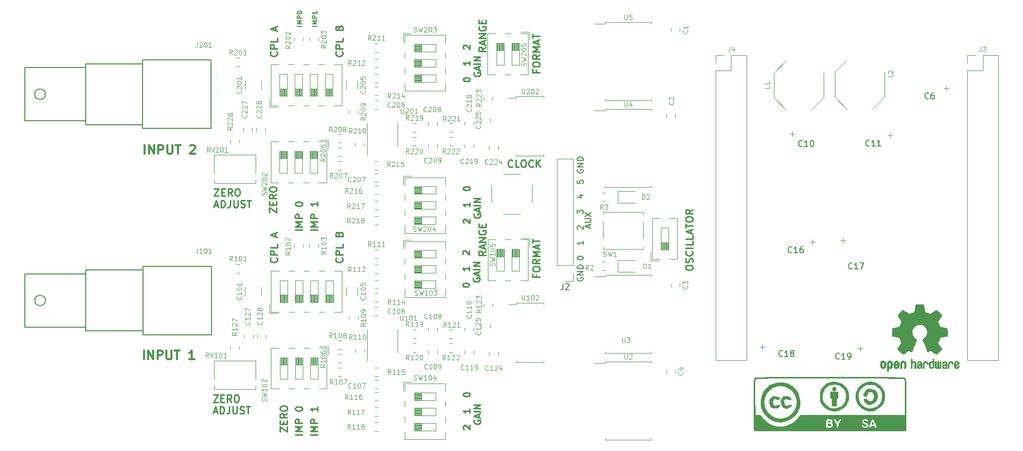
<source format=gbr>
%TF.GenerationSoftware,KiCad,Pcbnew,7.0.10-7.0.10~ubuntu22.04.1*%
%TF.CreationDate,2024-01-23T12:41:04+01:00*%
%TF.ProjectId,misrc,6d697372-632e-46b6-9963-61645f706362,0.3*%
%TF.SameCoordinates,Original*%
%TF.FileFunction,Legend,Top*%
%TF.FilePolarity,Positive*%
%FSLAX46Y46*%
G04 Gerber Fmt 4.6, Leading zero omitted, Abs format (unit mm)*
G04 Created by KiCad (PCBNEW 7.0.10-7.0.10~ubuntu22.04.1) date 2024-01-23 12:41:04*
%MOMM*%
%LPD*%
G01*
G04 APERTURE LIST*
%ADD10C,0.250000*%
%ADD11C,0.200000*%
%ADD12C,0.300000*%
%ADD13C,0.160000*%
%ADD14C,0.120000*%
%ADD15C,0.150000*%
%ADD16C,0.010000*%
G04 APERTURE END LIST*
D10*
X153453142Y-106636241D02*
X153453142Y-106407669D01*
X153453142Y-106407669D02*
X153510285Y-106293384D01*
X153510285Y-106293384D02*
X153624571Y-106179098D01*
X153624571Y-106179098D02*
X153853142Y-106121955D01*
X153853142Y-106121955D02*
X154253142Y-106121955D01*
X154253142Y-106121955D02*
X154481714Y-106179098D01*
X154481714Y-106179098D02*
X154596000Y-106293384D01*
X154596000Y-106293384D02*
X154653142Y-106407669D01*
X154653142Y-106407669D02*
X154653142Y-106636241D01*
X154653142Y-106636241D02*
X154596000Y-106750527D01*
X154596000Y-106750527D02*
X154481714Y-106864812D01*
X154481714Y-106864812D02*
X154253142Y-106921955D01*
X154253142Y-106921955D02*
X153853142Y-106921955D01*
X153853142Y-106921955D02*
X153624571Y-106864812D01*
X153624571Y-106864812D02*
X153510285Y-106750527D01*
X153510285Y-106750527D02*
X153453142Y-106636241D01*
X154596000Y-105664812D02*
X154653142Y-105493384D01*
X154653142Y-105493384D02*
X154653142Y-105207669D01*
X154653142Y-105207669D02*
X154596000Y-105093384D01*
X154596000Y-105093384D02*
X154538857Y-105036241D01*
X154538857Y-105036241D02*
X154424571Y-104979098D01*
X154424571Y-104979098D02*
X154310285Y-104979098D01*
X154310285Y-104979098D02*
X154196000Y-105036241D01*
X154196000Y-105036241D02*
X154138857Y-105093384D01*
X154138857Y-105093384D02*
X154081714Y-105207669D01*
X154081714Y-105207669D02*
X154024571Y-105436241D01*
X154024571Y-105436241D02*
X153967428Y-105550526D01*
X153967428Y-105550526D02*
X153910285Y-105607669D01*
X153910285Y-105607669D02*
X153796000Y-105664812D01*
X153796000Y-105664812D02*
X153681714Y-105664812D01*
X153681714Y-105664812D02*
X153567428Y-105607669D01*
X153567428Y-105607669D02*
X153510285Y-105550526D01*
X153510285Y-105550526D02*
X153453142Y-105436241D01*
X153453142Y-105436241D02*
X153453142Y-105150526D01*
X153453142Y-105150526D02*
X153510285Y-104979098D01*
X154538857Y-103779098D02*
X154596000Y-103836241D01*
X154596000Y-103836241D02*
X154653142Y-104007669D01*
X154653142Y-104007669D02*
X154653142Y-104121955D01*
X154653142Y-104121955D02*
X154596000Y-104293384D01*
X154596000Y-104293384D02*
X154481714Y-104407669D01*
X154481714Y-104407669D02*
X154367428Y-104464812D01*
X154367428Y-104464812D02*
X154138857Y-104521955D01*
X154138857Y-104521955D02*
X153967428Y-104521955D01*
X153967428Y-104521955D02*
X153738857Y-104464812D01*
X153738857Y-104464812D02*
X153624571Y-104407669D01*
X153624571Y-104407669D02*
X153510285Y-104293384D01*
X153510285Y-104293384D02*
X153453142Y-104121955D01*
X153453142Y-104121955D02*
X153453142Y-104007669D01*
X153453142Y-104007669D02*
X153510285Y-103836241D01*
X153510285Y-103836241D02*
X153567428Y-103779098D01*
X154653142Y-103264812D02*
X153453142Y-103264812D01*
X154653142Y-102121955D02*
X154653142Y-102693383D01*
X154653142Y-102693383D02*
X153453142Y-102693383D01*
X154653142Y-101150526D02*
X154653142Y-101721954D01*
X154653142Y-101721954D02*
X153453142Y-101721954D01*
X154310285Y-100807668D02*
X154310285Y-100236240D01*
X154653142Y-100921954D02*
X153453142Y-100521954D01*
X153453142Y-100521954D02*
X154653142Y-100121954D01*
X153453142Y-99893383D02*
X153453142Y-99207669D01*
X154653142Y-99550526D02*
X153453142Y-99550526D01*
X153453142Y-98579097D02*
X153453142Y-98350525D01*
X153453142Y-98350525D02*
X153510285Y-98236240D01*
X153510285Y-98236240D02*
X153624571Y-98121954D01*
X153624571Y-98121954D02*
X153853142Y-98064811D01*
X153853142Y-98064811D02*
X154253142Y-98064811D01*
X154253142Y-98064811D02*
X154481714Y-98121954D01*
X154481714Y-98121954D02*
X154596000Y-98236240D01*
X154596000Y-98236240D02*
X154653142Y-98350525D01*
X154653142Y-98350525D02*
X154653142Y-98579097D01*
X154653142Y-98579097D02*
X154596000Y-98693383D01*
X154596000Y-98693383D02*
X154481714Y-98807668D01*
X154481714Y-98807668D02*
X154253142Y-98864811D01*
X154253142Y-98864811D02*
X153853142Y-98864811D01*
X153853142Y-98864811D02*
X153624571Y-98807668D01*
X153624571Y-98807668D02*
X153510285Y-98693383D01*
X153510285Y-98693383D02*
X153453142Y-98579097D01*
X154653142Y-96864811D02*
X154081714Y-97264811D01*
X154653142Y-97550525D02*
X153453142Y-97550525D01*
X153453142Y-97550525D02*
X153453142Y-97093382D01*
X153453142Y-97093382D02*
X153510285Y-96979097D01*
X153510285Y-96979097D02*
X153567428Y-96921954D01*
X153567428Y-96921954D02*
X153681714Y-96864811D01*
X153681714Y-96864811D02*
X153853142Y-96864811D01*
X153853142Y-96864811D02*
X153967428Y-96921954D01*
X153967428Y-96921954D02*
X154024571Y-96979097D01*
X154024571Y-96979097D02*
X154081714Y-97093382D01*
X154081714Y-97093382D02*
X154081714Y-97550525D01*
X92042142Y-134423812D02*
X90842142Y-134423812D01*
X92042142Y-133852383D02*
X90842142Y-133852383D01*
X90842142Y-133852383D02*
X91699285Y-133452383D01*
X91699285Y-133452383D02*
X90842142Y-133052383D01*
X90842142Y-133052383D02*
X92042142Y-133052383D01*
X92042142Y-132480954D02*
X90842142Y-132480954D01*
X90842142Y-132480954D02*
X90842142Y-132023811D01*
X90842142Y-132023811D02*
X90899285Y-131909526D01*
X90899285Y-131909526D02*
X90956428Y-131852383D01*
X90956428Y-131852383D02*
X91070714Y-131795240D01*
X91070714Y-131795240D02*
X91242142Y-131795240D01*
X91242142Y-131795240D02*
X91356428Y-131852383D01*
X91356428Y-131852383D02*
X91413571Y-131909526D01*
X91413571Y-131909526D02*
X91470714Y-132023811D01*
X91470714Y-132023811D02*
X91470714Y-132480954D01*
X92042142Y-129738097D02*
X92042142Y-130423811D01*
X92042142Y-130080954D02*
X90842142Y-130080954D01*
X90842142Y-130080954D02*
X91013571Y-130195240D01*
X91013571Y-130195240D02*
X91127857Y-130309525D01*
X91127857Y-130309525D02*
X91185000Y-130423811D01*
X116466142Y-133484003D02*
X116413761Y-133431622D01*
X116413761Y-133431622D02*
X116361380Y-133326860D01*
X116361380Y-133326860D02*
X116361380Y-133064955D01*
X116361380Y-133064955D02*
X116413761Y-132960193D01*
X116413761Y-132960193D02*
X116466142Y-132907812D01*
X116466142Y-132907812D02*
X116570904Y-132855431D01*
X116570904Y-132855431D02*
X116675666Y-132855431D01*
X116675666Y-132855431D02*
X116832809Y-132907812D01*
X116832809Y-132907812D02*
X117461380Y-133536384D01*
X117461380Y-133536384D02*
X117461380Y-132855431D01*
X117461380Y-130131622D02*
X117461380Y-130760194D01*
X117461380Y-130445908D02*
X116361380Y-130445908D01*
X116361380Y-130445908D02*
X116518523Y-130550670D01*
X116518523Y-130550670D02*
X116623285Y-130655432D01*
X116623285Y-130655432D02*
X116675666Y-130760194D01*
X116361380Y-127774480D02*
X116361380Y-127669718D01*
X116361380Y-127669718D02*
X116413761Y-127564956D01*
X116413761Y-127564956D02*
X116466142Y-127512575D01*
X116466142Y-127512575D02*
X116570904Y-127460194D01*
X116570904Y-127460194D02*
X116780428Y-127407813D01*
X116780428Y-127407813D02*
X117042333Y-127407813D01*
X117042333Y-127407813D02*
X117251857Y-127460194D01*
X117251857Y-127460194D02*
X117356619Y-127512575D01*
X117356619Y-127512575D02*
X117409000Y-127564956D01*
X117409000Y-127564956D02*
X117461380Y-127669718D01*
X117461380Y-127669718D02*
X117461380Y-127774480D01*
X117461380Y-127774480D02*
X117409000Y-127879242D01*
X117409000Y-127879242D02*
X117356619Y-127931623D01*
X117356619Y-127931623D02*
X117251857Y-127984004D01*
X117251857Y-127984004D02*
X117042333Y-128036385D01*
X117042333Y-128036385D02*
X116780428Y-128036385D01*
X116780428Y-128036385D02*
X116570904Y-127984004D01*
X116570904Y-127984004D02*
X116466142Y-127931623D01*
X116466142Y-127931623D02*
X116413761Y-127879242D01*
X116413761Y-127879242D02*
X116361380Y-127774480D01*
X118184761Y-132017336D02*
X118132380Y-132122098D01*
X118132380Y-132122098D02*
X118132380Y-132279241D01*
X118132380Y-132279241D02*
X118184761Y-132436384D01*
X118184761Y-132436384D02*
X118289523Y-132541146D01*
X118289523Y-132541146D02*
X118394285Y-132593527D01*
X118394285Y-132593527D02*
X118603809Y-132645908D01*
X118603809Y-132645908D02*
X118760952Y-132645908D01*
X118760952Y-132645908D02*
X118970476Y-132593527D01*
X118970476Y-132593527D02*
X119075238Y-132541146D01*
X119075238Y-132541146D02*
X119180000Y-132436384D01*
X119180000Y-132436384D02*
X119232380Y-132279241D01*
X119232380Y-132279241D02*
X119232380Y-132174479D01*
X119232380Y-132174479D02*
X119180000Y-132017336D01*
X119180000Y-132017336D02*
X119127619Y-131964955D01*
X119127619Y-131964955D02*
X118760952Y-131964955D01*
X118760952Y-131964955D02*
X118760952Y-132174479D01*
X118918095Y-131545908D02*
X118918095Y-131022098D01*
X119232380Y-131650670D02*
X118132380Y-131284003D01*
X118132380Y-131284003D02*
X119232380Y-130917336D01*
X119232380Y-130550670D02*
X118132380Y-130550670D01*
X119232380Y-130026860D02*
X118132380Y-130026860D01*
X118132380Y-130026860D02*
X119232380Y-129398288D01*
X119232380Y-129398288D02*
X118132380Y-129398288D01*
D11*
X137376504Y-99880945D02*
X137376504Y-99404755D01*
X137662219Y-99976183D02*
X136662219Y-99642850D01*
X136662219Y-99642850D02*
X137662219Y-99309517D01*
X136662219Y-98976183D02*
X137471742Y-98976183D01*
X137471742Y-98976183D02*
X137566980Y-98928564D01*
X137566980Y-98928564D02*
X137614600Y-98880945D01*
X137614600Y-98880945D02*
X137662219Y-98785707D01*
X137662219Y-98785707D02*
X137662219Y-98595231D01*
X137662219Y-98595231D02*
X137614600Y-98499993D01*
X137614600Y-98499993D02*
X137566980Y-98452374D01*
X137566980Y-98452374D02*
X137471742Y-98404755D01*
X137471742Y-98404755D02*
X136662219Y-98404755D01*
X136662219Y-98023802D02*
X137662219Y-97357136D01*
X136662219Y-97357136D02*
X137662219Y-98023802D01*
D10*
X85196857Y-70492098D02*
X85254000Y-70549241D01*
X85254000Y-70549241D02*
X85311142Y-70720669D01*
X85311142Y-70720669D02*
X85311142Y-70834955D01*
X85311142Y-70834955D02*
X85254000Y-71006384D01*
X85254000Y-71006384D02*
X85139714Y-71120669D01*
X85139714Y-71120669D02*
X85025428Y-71177812D01*
X85025428Y-71177812D02*
X84796857Y-71234955D01*
X84796857Y-71234955D02*
X84625428Y-71234955D01*
X84625428Y-71234955D02*
X84396857Y-71177812D01*
X84396857Y-71177812D02*
X84282571Y-71120669D01*
X84282571Y-71120669D02*
X84168285Y-71006384D01*
X84168285Y-71006384D02*
X84111142Y-70834955D01*
X84111142Y-70834955D02*
X84111142Y-70720669D01*
X84111142Y-70720669D02*
X84168285Y-70549241D01*
X84168285Y-70549241D02*
X84225428Y-70492098D01*
X85311142Y-69977812D02*
X84111142Y-69977812D01*
X84111142Y-69977812D02*
X84111142Y-69520669D01*
X84111142Y-69520669D02*
X84168285Y-69406384D01*
X84168285Y-69406384D02*
X84225428Y-69349241D01*
X84225428Y-69349241D02*
X84339714Y-69292098D01*
X84339714Y-69292098D02*
X84511142Y-69292098D01*
X84511142Y-69292098D02*
X84625428Y-69349241D01*
X84625428Y-69349241D02*
X84682571Y-69406384D01*
X84682571Y-69406384D02*
X84739714Y-69520669D01*
X84739714Y-69520669D02*
X84739714Y-69977812D01*
X85311142Y-68206384D02*
X85311142Y-68777812D01*
X85311142Y-68777812D02*
X84111142Y-68777812D01*
X84968285Y-66949240D02*
X84968285Y-66377812D01*
X85311142Y-67063526D02*
X84111142Y-66663526D01*
X84111142Y-66663526D02*
X85311142Y-66263526D01*
D12*
X63165510Y-87557828D02*
X63165510Y-86057828D01*
X63879796Y-87557828D02*
X63879796Y-86057828D01*
X63879796Y-86057828D02*
X64736939Y-87557828D01*
X64736939Y-87557828D02*
X64736939Y-86057828D01*
X65451225Y-87557828D02*
X65451225Y-86057828D01*
X65451225Y-86057828D02*
X66022654Y-86057828D01*
X66022654Y-86057828D02*
X66165511Y-86129257D01*
X66165511Y-86129257D02*
X66236940Y-86200685D01*
X66236940Y-86200685D02*
X66308368Y-86343542D01*
X66308368Y-86343542D02*
X66308368Y-86557828D01*
X66308368Y-86557828D02*
X66236940Y-86700685D01*
X66236940Y-86700685D02*
X66165511Y-86772114D01*
X66165511Y-86772114D02*
X66022654Y-86843542D01*
X66022654Y-86843542D02*
X65451225Y-86843542D01*
X66951225Y-86057828D02*
X66951225Y-87272114D01*
X66951225Y-87272114D02*
X67022654Y-87414971D01*
X67022654Y-87414971D02*
X67094083Y-87486400D01*
X67094083Y-87486400D02*
X67236940Y-87557828D01*
X67236940Y-87557828D02*
X67522654Y-87557828D01*
X67522654Y-87557828D02*
X67665511Y-87486400D01*
X67665511Y-87486400D02*
X67736940Y-87414971D01*
X67736940Y-87414971D02*
X67808368Y-87272114D01*
X67808368Y-87272114D02*
X67808368Y-86057828D01*
X68308369Y-86057828D02*
X69165512Y-86057828D01*
X68736940Y-87557828D02*
X68736940Y-86057828D01*
X70736940Y-86200685D02*
X70808368Y-86129257D01*
X70808368Y-86129257D02*
X70951226Y-86057828D01*
X70951226Y-86057828D02*
X71308368Y-86057828D01*
X71308368Y-86057828D02*
X71451226Y-86129257D01*
X71451226Y-86129257D02*
X71522654Y-86200685D01*
X71522654Y-86200685D02*
X71594083Y-86343542D01*
X71594083Y-86343542D02*
X71594083Y-86486400D01*
X71594083Y-86486400D02*
X71522654Y-86700685D01*
X71522654Y-86700685D02*
X70665511Y-87557828D01*
X70665511Y-87557828D02*
X71594083Y-87557828D01*
D11*
X135725552Y-94451755D02*
X136392219Y-94451755D01*
X135344600Y-94689850D02*
X136058885Y-94927945D01*
X136058885Y-94927945D02*
X136058885Y-94308898D01*
D10*
X85762142Y-133903098D02*
X85762142Y-133103098D01*
X85762142Y-133103098D02*
X86962142Y-133903098D01*
X86962142Y-133903098D02*
X86962142Y-133103098D01*
X86333571Y-132645955D02*
X86333571Y-132245955D01*
X86962142Y-132074527D02*
X86962142Y-132645955D01*
X86962142Y-132645955D02*
X85762142Y-132645955D01*
X85762142Y-132645955D02*
X85762142Y-132074527D01*
X86962142Y-130874527D02*
X86390714Y-131274527D01*
X86962142Y-131560241D02*
X85762142Y-131560241D01*
X85762142Y-131560241D02*
X85762142Y-131103098D01*
X85762142Y-131103098D02*
X85819285Y-130988813D01*
X85819285Y-130988813D02*
X85876428Y-130931670D01*
X85876428Y-130931670D02*
X85990714Y-130874527D01*
X85990714Y-130874527D02*
X86162142Y-130874527D01*
X86162142Y-130874527D02*
X86276428Y-130931670D01*
X86276428Y-130931670D02*
X86333571Y-130988813D01*
X86333571Y-130988813D02*
X86390714Y-131103098D01*
X86390714Y-131103098D02*
X86390714Y-131560241D01*
X85762142Y-130131670D02*
X85762142Y-129903098D01*
X85762142Y-129903098D02*
X85819285Y-129788813D01*
X85819285Y-129788813D02*
X85933571Y-129674527D01*
X85933571Y-129674527D02*
X86162142Y-129617384D01*
X86162142Y-129617384D02*
X86562142Y-129617384D01*
X86562142Y-129617384D02*
X86790714Y-129674527D01*
X86790714Y-129674527D02*
X86905000Y-129788813D01*
X86905000Y-129788813D02*
X86962142Y-129903098D01*
X86962142Y-129903098D02*
X86962142Y-130131670D01*
X86962142Y-130131670D02*
X86905000Y-130245956D01*
X86905000Y-130245956D02*
X86790714Y-130360241D01*
X86790714Y-130360241D02*
X86562142Y-130417384D01*
X86562142Y-130417384D02*
X86162142Y-130417384D01*
X86162142Y-130417384D02*
X85933571Y-130360241D01*
X85933571Y-130360241D02*
X85819285Y-130245956D01*
X85819285Y-130245956D02*
X85762142Y-130131670D01*
D12*
X63038510Y-121847828D02*
X63038510Y-120347828D01*
X63752796Y-121847828D02*
X63752796Y-120347828D01*
X63752796Y-120347828D02*
X64609939Y-121847828D01*
X64609939Y-121847828D02*
X64609939Y-120347828D01*
X65324225Y-121847828D02*
X65324225Y-120347828D01*
X65324225Y-120347828D02*
X65895654Y-120347828D01*
X65895654Y-120347828D02*
X66038511Y-120419257D01*
X66038511Y-120419257D02*
X66109940Y-120490685D01*
X66109940Y-120490685D02*
X66181368Y-120633542D01*
X66181368Y-120633542D02*
X66181368Y-120847828D01*
X66181368Y-120847828D02*
X66109940Y-120990685D01*
X66109940Y-120990685D02*
X66038511Y-121062114D01*
X66038511Y-121062114D02*
X65895654Y-121133542D01*
X65895654Y-121133542D02*
X65324225Y-121133542D01*
X66824225Y-120347828D02*
X66824225Y-121562114D01*
X66824225Y-121562114D02*
X66895654Y-121704971D01*
X66895654Y-121704971D02*
X66967083Y-121776400D01*
X66967083Y-121776400D02*
X67109940Y-121847828D01*
X67109940Y-121847828D02*
X67395654Y-121847828D01*
X67395654Y-121847828D02*
X67538511Y-121776400D01*
X67538511Y-121776400D02*
X67609940Y-121704971D01*
X67609940Y-121704971D02*
X67681368Y-121562114D01*
X67681368Y-121562114D02*
X67681368Y-120347828D01*
X68181369Y-120347828D02*
X69038512Y-120347828D01*
X68609940Y-121847828D02*
X68609940Y-120347828D01*
X71467083Y-121847828D02*
X70609940Y-121847828D01*
X71038511Y-121847828D02*
X71038511Y-120347828D01*
X71038511Y-120347828D02*
X70895654Y-120562114D01*
X70895654Y-120562114D02*
X70752797Y-120704971D01*
X70752797Y-120704971D02*
X70609940Y-120776400D01*
D10*
X92042142Y-100260812D02*
X90842142Y-100260812D01*
X92042142Y-99689383D02*
X90842142Y-99689383D01*
X90842142Y-99689383D02*
X91699285Y-99289383D01*
X91699285Y-99289383D02*
X90842142Y-98889383D01*
X90842142Y-98889383D02*
X92042142Y-98889383D01*
X92042142Y-98317954D02*
X90842142Y-98317954D01*
X90842142Y-98317954D02*
X90842142Y-97860811D01*
X90842142Y-97860811D02*
X90899285Y-97746526D01*
X90899285Y-97746526D02*
X90956428Y-97689383D01*
X90956428Y-97689383D02*
X91070714Y-97632240D01*
X91070714Y-97632240D02*
X91242142Y-97632240D01*
X91242142Y-97632240D02*
X91356428Y-97689383D01*
X91356428Y-97689383D02*
X91413571Y-97746526D01*
X91413571Y-97746526D02*
X91470714Y-97860811D01*
X91470714Y-97860811D02*
X91470714Y-98317954D01*
X92042142Y-95575097D02*
X92042142Y-96260811D01*
X92042142Y-95917954D02*
X90842142Y-95917954D01*
X90842142Y-95917954D02*
X91013571Y-96032240D01*
X91013571Y-96032240D02*
X91127857Y-96146525D01*
X91127857Y-96146525D02*
X91185000Y-96260811D01*
D11*
X135392219Y-104976850D02*
X135392219Y-104881612D01*
X135392219Y-104881612D02*
X135439838Y-104786374D01*
X135439838Y-104786374D02*
X135487457Y-104738755D01*
X135487457Y-104738755D02*
X135582695Y-104691136D01*
X135582695Y-104691136D02*
X135773171Y-104643517D01*
X135773171Y-104643517D02*
X136011266Y-104643517D01*
X136011266Y-104643517D02*
X136201742Y-104691136D01*
X136201742Y-104691136D02*
X136296980Y-104738755D01*
X136296980Y-104738755D02*
X136344600Y-104786374D01*
X136344600Y-104786374D02*
X136392219Y-104881612D01*
X136392219Y-104881612D02*
X136392219Y-104976850D01*
X136392219Y-104976850D02*
X136344600Y-105072088D01*
X136344600Y-105072088D02*
X136296980Y-105119707D01*
X136296980Y-105119707D02*
X136201742Y-105167326D01*
X136201742Y-105167326D02*
X136011266Y-105214945D01*
X136011266Y-105214945D02*
X135773171Y-105214945D01*
X135773171Y-105214945D02*
X135582695Y-105167326D01*
X135582695Y-105167326D02*
X135487457Y-105119707D01*
X135487457Y-105119707D02*
X135439838Y-105072088D01*
X135439838Y-105072088D02*
X135392219Y-104976850D01*
D13*
X89428775Y-66252260D02*
X88628775Y-66252260D01*
X89428775Y-65871308D02*
X88628775Y-65871308D01*
X88628775Y-65871308D02*
X89200203Y-65604642D01*
X89200203Y-65604642D02*
X88628775Y-65337975D01*
X88628775Y-65337975D02*
X89428775Y-65337975D01*
X89428775Y-64957022D02*
X88628775Y-64957022D01*
X88628775Y-64957022D02*
X88628775Y-64652260D01*
X88628775Y-64652260D02*
X88666870Y-64576070D01*
X88666870Y-64576070D02*
X88704965Y-64537975D01*
X88704965Y-64537975D02*
X88781156Y-64499879D01*
X88781156Y-64499879D02*
X88895441Y-64499879D01*
X88895441Y-64499879D02*
X88971632Y-64537975D01*
X88971632Y-64537975D02*
X89009727Y-64576070D01*
X89009727Y-64576070D02*
X89047822Y-64652260D01*
X89047822Y-64652260D02*
X89047822Y-64957022D01*
X88628775Y-64004641D02*
X88628775Y-63928451D01*
X88628775Y-63928451D02*
X88666870Y-63852260D01*
X88666870Y-63852260D02*
X88704965Y-63814165D01*
X88704965Y-63814165D02*
X88781156Y-63776070D01*
X88781156Y-63776070D02*
X88933537Y-63737975D01*
X88933537Y-63737975D02*
X89124013Y-63737975D01*
X89124013Y-63737975D02*
X89276394Y-63776070D01*
X89276394Y-63776070D02*
X89352584Y-63814165D01*
X89352584Y-63814165D02*
X89390680Y-63852260D01*
X89390680Y-63852260D02*
X89428775Y-63928451D01*
X89428775Y-63928451D02*
X89428775Y-64004641D01*
X89428775Y-64004641D02*
X89390680Y-64080832D01*
X89390680Y-64080832D02*
X89352584Y-64118927D01*
X89352584Y-64118927D02*
X89276394Y-64157022D01*
X89276394Y-64157022D02*
X89124013Y-64195118D01*
X89124013Y-64195118D02*
X88933537Y-64195118D01*
X88933537Y-64195118D02*
X88781156Y-64157022D01*
X88781156Y-64157022D02*
X88704965Y-64118927D01*
X88704965Y-64118927D02*
X88666870Y-64080832D01*
X88666870Y-64080832D02*
X88628775Y-64004641D01*
D10*
X116234380Y-109473098D02*
X116234380Y-109368336D01*
X116234380Y-109368336D02*
X116286761Y-109263574D01*
X116286761Y-109263574D02*
X116339142Y-109211193D01*
X116339142Y-109211193D02*
X116443904Y-109158812D01*
X116443904Y-109158812D02*
X116653428Y-109106431D01*
X116653428Y-109106431D02*
X116915333Y-109106431D01*
X116915333Y-109106431D02*
X117124857Y-109158812D01*
X117124857Y-109158812D02*
X117229619Y-109211193D01*
X117229619Y-109211193D02*
X117282000Y-109263574D01*
X117282000Y-109263574D02*
X117334380Y-109368336D01*
X117334380Y-109368336D02*
X117334380Y-109473098D01*
X117334380Y-109473098D02*
X117282000Y-109577860D01*
X117282000Y-109577860D02*
X117229619Y-109630241D01*
X117229619Y-109630241D02*
X117124857Y-109682622D01*
X117124857Y-109682622D02*
X116915333Y-109735003D01*
X116915333Y-109735003D02*
X116653428Y-109735003D01*
X116653428Y-109735003D02*
X116443904Y-109682622D01*
X116443904Y-109682622D02*
X116339142Y-109630241D01*
X116339142Y-109630241D02*
X116286761Y-109577860D01*
X116286761Y-109577860D02*
X116234380Y-109473098D01*
X117334380Y-106382622D02*
X117334380Y-107011194D01*
X117334380Y-106696908D02*
X116234380Y-106696908D01*
X116234380Y-106696908D02*
X116391523Y-106801670D01*
X116391523Y-106801670D02*
X116496285Y-106906432D01*
X116496285Y-106906432D02*
X116548666Y-107011194D01*
X116339142Y-104287385D02*
X116286761Y-104235004D01*
X116286761Y-104235004D02*
X116234380Y-104130242D01*
X116234380Y-104130242D02*
X116234380Y-103868337D01*
X116234380Y-103868337D02*
X116286761Y-103763575D01*
X116286761Y-103763575D02*
X116339142Y-103711194D01*
X116339142Y-103711194D02*
X116443904Y-103658813D01*
X116443904Y-103658813D02*
X116548666Y-103658813D01*
X116548666Y-103658813D02*
X116705809Y-103711194D01*
X116705809Y-103711194D02*
X117334380Y-104339766D01*
X117334380Y-104339766D02*
X117334380Y-103658813D01*
X118057761Y-108268336D02*
X118005380Y-108373098D01*
X118005380Y-108373098D02*
X118005380Y-108530241D01*
X118005380Y-108530241D02*
X118057761Y-108687384D01*
X118057761Y-108687384D02*
X118162523Y-108792146D01*
X118162523Y-108792146D02*
X118267285Y-108844527D01*
X118267285Y-108844527D02*
X118476809Y-108896908D01*
X118476809Y-108896908D02*
X118633952Y-108896908D01*
X118633952Y-108896908D02*
X118843476Y-108844527D01*
X118843476Y-108844527D02*
X118948238Y-108792146D01*
X118948238Y-108792146D02*
X119053000Y-108687384D01*
X119053000Y-108687384D02*
X119105380Y-108530241D01*
X119105380Y-108530241D02*
X119105380Y-108425479D01*
X119105380Y-108425479D02*
X119053000Y-108268336D01*
X119053000Y-108268336D02*
X119000619Y-108215955D01*
X119000619Y-108215955D02*
X118633952Y-108215955D01*
X118633952Y-108215955D02*
X118633952Y-108425479D01*
X118791095Y-107796908D02*
X118791095Y-107273098D01*
X119105380Y-107901670D02*
X118005380Y-107535003D01*
X118005380Y-107535003D02*
X119105380Y-107168336D01*
X119105380Y-106801670D02*
X118005380Y-106801670D01*
X119105380Y-106277860D02*
X118005380Y-106277860D01*
X118005380Y-106277860D02*
X119105380Y-105649288D01*
X119105380Y-105649288D02*
X118005380Y-105649288D01*
D11*
X135439838Y-108199517D02*
X135392219Y-108294755D01*
X135392219Y-108294755D02*
X135392219Y-108437612D01*
X135392219Y-108437612D02*
X135439838Y-108580469D01*
X135439838Y-108580469D02*
X135535076Y-108675707D01*
X135535076Y-108675707D02*
X135630314Y-108723326D01*
X135630314Y-108723326D02*
X135820790Y-108770945D01*
X135820790Y-108770945D02*
X135963647Y-108770945D01*
X135963647Y-108770945D02*
X136154123Y-108723326D01*
X136154123Y-108723326D02*
X136249361Y-108675707D01*
X136249361Y-108675707D02*
X136344600Y-108580469D01*
X136344600Y-108580469D02*
X136392219Y-108437612D01*
X136392219Y-108437612D02*
X136392219Y-108342374D01*
X136392219Y-108342374D02*
X136344600Y-108199517D01*
X136344600Y-108199517D02*
X136296980Y-108151898D01*
X136296980Y-108151898D02*
X135963647Y-108151898D01*
X135963647Y-108151898D02*
X135963647Y-108342374D01*
X136392219Y-107723326D02*
X135392219Y-107723326D01*
X135392219Y-107723326D02*
X136392219Y-107151898D01*
X136392219Y-107151898D02*
X135392219Y-107151898D01*
X136392219Y-106675707D02*
X135392219Y-106675707D01*
X135392219Y-106675707D02*
X135392219Y-106437612D01*
X135392219Y-106437612D02*
X135439838Y-106294755D01*
X135439838Y-106294755D02*
X135535076Y-106199517D01*
X135535076Y-106199517D02*
X135630314Y-106151898D01*
X135630314Y-106151898D02*
X135820790Y-106104279D01*
X135820790Y-106104279D02*
X135963647Y-106104279D01*
X135963647Y-106104279D02*
X136154123Y-106151898D01*
X136154123Y-106151898D02*
X136249361Y-106199517D01*
X136249361Y-106199517D02*
X136344600Y-106294755D01*
X136344600Y-106294755D02*
X136392219Y-106437612D01*
X136392219Y-106437612D02*
X136392219Y-106675707D01*
D10*
X96118857Y-104909098D02*
X96176000Y-104966241D01*
X96176000Y-104966241D02*
X96233142Y-105137669D01*
X96233142Y-105137669D02*
X96233142Y-105251955D01*
X96233142Y-105251955D02*
X96176000Y-105423384D01*
X96176000Y-105423384D02*
X96061714Y-105537669D01*
X96061714Y-105537669D02*
X95947428Y-105594812D01*
X95947428Y-105594812D02*
X95718857Y-105651955D01*
X95718857Y-105651955D02*
X95547428Y-105651955D01*
X95547428Y-105651955D02*
X95318857Y-105594812D01*
X95318857Y-105594812D02*
X95204571Y-105537669D01*
X95204571Y-105537669D02*
X95090285Y-105423384D01*
X95090285Y-105423384D02*
X95033142Y-105251955D01*
X95033142Y-105251955D02*
X95033142Y-105137669D01*
X95033142Y-105137669D02*
X95090285Y-104966241D01*
X95090285Y-104966241D02*
X95147428Y-104909098D01*
X96233142Y-104394812D02*
X95033142Y-104394812D01*
X95033142Y-104394812D02*
X95033142Y-103937669D01*
X95033142Y-103937669D02*
X95090285Y-103823384D01*
X95090285Y-103823384D02*
X95147428Y-103766241D01*
X95147428Y-103766241D02*
X95261714Y-103709098D01*
X95261714Y-103709098D02*
X95433142Y-103709098D01*
X95433142Y-103709098D02*
X95547428Y-103766241D01*
X95547428Y-103766241D02*
X95604571Y-103823384D01*
X95604571Y-103823384D02*
X95661714Y-103937669D01*
X95661714Y-103937669D02*
X95661714Y-104394812D01*
X96233142Y-102623384D02*
X96233142Y-103194812D01*
X96233142Y-103194812D02*
X95033142Y-103194812D01*
X95604571Y-100909097D02*
X95661714Y-100737669D01*
X95661714Y-100737669D02*
X95718857Y-100680526D01*
X95718857Y-100680526D02*
X95833142Y-100623383D01*
X95833142Y-100623383D02*
X96004571Y-100623383D01*
X96004571Y-100623383D02*
X96118857Y-100680526D01*
X96118857Y-100680526D02*
X96176000Y-100737669D01*
X96176000Y-100737669D02*
X96233142Y-100851954D01*
X96233142Y-100851954D02*
X96233142Y-101309097D01*
X96233142Y-101309097D02*
X95033142Y-101309097D01*
X95033142Y-101309097D02*
X95033142Y-100909097D01*
X95033142Y-100909097D02*
X95090285Y-100794812D01*
X95090285Y-100794812D02*
X95147428Y-100737669D01*
X95147428Y-100737669D02*
X95261714Y-100680526D01*
X95261714Y-100680526D02*
X95376000Y-100680526D01*
X95376000Y-100680526D02*
X95490285Y-100737669D01*
X95490285Y-100737669D02*
X95547428Y-100794812D01*
X95547428Y-100794812D02*
X95604571Y-100909097D01*
X95604571Y-100909097D02*
X95604571Y-101309097D01*
X89502142Y-134423812D02*
X88302142Y-134423812D01*
X89502142Y-133852383D02*
X88302142Y-133852383D01*
X88302142Y-133852383D02*
X89159285Y-133452383D01*
X89159285Y-133452383D02*
X88302142Y-133052383D01*
X88302142Y-133052383D02*
X89502142Y-133052383D01*
X89502142Y-132480954D02*
X88302142Y-132480954D01*
X88302142Y-132480954D02*
X88302142Y-132023811D01*
X88302142Y-132023811D02*
X88359285Y-131909526D01*
X88359285Y-131909526D02*
X88416428Y-131852383D01*
X88416428Y-131852383D02*
X88530714Y-131795240D01*
X88530714Y-131795240D02*
X88702142Y-131795240D01*
X88702142Y-131795240D02*
X88816428Y-131852383D01*
X88816428Y-131852383D02*
X88873571Y-131909526D01*
X88873571Y-131909526D02*
X88930714Y-132023811D01*
X88930714Y-132023811D02*
X88930714Y-132480954D01*
X88302142Y-130138097D02*
X88302142Y-130023811D01*
X88302142Y-130023811D02*
X88359285Y-129909525D01*
X88359285Y-129909525D02*
X88416428Y-129852383D01*
X88416428Y-129852383D02*
X88530714Y-129795240D01*
X88530714Y-129795240D02*
X88759285Y-129738097D01*
X88759285Y-129738097D02*
X89045000Y-129738097D01*
X89045000Y-129738097D02*
X89273571Y-129795240D01*
X89273571Y-129795240D02*
X89387857Y-129852383D01*
X89387857Y-129852383D02*
X89445000Y-129909525D01*
X89445000Y-129909525D02*
X89502142Y-130023811D01*
X89502142Y-130023811D02*
X89502142Y-130138097D01*
X89502142Y-130138097D02*
X89445000Y-130252383D01*
X89445000Y-130252383D02*
X89387857Y-130309525D01*
X89387857Y-130309525D02*
X89273571Y-130366668D01*
X89273571Y-130366668D02*
X89045000Y-130423811D01*
X89045000Y-130423811D02*
X88759285Y-130423811D01*
X88759285Y-130423811D02*
X88530714Y-130366668D01*
X88530714Y-130366668D02*
X88416428Y-130309525D01*
X88416428Y-130309525D02*
X88359285Y-130252383D01*
X88359285Y-130252383D02*
X88302142Y-130138097D01*
X116361380Y-75183098D02*
X116361380Y-75078336D01*
X116361380Y-75078336D02*
X116413761Y-74973574D01*
X116413761Y-74973574D02*
X116466142Y-74921193D01*
X116466142Y-74921193D02*
X116570904Y-74868812D01*
X116570904Y-74868812D02*
X116780428Y-74816431D01*
X116780428Y-74816431D02*
X117042333Y-74816431D01*
X117042333Y-74816431D02*
X117251857Y-74868812D01*
X117251857Y-74868812D02*
X117356619Y-74921193D01*
X117356619Y-74921193D02*
X117409000Y-74973574D01*
X117409000Y-74973574D02*
X117461380Y-75078336D01*
X117461380Y-75078336D02*
X117461380Y-75183098D01*
X117461380Y-75183098D02*
X117409000Y-75287860D01*
X117409000Y-75287860D02*
X117356619Y-75340241D01*
X117356619Y-75340241D02*
X117251857Y-75392622D01*
X117251857Y-75392622D02*
X117042333Y-75445003D01*
X117042333Y-75445003D02*
X116780428Y-75445003D01*
X116780428Y-75445003D02*
X116570904Y-75392622D01*
X116570904Y-75392622D02*
X116466142Y-75340241D01*
X116466142Y-75340241D02*
X116413761Y-75287860D01*
X116413761Y-75287860D02*
X116361380Y-75183098D01*
X117461380Y-72092622D02*
X117461380Y-72721194D01*
X117461380Y-72406908D02*
X116361380Y-72406908D01*
X116361380Y-72406908D02*
X116518523Y-72511670D01*
X116518523Y-72511670D02*
X116623285Y-72616432D01*
X116623285Y-72616432D02*
X116675666Y-72721194D01*
X116466142Y-69997385D02*
X116413761Y-69945004D01*
X116413761Y-69945004D02*
X116361380Y-69840242D01*
X116361380Y-69840242D02*
X116361380Y-69578337D01*
X116361380Y-69578337D02*
X116413761Y-69473575D01*
X116413761Y-69473575D02*
X116466142Y-69421194D01*
X116466142Y-69421194D02*
X116570904Y-69368813D01*
X116570904Y-69368813D02*
X116675666Y-69368813D01*
X116675666Y-69368813D02*
X116832809Y-69421194D01*
X116832809Y-69421194D02*
X117461380Y-70049766D01*
X117461380Y-70049766D02*
X117461380Y-69368813D01*
X118184761Y-73978336D02*
X118132380Y-74083098D01*
X118132380Y-74083098D02*
X118132380Y-74240241D01*
X118132380Y-74240241D02*
X118184761Y-74397384D01*
X118184761Y-74397384D02*
X118289523Y-74502146D01*
X118289523Y-74502146D02*
X118394285Y-74554527D01*
X118394285Y-74554527D02*
X118603809Y-74606908D01*
X118603809Y-74606908D02*
X118760952Y-74606908D01*
X118760952Y-74606908D02*
X118970476Y-74554527D01*
X118970476Y-74554527D02*
X119075238Y-74502146D01*
X119075238Y-74502146D02*
X119180000Y-74397384D01*
X119180000Y-74397384D02*
X119232380Y-74240241D01*
X119232380Y-74240241D02*
X119232380Y-74135479D01*
X119232380Y-74135479D02*
X119180000Y-73978336D01*
X119180000Y-73978336D02*
X119127619Y-73925955D01*
X119127619Y-73925955D02*
X118760952Y-73925955D01*
X118760952Y-73925955D02*
X118760952Y-74135479D01*
X118918095Y-73506908D02*
X118918095Y-72983098D01*
X119232380Y-73611670D02*
X118132380Y-73245003D01*
X118132380Y-73245003D02*
X119232380Y-72878336D01*
X119232380Y-72511670D02*
X118132380Y-72511670D01*
X119232380Y-71987860D02*
X118132380Y-71987860D01*
X118132380Y-71987860D02*
X119232380Y-71359288D01*
X119232380Y-71359288D02*
X118132380Y-71359288D01*
X124579901Y-89641857D02*
X124522758Y-89699000D01*
X124522758Y-89699000D02*
X124351330Y-89756142D01*
X124351330Y-89756142D02*
X124237044Y-89756142D01*
X124237044Y-89756142D02*
X124065615Y-89699000D01*
X124065615Y-89699000D02*
X123951330Y-89584714D01*
X123951330Y-89584714D02*
X123894187Y-89470428D01*
X123894187Y-89470428D02*
X123837044Y-89241857D01*
X123837044Y-89241857D02*
X123837044Y-89070428D01*
X123837044Y-89070428D02*
X123894187Y-88841857D01*
X123894187Y-88841857D02*
X123951330Y-88727571D01*
X123951330Y-88727571D02*
X124065615Y-88613285D01*
X124065615Y-88613285D02*
X124237044Y-88556142D01*
X124237044Y-88556142D02*
X124351330Y-88556142D01*
X124351330Y-88556142D02*
X124522758Y-88613285D01*
X124522758Y-88613285D02*
X124579901Y-88670428D01*
X125665615Y-89756142D02*
X125094187Y-89756142D01*
X125094187Y-89756142D02*
X125094187Y-88556142D01*
X126294187Y-88556142D02*
X126522759Y-88556142D01*
X126522759Y-88556142D02*
X126637044Y-88613285D01*
X126637044Y-88613285D02*
X126751330Y-88727571D01*
X126751330Y-88727571D02*
X126808473Y-88956142D01*
X126808473Y-88956142D02*
X126808473Y-89356142D01*
X126808473Y-89356142D02*
X126751330Y-89584714D01*
X126751330Y-89584714D02*
X126637044Y-89699000D01*
X126637044Y-89699000D02*
X126522759Y-89756142D01*
X126522759Y-89756142D02*
X126294187Y-89756142D01*
X126294187Y-89756142D02*
X126179902Y-89699000D01*
X126179902Y-89699000D02*
X126065616Y-89584714D01*
X126065616Y-89584714D02*
X126008473Y-89356142D01*
X126008473Y-89356142D02*
X126008473Y-88956142D01*
X126008473Y-88956142D02*
X126065616Y-88727571D01*
X126065616Y-88727571D02*
X126179902Y-88613285D01*
X126179902Y-88613285D02*
X126294187Y-88556142D01*
X128008473Y-89641857D02*
X127951330Y-89699000D01*
X127951330Y-89699000D02*
X127779902Y-89756142D01*
X127779902Y-89756142D02*
X127665616Y-89756142D01*
X127665616Y-89756142D02*
X127494187Y-89699000D01*
X127494187Y-89699000D02*
X127379902Y-89584714D01*
X127379902Y-89584714D02*
X127322759Y-89470428D01*
X127322759Y-89470428D02*
X127265616Y-89241857D01*
X127265616Y-89241857D02*
X127265616Y-89070428D01*
X127265616Y-89070428D02*
X127322759Y-88841857D01*
X127322759Y-88841857D02*
X127379902Y-88727571D01*
X127379902Y-88727571D02*
X127494187Y-88613285D01*
X127494187Y-88613285D02*
X127665616Y-88556142D01*
X127665616Y-88556142D02*
X127779902Y-88556142D01*
X127779902Y-88556142D02*
X127951330Y-88613285D01*
X127951330Y-88613285D02*
X128008473Y-88670428D01*
X128522759Y-89756142D02*
X128522759Y-88556142D01*
X129208473Y-89756142D02*
X128694187Y-89070428D01*
X129208473Y-88556142D02*
X128522759Y-89241857D01*
X74630901Y-127772142D02*
X75430901Y-127772142D01*
X75430901Y-127772142D02*
X74630901Y-128972142D01*
X74630901Y-128972142D02*
X75430901Y-128972142D01*
X75888044Y-128343571D02*
X76288044Y-128343571D01*
X76459472Y-128972142D02*
X75888044Y-128972142D01*
X75888044Y-128972142D02*
X75888044Y-127772142D01*
X75888044Y-127772142D02*
X76459472Y-127772142D01*
X77659472Y-128972142D02*
X77259472Y-128400714D01*
X76973758Y-128972142D02*
X76973758Y-127772142D01*
X76973758Y-127772142D02*
X77430901Y-127772142D01*
X77430901Y-127772142D02*
X77545186Y-127829285D01*
X77545186Y-127829285D02*
X77602329Y-127886428D01*
X77602329Y-127886428D02*
X77659472Y-128000714D01*
X77659472Y-128000714D02*
X77659472Y-128172142D01*
X77659472Y-128172142D02*
X77602329Y-128286428D01*
X77602329Y-128286428D02*
X77545186Y-128343571D01*
X77545186Y-128343571D02*
X77430901Y-128400714D01*
X77430901Y-128400714D02*
X76973758Y-128400714D01*
X78402329Y-127772142D02*
X78630901Y-127772142D01*
X78630901Y-127772142D02*
X78745186Y-127829285D01*
X78745186Y-127829285D02*
X78859472Y-127943571D01*
X78859472Y-127943571D02*
X78916615Y-128172142D01*
X78916615Y-128172142D02*
X78916615Y-128572142D01*
X78916615Y-128572142D02*
X78859472Y-128800714D01*
X78859472Y-128800714D02*
X78745186Y-128915000D01*
X78745186Y-128915000D02*
X78630901Y-128972142D01*
X78630901Y-128972142D02*
X78402329Y-128972142D01*
X78402329Y-128972142D02*
X78288044Y-128915000D01*
X78288044Y-128915000D02*
X78173758Y-128800714D01*
X78173758Y-128800714D02*
X78116615Y-128572142D01*
X78116615Y-128572142D02*
X78116615Y-128172142D01*
X78116615Y-128172142D02*
X78173758Y-127943571D01*
X78173758Y-127943571D02*
X78288044Y-127829285D01*
X78288044Y-127829285D02*
X78402329Y-127772142D01*
X74688044Y-130561285D02*
X75259473Y-130561285D01*
X74573758Y-130904142D02*
X74973758Y-129704142D01*
X74973758Y-129704142D02*
X75373758Y-130904142D01*
X75773758Y-130904142D02*
X75773758Y-129704142D01*
X75773758Y-129704142D02*
X76059472Y-129704142D01*
X76059472Y-129704142D02*
X76230901Y-129761285D01*
X76230901Y-129761285D02*
X76345186Y-129875571D01*
X76345186Y-129875571D02*
X76402329Y-129989857D01*
X76402329Y-129989857D02*
X76459472Y-130218428D01*
X76459472Y-130218428D02*
X76459472Y-130389857D01*
X76459472Y-130389857D02*
X76402329Y-130618428D01*
X76402329Y-130618428D02*
X76345186Y-130732714D01*
X76345186Y-130732714D02*
X76230901Y-130847000D01*
X76230901Y-130847000D02*
X76059472Y-130904142D01*
X76059472Y-130904142D02*
X75773758Y-130904142D01*
X77316615Y-129704142D02*
X77316615Y-130561285D01*
X77316615Y-130561285D02*
X77259472Y-130732714D01*
X77259472Y-130732714D02*
X77145186Y-130847000D01*
X77145186Y-130847000D02*
X76973758Y-130904142D01*
X76973758Y-130904142D02*
X76859472Y-130904142D01*
X77888044Y-129704142D02*
X77888044Y-130675571D01*
X77888044Y-130675571D02*
X77945187Y-130789857D01*
X77945187Y-130789857D02*
X78002330Y-130847000D01*
X78002330Y-130847000D02*
X78116615Y-130904142D01*
X78116615Y-130904142D02*
X78345187Y-130904142D01*
X78345187Y-130904142D02*
X78459472Y-130847000D01*
X78459472Y-130847000D02*
X78516615Y-130789857D01*
X78516615Y-130789857D02*
X78573758Y-130675571D01*
X78573758Y-130675571D02*
X78573758Y-129704142D01*
X79088044Y-130847000D02*
X79259473Y-130904142D01*
X79259473Y-130904142D02*
X79545187Y-130904142D01*
X79545187Y-130904142D02*
X79659473Y-130847000D01*
X79659473Y-130847000D02*
X79716615Y-130789857D01*
X79716615Y-130789857D02*
X79773758Y-130675571D01*
X79773758Y-130675571D02*
X79773758Y-130561285D01*
X79773758Y-130561285D02*
X79716615Y-130447000D01*
X79716615Y-130447000D02*
X79659473Y-130389857D01*
X79659473Y-130389857D02*
X79545187Y-130332714D01*
X79545187Y-130332714D02*
X79316615Y-130275571D01*
X79316615Y-130275571D02*
X79202330Y-130218428D01*
X79202330Y-130218428D02*
X79145187Y-130161285D01*
X79145187Y-130161285D02*
X79088044Y-130047000D01*
X79088044Y-130047000D02*
X79088044Y-129932714D01*
X79088044Y-129932714D02*
X79145187Y-129818428D01*
X79145187Y-129818428D02*
X79202330Y-129761285D01*
X79202330Y-129761285D02*
X79316615Y-129704142D01*
X79316615Y-129704142D02*
X79602330Y-129704142D01*
X79602330Y-129704142D02*
X79773758Y-129761285D01*
X80116615Y-129704142D02*
X80802330Y-129704142D01*
X80459472Y-130904142D02*
X80459472Y-129704142D01*
D11*
X135439838Y-90165517D02*
X135392219Y-90260755D01*
X135392219Y-90260755D02*
X135392219Y-90403612D01*
X135392219Y-90403612D02*
X135439838Y-90546469D01*
X135439838Y-90546469D02*
X135535076Y-90641707D01*
X135535076Y-90641707D02*
X135630314Y-90689326D01*
X135630314Y-90689326D02*
X135820790Y-90736945D01*
X135820790Y-90736945D02*
X135963647Y-90736945D01*
X135963647Y-90736945D02*
X136154123Y-90689326D01*
X136154123Y-90689326D02*
X136249361Y-90641707D01*
X136249361Y-90641707D02*
X136344600Y-90546469D01*
X136344600Y-90546469D02*
X136392219Y-90403612D01*
X136392219Y-90403612D02*
X136392219Y-90308374D01*
X136392219Y-90308374D02*
X136344600Y-90165517D01*
X136344600Y-90165517D02*
X136296980Y-90117898D01*
X136296980Y-90117898D02*
X135963647Y-90117898D01*
X135963647Y-90117898D02*
X135963647Y-90308374D01*
X136392219Y-89689326D02*
X135392219Y-89689326D01*
X135392219Y-89689326D02*
X136392219Y-89117898D01*
X136392219Y-89117898D02*
X135392219Y-89117898D01*
X136392219Y-88641707D02*
X135392219Y-88641707D01*
X135392219Y-88641707D02*
X135392219Y-88403612D01*
X135392219Y-88403612D02*
X135439838Y-88260755D01*
X135439838Y-88260755D02*
X135535076Y-88165517D01*
X135535076Y-88165517D02*
X135630314Y-88117898D01*
X135630314Y-88117898D02*
X135820790Y-88070279D01*
X135820790Y-88070279D02*
X135963647Y-88070279D01*
X135963647Y-88070279D02*
X136154123Y-88117898D01*
X136154123Y-88117898D02*
X136249361Y-88165517D01*
X136249361Y-88165517D02*
X136344600Y-88260755D01*
X136344600Y-88260755D02*
X136392219Y-88403612D01*
X136392219Y-88403612D02*
X136392219Y-88641707D01*
D10*
X85196857Y-104909098D02*
X85254000Y-104966241D01*
X85254000Y-104966241D02*
X85311142Y-105137669D01*
X85311142Y-105137669D02*
X85311142Y-105251955D01*
X85311142Y-105251955D02*
X85254000Y-105423384D01*
X85254000Y-105423384D02*
X85139714Y-105537669D01*
X85139714Y-105537669D02*
X85025428Y-105594812D01*
X85025428Y-105594812D02*
X84796857Y-105651955D01*
X84796857Y-105651955D02*
X84625428Y-105651955D01*
X84625428Y-105651955D02*
X84396857Y-105594812D01*
X84396857Y-105594812D02*
X84282571Y-105537669D01*
X84282571Y-105537669D02*
X84168285Y-105423384D01*
X84168285Y-105423384D02*
X84111142Y-105251955D01*
X84111142Y-105251955D02*
X84111142Y-105137669D01*
X84111142Y-105137669D02*
X84168285Y-104966241D01*
X84168285Y-104966241D02*
X84225428Y-104909098D01*
X85311142Y-104394812D02*
X84111142Y-104394812D01*
X84111142Y-104394812D02*
X84111142Y-103937669D01*
X84111142Y-103937669D02*
X84168285Y-103823384D01*
X84168285Y-103823384D02*
X84225428Y-103766241D01*
X84225428Y-103766241D02*
X84339714Y-103709098D01*
X84339714Y-103709098D02*
X84511142Y-103709098D01*
X84511142Y-103709098D02*
X84625428Y-103766241D01*
X84625428Y-103766241D02*
X84682571Y-103823384D01*
X84682571Y-103823384D02*
X84739714Y-103937669D01*
X84739714Y-103937669D02*
X84739714Y-104394812D01*
X85311142Y-102623384D02*
X85311142Y-103194812D01*
X85311142Y-103194812D02*
X84111142Y-103194812D01*
X84968285Y-101366240D02*
X84968285Y-100794812D01*
X85311142Y-101480526D02*
X84111142Y-101080526D01*
X84111142Y-101080526D02*
X85311142Y-100680526D01*
X120109142Y-103766098D02*
X119537714Y-104166098D01*
X120109142Y-104451812D02*
X118909142Y-104451812D01*
X118909142Y-104451812D02*
X118909142Y-103994669D01*
X118909142Y-103994669D02*
X118966285Y-103880384D01*
X118966285Y-103880384D02*
X119023428Y-103823241D01*
X119023428Y-103823241D02*
X119137714Y-103766098D01*
X119137714Y-103766098D02*
X119309142Y-103766098D01*
X119309142Y-103766098D02*
X119423428Y-103823241D01*
X119423428Y-103823241D02*
X119480571Y-103880384D01*
X119480571Y-103880384D02*
X119537714Y-103994669D01*
X119537714Y-103994669D02*
X119537714Y-104451812D01*
X119766285Y-103308955D02*
X119766285Y-102737527D01*
X120109142Y-103423241D02*
X118909142Y-103023241D01*
X118909142Y-103023241D02*
X120109142Y-102623241D01*
X120109142Y-102223241D02*
X118909142Y-102223241D01*
X118909142Y-102223241D02*
X120109142Y-101537527D01*
X120109142Y-101537527D02*
X118909142Y-101537527D01*
X118966285Y-100337527D02*
X118909142Y-100451813D01*
X118909142Y-100451813D02*
X118909142Y-100623241D01*
X118909142Y-100623241D02*
X118966285Y-100794670D01*
X118966285Y-100794670D02*
X119080571Y-100908955D01*
X119080571Y-100908955D02*
X119194857Y-100966098D01*
X119194857Y-100966098D02*
X119423428Y-101023241D01*
X119423428Y-101023241D02*
X119594857Y-101023241D01*
X119594857Y-101023241D02*
X119823428Y-100966098D01*
X119823428Y-100966098D02*
X119937714Y-100908955D01*
X119937714Y-100908955D02*
X120052000Y-100794670D01*
X120052000Y-100794670D02*
X120109142Y-100623241D01*
X120109142Y-100623241D02*
X120109142Y-100508955D01*
X120109142Y-100508955D02*
X120052000Y-100337527D01*
X120052000Y-100337527D02*
X119994857Y-100280384D01*
X119994857Y-100280384D02*
X119594857Y-100280384D01*
X119594857Y-100280384D02*
X119594857Y-100508955D01*
X119480571Y-99766098D02*
X119480571Y-99366098D01*
X120109142Y-99194670D02*
X120109142Y-99766098D01*
X120109142Y-99766098D02*
X118909142Y-99766098D01*
X118909142Y-99766098D02*
X118909142Y-99194670D01*
D11*
X136392219Y-102103517D02*
X136392219Y-102674945D01*
X136392219Y-102389231D02*
X135392219Y-102389231D01*
X135392219Y-102389231D02*
X135535076Y-102484469D01*
X135535076Y-102484469D02*
X135630314Y-102579707D01*
X135630314Y-102579707D02*
X135677933Y-102674945D01*
D10*
X128497571Y-107734812D02*
X128497571Y-108134812D01*
X129126142Y-108134812D02*
X127926142Y-108134812D01*
X127926142Y-108134812D02*
X127926142Y-107563384D01*
X127926142Y-106877670D02*
X127926142Y-106649098D01*
X127926142Y-106649098D02*
X127983285Y-106534813D01*
X127983285Y-106534813D02*
X128097571Y-106420527D01*
X128097571Y-106420527D02*
X128326142Y-106363384D01*
X128326142Y-106363384D02*
X128726142Y-106363384D01*
X128726142Y-106363384D02*
X128954714Y-106420527D01*
X128954714Y-106420527D02*
X129069000Y-106534813D01*
X129069000Y-106534813D02*
X129126142Y-106649098D01*
X129126142Y-106649098D02*
X129126142Y-106877670D01*
X129126142Y-106877670D02*
X129069000Y-106991956D01*
X129069000Y-106991956D02*
X128954714Y-107106241D01*
X128954714Y-107106241D02*
X128726142Y-107163384D01*
X128726142Y-107163384D02*
X128326142Y-107163384D01*
X128326142Y-107163384D02*
X128097571Y-107106241D01*
X128097571Y-107106241D02*
X127983285Y-106991956D01*
X127983285Y-106991956D02*
X127926142Y-106877670D01*
X129126142Y-105163384D02*
X128554714Y-105563384D01*
X129126142Y-105849098D02*
X127926142Y-105849098D01*
X127926142Y-105849098D02*
X127926142Y-105391955D01*
X127926142Y-105391955D02*
X127983285Y-105277670D01*
X127983285Y-105277670D02*
X128040428Y-105220527D01*
X128040428Y-105220527D02*
X128154714Y-105163384D01*
X128154714Y-105163384D02*
X128326142Y-105163384D01*
X128326142Y-105163384D02*
X128440428Y-105220527D01*
X128440428Y-105220527D02*
X128497571Y-105277670D01*
X128497571Y-105277670D02*
X128554714Y-105391955D01*
X128554714Y-105391955D02*
X128554714Y-105849098D01*
X129126142Y-104649098D02*
X127926142Y-104649098D01*
X127926142Y-104649098D02*
X128783285Y-104249098D01*
X128783285Y-104249098D02*
X127926142Y-103849098D01*
X127926142Y-103849098D02*
X129126142Y-103849098D01*
X128783285Y-103334812D02*
X128783285Y-102763384D01*
X129126142Y-103449098D02*
X127926142Y-103049098D01*
X127926142Y-103049098D02*
X129126142Y-102649098D01*
X127926142Y-102420527D02*
X127926142Y-101734813D01*
X129126142Y-102077670D02*
X127926142Y-102077670D01*
X120109142Y-69730098D02*
X119537714Y-70130098D01*
X120109142Y-70415812D02*
X118909142Y-70415812D01*
X118909142Y-70415812D02*
X118909142Y-69958669D01*
X118909142Y-69958669D02*
X118966285Y-69844384D01*
X118966285Y-69844384D02*
X119023428Y-69787241D01*
X119023428Y-69787241D02*
X119137714Y-69730098D01*
X119137714Y-69730098D02*
X119309142Y-69730098D01*
X119309142Y-69730098D02*
X119423428Y-69787241D01*
X119423428Y-69787241D02*
X119480571Y-69844384D01*
X119480571Y-69844384D02*
X119537714Y-69958669D01*
X119537714Y-69958669D02*
X119537714Y-70415812D01*
X119766285Y-69272955D02*
X119766285Y-68701527D01*
X120109142Y-69387241D02*
X118909142Y-68987241D01*
X118909142Y-68987241D02*
X120109142Y-68587241D01*
X120109142Y-68187241D02*
X118909142Y-68187241D01*
X118909142Y-68187241D02*
X120109142Y-67501527D01*
X120109142Y-67501527D02*
X118909142Y-67501527D01*
X118966285Y-66301527D02*
X118909142Y-66415813D01*
X118909142Y-66415813D02*
X118909142Y-66587241D01*
X118909142Y-66587241D02*
X118966285Y-66758670D01*
X118966285Y-66758670D02*
X119080571Y-66872955D01*
X119080571Y-66872955D02*
X119194857Y-66930098D01*
X119194857Y-66930098D02*
X119423428Y-66987241D01*
X119423428Y-66987241D02*
X119594857Y-66987241D01*
X119594857Y-66987241D02*
X119823428Y-66930098D01*
X119823428Y-66930098D02*
X119937714Y-66872955D01*
X119937714Y-66872955D02*
X120052000Y-66758670D01*
X120052000Y-66758670D02*
X120109142Y-66587241D01*
X120109142Y-66587241D02*
X120109142Y-66472955D01*
X120109142Y-66472955D02*
X120052000Y-66301527D01*
X120052000Y-66301527D02*
X119994857Y-66244384D01*
X119994857Y-66244384D02*
X119594857Y-66244384D01*
X119594857Y-66244384D02*
X119594857Y-66472955D01*
X119480571Y-65730098D02*
X119480571Y-65330098D01*
X120109142Y-65158670D02*
X120109142Y-65730098D01*
X120109142Y-65730098D02*
X118909142Y-65730098D01*
X118909142Y-65730098D02*
X118909142Y-65158670D01*
X89502142Y-100260812D02*
X88302142Y-100260812D01*
X89502142Y-99689383D02*
X88302142Y-99689383D01*
X88302142Y-99689383D02*
X89159285Y-99289383D01*
X89159285Y-99289383D02*
X88302142Y-98889383D01*
X88302142Y-98889383D02*
X89502142Y-98889383D01*
X89502142Y-98317954D02*
X88302142Y-98317954D01*
X88302142Y-98317954D02*
X88302142Y-97860811D01*
X88302142Y-97860811D02*
X88359285Y-97746526D01*
X88359285Y-97746526D02*
X88416428Y-97689383D01*
X88416428Y-97689383D02*
X88530714Y-97632240D01*
X88530714Y-97632240D02*
X88702142Y-97632240D01*
X88702142Y-97632240D02*
X88816428Y-97689383D01*
X88816428Y-97689383D02*
X88873571Y-97746526D01*
X88873571Y-97746526D02*
X88930714Y-97860811D01*
X88930714Y-97860811D02*
X88930714Y-98317954D01*
X88302142Y-95975097D02*
X88302142Y-95860811D01*
X88302142Y-95860811D02*
X88359285Y-95746525D01*
X88359285Y-95746525D02*
X88416428Y-95689383D01*
X88416428Y-95689383D02*
X88530714Y-95632240D01*
X88530714Y-95632240D02*
X88759285Y-95575097D01*
X88759285Y-95575097D02*
X89045000Y-95575097D01*
X89045000Y-95575097D02*
X89273571Y-95632240D01*
X89273571Y-95632240D02*
X89387857Y-95689383D01*
X89387857Y-95689383D02*
X89445000Y-95746525D01*
X89445000Y-95746525D02*
X89502142Y-95860811D01*
X89502142Y-95860811D02*
X89502142Y-95975097D01*
X89502142Y-95975097D02*
X89445000Y-96089383D01*
X89445000Y-96089383D02*
X89387857Y-96146525D01*
X89387857Y-96146525D02*
X89273571Y-96203668D01*
X89273571Y-96203668D02*
X89045000Y-96260811D01*
X89045000Y-96260811D02*
X88759285Y-96260811D01*
X88759285Y-96260811D02*
X88530714Y-96203668D01*
X88530714Y-96203668D02*
X88416428Y-96146525D01*
X88416428Y-96146525D02*
X88359285Y-96089383D01*
X88359285Y-96089383D02*
X88302142Y-95975097D01*
D11*
X135392219Y-91991136D02*
X135392219Y-92467326D01*
X135392219Y-92467326D02*
X135868409Y-92514945D01*
X135868409Y-92514945D02*
X135820790Y-92467326D01*
X135820790Y-92467326D02*
X135773171Y-92372088D01*
X135773171Y-92372088D02*
X135773171Y-92133993D01*
X135773171Y-92133993D02*
X135820790Y-92038755D01*
X135820790Y-92038755D02*
X135868409Y-91991136D01*
X135868409Y-91991136D02*
X135963647Y-91943517D01*
X135963647Y-91943517D02*
X136201742Y-91943517D01*
X136201742Y-91943517D02*
X136296980Y-91991136D01*
X136296980Y-91991136D02*
X136344600Y-92038755D01*
X136344600Y-92038755D02*
X136392219Y-92133993D01*
X136392219Y-92133993D02*
X136392219Y-92372088D01*
X136392219Y-92372088D02*
X136344600Y-92467326D01*
X136344600Y-92467326D02*
X136296980Y-92514945D01*
D10*
X128497571Y-73571812D02*
X128497571Y-73971812D01*
X129126142Y-73971812D02*
X127926142Y-73971812D01*
X127926142Y-73971812D02*
X127926142Y-73400384D01*
X127926142Y-72714670D02*
X127926142Y-72486098D01*
X127926142Y-72486098D02*
X127983285Y-72371813D01*
X127983285Y-72371813D02*
X128097571Y-72257527D01*
X128097571Y-72257527D02*
X128326142Y-72200384D01*
X128326142Y-72200384D02*
X128726142Y-72200384D01*
X128726142Y-72200384D02*
X128954714Y-72257527D01*
X128954714Y-72257527D02*
X129069000Y-72371813D01*
X129069000Y-72371813D02*
X129126142Y-72486098D01*
X129126142Y-72486098D02*
X129126142Y-72714670D01*
X129126142Y-72714670D02*
X129069000Y-72828956D01*
X129069000Y-72828956D02*
X128954714Y-72943241D01*
X128954714Y-72943241D02*
X128726142Y-73000384D01*
X128726142Y-73000384D02*
X128326142Y-73000384D01*
X128326142Y-73000384D02*
X128097571Y-72943241D01*
X128097571Y-72943241D02*
X127983285Y-72828956D01*
X127983285Y-72828956D02*
X127926142Y-72714670D01*
X129126142Y-71000384D02*
X128554714Y-71400384D01*
X129126142Y-71686098D02*
X127926142Y-71686098D01*
X127926142Y-71686098D02*
X127926142Y-71228955D01*
X127926142Y-71228955D02*
X127983285Y-71114670D01*
X127983285Y-71114670D02*
X128040428Y-71057527D01*
X128040428Y-71057527D02*
X128154714Y-71000384D01*
X128154714Y-71000384D02*
X128326142Y-71000384D01*
X128326142Y-71000384D02*
X128440428Y-71057527D01*
X128440428Y-71057527D02*
X128497571Y-71114670D01*
X128497571Y-71114670D02*
X128554714Y-71228955D01*
X128554714Y-71228955D02*
X128554714Y-71686098D01*
X129126142Y-70486098D02*
X127926142Y-70486098D01*
X127926142Y-70486098D02*
X128783285Y-70086098D01*
X128783285Y-70086098D02*
X127926142Y-69686098D01*
X127926142Y-69686098D02*
X129126142Y-69686098D01*
X128783285Y-69171812D02*
X128783285Y-68600384D01*
X129126142Y-69286098D02*
X127926142Y-68886098D01*
X127926142Y-68886098D02*
X129126142Y-68486098D01*
X127926142Y-68257527D02*
X127926142Y-67571813D01*
X129126142Y-67914670D02*
X127926142Y-67914670D01*
X116466142Y-99067003D02*
X116413761Y-99014622D01*
X116413761Y-99014622D02*
X116361380Y-98909860D01*
X116361380Y-98909860D02*
X116361380Y-98647955D01*
X116361380Y-98647955D02*
X116413761Y-98543193D01*
X116413761Y-98543193D02*
X116466142Y-98490812D01*
X116466142Y-98490812D02*
X116570904Y-98438431D01*
X116570904Y-98438431D02*
X116675666Y-98438431D01*
X116675666Y-98438431D02*
X116832809Y-98490812D01*
X116832809Y-98490812D02*
X117461380Y-99119384D01*
X117461380Y-99119384D02*
X117461380Y-98438431D01*
X117461380Y-95714622D02*
X117461380Y-96343194D01*
X117461380Y-96028908D02*
X116361380Y-96028908D01*
X116361380Y-96028908D02*
X116518523Y-96133670D01*
X116518523Y-96133670D02*
X116623285Y-96238432D01*
X116623285Y-96238432D02*
X116675666Y-96343194D01*
X116361380Y-93357480D02*
X116361380Y-93252718D01*
X116361380Y-93252718D02*
X116413761Y-93147956D01*
X116413761Y-93147956D02*
X116466142Y-93095575D01*
X116466142Y-93095575D02*
X116570904Y-93043194D01*
X116570904Y-93043194D02*
X116780428Y-92990813D01*
X116780428Y-92990813D02*
X117042333Y-92990813D01*
X117042333Y-92990813D02*
X117251857Y-93043194D01*
X117251857Y-93043194D02*
X117356619Y-93095575D01*
X117356619Y-93095575D02*
X117409000Y-93147956D01*
X117409000Y-93147956D02*
X117461380Y-93252718D01*
X117461380Y-93252718D02*
X117461380Y-93357480D01*
X117461380Y-93357480D02*
X117409000Y-93462242D01*
X117409000Y-93462242D02*
X117356619Y-93514623D01*
X117356619Y-93514623D02*
X117251857Y-93567004D01*
X117251857Y-93567004D02*
X117042333Y-93619385D01*
X117042333Y-93619385D02*
X116780428Y-93619385D01*
X116780428Y-93619385D02*
X116570904Y-93567004D01*
X116570904Y-93567004D02*
X116466142Y-93514623D01*
X116466142Y-93514623D02*
X116413761Y-93462242D01*
X116413761Y-93462242D02*
X116361380Y-93357480D01*
X118184761Y-97600336D02*
X118132380Y-97705098D01*
X118132380Y-97705098D02*
X118132380Y-97862241D01*
X118132380Y-97862241D02*
X118184761Y-98019384D01*
X118184761Y-98019384D02*
X118289523Y-98124146D01*
X118289523Y-98124146D02*
X118394285Y-98176527D01*
X118394285Y-98176527D02*
X118603809Y-98228908D01*
X118603809Y-98228908D02*
X118760952Y-98228908D01*
X118760952Y-98228908D02*
X118970476Y-98176527D01*
X118970476Y-98176527D02*
X119075238Y-98124146D01*
X119075238Y-98124146D02*
X119180000Y-98019384D01*
X119180000Y-98019384D02*
X119232380Y-97862241D01*
X119232380Y-97862241D02*
X119232380Y-97757479D01*
X119232380Y-97757479D02*
X119180000Y-97600336D01*
X119180000Y-97600336D02*
X119127619Y-97547955D01*
X119127619Y-97547955D02*
X118760952Y-97547955D01*
X118760952Y-97547955D02*
X118760952Y-97757479D01*
X118918095Y-97128908D02*
X118918095Y-96605098D01*
X119232380Y-97233670D02*
X118132380Y-96867003D01*
X118132380Y-96867003D02*
X119232380Y-96500336D01*
X119232380Y-96133670D02*
X118132380Y-96133670D01*
X119232380Y-95609860D02*
X118132380Y-95609860D01*
X118132380Y-95609860D02*
X119232380Y-94981288D01*
X119232380Y-94981288D02*
X118132380Y-94981288D01*
D13*
X91968775Y-66252260D02*
X91168775Y-66252260D01*
X91968775Y-65871308D02*
X91168775Y-65871308D01*
X91168775Y-65871308D02*
X91740203Y-65604642D01*
X91740203Y-65604642D02*
X91168775Y-65337975D01*
X91168775Y-65337975D02*
X91968775Y-65337975D01*
X91968775Y-64957022D02*
X91168775Y-64957022D01*
X91168775Y-64957022D02*
X91168775Y-64652260D01*
X91168775Y-64652260D02*
X91206870Y-64576070D01*
X91206870Y-64576070D02*
X91244965Y-64537975D01*
X91244965Y-64537975D02*
X91321156Y-64499879D01*
X91321156Y-64499879D02*
X91435441Y-64499879D01*
X91435441Y-64499879D02*
X91511632Y-64537975D01*
X91511632Y-64537975D02*
X91549727Y-64576070D01*
X91549727Y-64576070D02*
X91587822Y-64652260D01*
X91587822Y-64652260D02*
X91587822Y-64957022D01*
X91968775Y-63737975D02*
X91968775Y-64195118D01*
X91968775Y-63966546D02*
X91168775Y-63966546D01*
X91168775Y-63966546D02*
X91283060Y-64042737D01*
X91283060Y-64042737D02*
X91359251Y-64118927D01*
X91359251Y-64118927D02*
X91397346Y-64195118D01*
D10*
X83984142Y-97327098D02*
X83984142Y-96527098D01*
X83984142Y-96527098D02*
X85184142Y-97327098D01*
X85184142Y-97327098D02*
X85184142Y-96527098D01*
X84555571Y-96069955D02*
X84555571Y-95669955D01*
X85184142Y-95498527D02*
X85184142Y-96069955D01*
X85184142Y-96069955D02*
X83984142Y-96069955D01*
X83984142Y-96069955D02*
X83984142Y-95498527D01*
X85184142Y-94298527D02*
X84612714Y-94698527D01*
X85184142Y-94984241D02*
X83984142Y-94984241D01*
X83984142Y-94984241D02*
X83984142Y-94527098D01*
X83984142Y-94527098D02*
X84041285Y-94412813D01*
X84041285Y-94412813D02*
X84098428Y-94355670D01*
X84098428Y-94355670D02*
X84212714Y-94298527D01*
X84212714Y-94298527D02*
X84384142Y-94298527D01*
X84384142Y-94298527D02*
X84498428Y-94355670D01*
X84498428Y-94355670D02*
X84555571Y-94412813D01*
X84555571Y-94412813D02*
X84612714Y-94527098D01*
X84612714Y-94527098D02*
X84612714Y-94984241D01*
X83984142Y-93555670D02*
X83984142Y-93327098D01*
X83984142Y-93327098D02*
X84041285Y-93212813D01*
X84041285Y-93212813D02*
X84155571Y-93098527D01*
X84155571Y-93098527D02*
X84384142Y-93041384D01*
X84384142Y-93041384D02*
X84784142Y-93041384D01*
X84784142Y-93041384D02*
X85012714Y-93098527D01*
X85012714Y-93098527D02*
X85127000Y-93212813D01*
X85127000Y-93212813D02*
X85184142Y-93327098D01*
X85184142Y-93327098D02*
X85184142Y-93555670D01*
X85184142Y-93555670D02*
X85127000Y-93669956D01*
X85127000Y-93669956D02*
X85012714Y-93784241D01*
X85012714Y-93784241D02*
X84784142Y-93841384D01*
X84784142Y-93841384D02*
X84384142Y-93841384D01*
X84384142Y-93841384D02*
X84155571Y-93784241D01*
X84155571Y-93784241D02*
X84041285Y-93669956D01*
X84041285Y-93669956D02*
X83984142Y-93555670D01*
X74757901Y-93355142D02*
X75557901Y-93355142D01*
X75557901Y-93355142D02*
X74757901Y-94555142D01*
X74757901Y-94555142D02*
X75557901Y-94555142D01*
X76015044Y-93926571D02*
X76415044Y-93926571D01*
X76586472Y-94555142D02*
X76015044Y-94555142D01*
X76015044Y-94555142D02*
X76015044Y-93355142D01*
X76015044Y-93355142D02*
X76586472Y-93355142D01*
X77786472Y-94555142D02*
X77386472Y-93983714D01*
X77100758Y-94555142D02*
X77100758Y-93355142D01*
X77100758Y-93355142D02*
X77557901Y-93355142D01*
X77557901Y-93355142D02*
X77672186Y-93412285D01*
X77672186Y-93412285D02*
X77729329Y-93469428D01*
X77729329Y-93469428D02*
X77786472Y-93583714D01*
X77786472Y-93583714D02*
X77786472Y-93755142D01*
X77786472Y-93755142D02*
X77729329Y-93869428D01*
X77729329Y-93869428D02*
X77672186Y-93926571D01*
X77672186Y-93926571D02*
X77557901Y-93983714D01*
X77557901Y-93983714D02*
X77100758Y-93983714D01*
X78529329Y-93355142D02*
X78757901Y-93355142D01*
X78757901Y-93355142D02*
X78872186Y-93412285D01*
X78872186Y-93412285D02*
X78986472Y-93526571D01*
X78986472Y-93526571D02*
X79043615Y-93755142D01*
X79043615Y-93755142D02*
X79043615Y-94155142D01*
X79043615Y-94155142D02*
X78986472Y-94383714D01*
X78986472Y-94383714D02*
X78872186Y-94498000D01*
X78872186Y-94498000D02*
X78757901Y-94555142D01*
X78757901Y-94555142D02*
X78529329Y-94555142D01*
X78529329Y-94555142D02*
X78415044Y-94498000D01*
X78415044Y-94498000D02*
X78300758Y-94383714D01*
X78300758Y-94383714D02*
X78243615Y-94155142D01*
X78243615Y-94155142D02*
X78243615Y-93755142D01*
X78243615Y-93755142D02*
X78300758Y-93526571D01*
X78300758Y-93526571D02*
X78415044Y-93412285D01*
X78415044Y-93412285D02*
X78529329Y-93355142D01*
X74815044Y-96144285D02*
X75386473Y-96144285D01*
X74700758Y-96487142D02*
X75100758Y-95287142D01*
X75100758Y-95287142D02*
X75500758Y-96487142D01*
X75900758Y-96487142D02*
X75900758Y-95287142D01*
X75900758Y-95287142D02*
X76186472Y-95287142D01*
X76186472Y-95287142D02*
X76357901Y-95344285D01*
X76357901Y-95344285D02*
X76472186Y-95458571D01*
X76472186Y-95458571D02*
X76529329Y-95572857D01*
X76529329Y-95572857D02*
X76586472Y-95801428D01*
X76586472Y-95801428D02*
X76586472Y-95972857D01*
X76586472Y-95972857D02*
X76529329Y-96201428D01*
X76529329Y-96201428D02*
X76472186Y-96315714D01*
X76472186Y-96315714D02*
X76357901Y-96430000D01*
X76357901Y-96430000D02*
X76186472Y-96487142D01*
X76186472Y-96487142D02*
X75900758Y-96487142D01*
X77443615Y-95287142D02*
X77443615Y-96144285D01*
X77443615Y-96144285D02*
X77386472Y-96315714D01*
X77386472Y-96315714D02*
X77272186Y-96430000D01*
X77272186Y-96430000D02*
X77100758Y-96487142D01*
X77100758Y-96487142D02*
X76986472Y-96487142D01*
X78015044Y-95287142D02*
X78015044Y-96258571D01*
X78015044Y-96258571D02*
X78072187Y-96372857D01*
X78072187Y-96372857D02*
X78129330Y-96430000D01*
X78129330Y-96430000D02*
X78243615Y-96487142D01*
X78243615Y-96487142D02*
X78472187Y-96487142D01*
X78472187Y-96487142D02*
X78586472Y-96430000D01*
X78586472Y-96430000D02*
X78643615Y-96372857D01*
X78643615Y-96372857D02*
X78700758Y-96258571D01*
X78700758Y-96258571D02*
X78700758Y-95287142D01*
X79215044Y-96430000D02*
X79386473Y-96487142D01*
X79386473Y-96487142D02*
X79672187Y-96487142D01*
X79672187Y-96487142D02*
X79786473Y-96430000D01*
X79786473Y-96430000D02*
X79843615Y-96372857D01*
X79843615Y-96372857D02*
X79900758Y-96258571D01*
X79900758Y-96258571D02*
X79900758Y-96144285D01*
X79900758Y-96144285D02*
X79843615Y-96030000D01*
X79843615Y-96030000D02*
X79786473Y-95972857D01*
X79786473Y-95972857D02*
X79672187Y-95915714D01*
X79672187Y-95915714D02*
X79443615Y-95858571D01*
X79443615Y-95858571D02*
X79329330Y-95801428D01*
X79329330Y-95801428D02*
X79272187Y-95744285D01*
X79272187Y-95744285D02*
X79215044Y-95630000D01*
X79215044Y-95630000D02*
X79215044Y-95515714D01*
X79215044Y-95515714D02*
X79272187Y-95401428D01*
X79272187Y-95401428D02*
X79329330Y-95344285D01*
X79329330Y-95344285D02*
X79443615Y-95287142D01*
X79443615Y-95287142D02*
X79729330Y-95287142D01*
X79729330Y-95287142D02*
X79900758Y-95344285D01*
X80243615Y-95287142D02*
X80929330Y-95287142D01*
X80586472Y-96487142D02*
X80586472Y-95287142D01*
D11*
X135392219Y-97515564D02*
X135392219Y-96896517D01*
X135392219Y-96896517D02*
X135773171Y-97229850D01*
X135773171Y-97229850D02*
X135773171Y-97086993D01*
X135773171Y-97086993D02*
X135820790Y-96991755D01*
X135820790Y-96991755D02*
X135868409Y-96944136D01*
X135868409Y-96944136D02*
X135963647Y-96896517D01*
X135963647Y-96896517D02*
X136201742Y-96896517D01*
X136201742Y-96896517D02*
X136296980Y-96944136D01*
X136296980Y-96944136D02*
X136344600Y-96991755D01*
X136344600Y-96991755D02*
X136392219Y-97086993D01*
X136392219Y-97086993D02*
X136392219Y-97372707D01*
X136392219Y-97372707D02*
X136344600Y-97467945D01*
X136344600Y-97467945D02*
X136296980Y-97515564D01*
X135487457Y-100134945D02*
X135439838Y-100087326D01*
X135439838Y-100087326D02*
X135392219Y-99992088D01*
X135392219Y-99992088D02*
X135392219Y-99753993D01*
X135392219Y-99753993D02*
X135439838Y-99658755D01*
X135439838Y-99658755D02*
X135487457Y-99611136D01*
X135487457Y-99611136D02*
X135582695Y-99563517D01*
X135582695Y-99563517D02*
X135677933Y-99563517D01*
X135677933Y-99563517D02*
X135820790Y-99611136D01*
X135820790Y-99611136D02*
X136392219Y-100182564D01*
X136392219Y-100182564D02*
X136392219Y-99563517D01*
D10*
X96118857Y-70492098D02*
X96176000Y-70549241D01*
X96176000Y-70549241D02*
X96233142Y-70720669D01*
X96233142Y-70720669D02*
X96233142Y-70834955D01*
X96233142Y-70834955D02*
X96176000Y-71006384D01*
X96176000Y-71006384D02*
X96061714Y-71120669D01*
X96061714Y-71120669D02*
X95947428Y-71177812D01*
X95947428Y-71177812D02*
X95718857Y-71234955D01*
X95718857Y-71234955D02*
X95547428Y-71234955D01*
X95547428Y-71234955D02*
X95318857Y-71177812D01*
X95318857Y-71177812D02*
X95204571Y-71120669D01*
X95204571Y-71120669D02*
X95090285Y-71006384D01*
X95090285Y-71006384D02*
X95033142Y-70834955D01*
X95033142Y-70834955D02*
X95033142Y-70720669D01*
X95033142Y-70720669D02*
X95090285Y-70549241D01*
X95090285Y-70549241D02*
X95147428Y-70492098D01*
X96233142Y-69977812D02*
X95033142Y-69977812D01*
X95033142Y-69977812D02*
X95033142Y-69520669D01*
X95033142Y-69520669D02*
X95090285Y-69406384D01*
X95090285Y-69406384D02*
X95147428Y-69349241D01*
X95147428Y-69349241D02*
X95261714Y-69292098D01*
X95261714Y-69292098D02*
X95433142Y-69292098D01*
X95433142Y-69292098D02*
X95547428Y-69349241D01*
X95547428Y-69349241D02*
X95604571Y-69406384D01*
X95604571Y-69406384D02*
X95661714Y-69520669D01*
X95661714Y-69520669D02*
X95661714Y-69977812D01*
X96233142Y-68206384D02*
X96233142Y-68777812D01*
X96233142Y-68777812D02*
X95033142Y-68777812D01*
X95604571Y-66492097D02*
X95661714Y-66320669D01*
X95661714Y-66320669D02*
X95718857Y-66263526D01*
X95718857Y-66263526D02*
X95833142Y-66206383D01*
X95833142Y-66206383D02*
X96004571Y-66206383D01*
X96004571Y-66206383D02*
X96118857Y-66263526D01*
X96118857Y-66263526D02*
X96176000Y-66320669D01*
X96176000Y-66320669D02*
X96233142Y-66434954D01*
X96233142Y-66434954D02*
X96233142Y-66892097D01*
X96233142Y-66892097D02*
X95033142Y-66892097D01*
X95033142Y-66892097D02*
X95033142Y-66492097D01*
X95033142Y-66492097D02*
X95090285Y-66377812D01*
X95090285Y-66377812D02*
X95147428Y-66320669D01*
X95147428Y-66320669D02*
X95261714Y-66263526D01*
X95261714Y-66263526D02*
X95376000Y-66263526D01*
X95376000Y-66263526D02*
X95490285Y-66320669D01*
X95490285Y-66320669D02*
X95547428Y-66377812D01*
X95547428Y-66377812D02*
X95604571Y-66492097D01*
X95604571Y-66492097D02*
X95604571Y-66892097D01*
D14*
X108026427Y-100401760D02*
X108140713Y-100439855D01*
X108140713Y-100439855D02*
X108331189Y-100439855D01*
X108331189Y-100439855D02*
X108407380Y-100401760D01*
X108407380Y-100401760D02*
X108445475Y-100363664D01*
X108445475Y-100363664D02*
X108483570Y-100287474D01*
X108483570Y-100287474D02*
X108483570Y-100211283D01*
X108483570Y-100211283D02*
X108445475Y-100135093D01*
X108445475Y-100135093D02*
X108407380Y-100096998D01*
X108407380Y-100096998D02*
X108331189Y-100058902D01*
X108331189Y-100058902D02*
X108178808Y-100020807D01*
X108178808Y-100020807D02*
X108102618Y-99982712D01*
X108102618Y-99982712D02*
X108064523Y-99944617D01*
X108064523Y-99944617D02*
X108026427Y-99868426D01*
X108026427Y-99868426D02*
X108026427Y-99792236D01*
X108026427Y-99792236D02*
X108064523Y-99716045D01*
X108064523Y-99716045D02*
X108102618Y-99677950D01*
X108102618Y-99677950D02*
X108178808Y-99639855D01*
X108178808Y-99639855D02*
X108369285Y-99639855D01*
X108369285Y-99639855D02*
X108483570Y-99677950D01*
X108750237Y-99639855D02*
X108940713Y-100439855D01*
X108940713Y-100439855D02*
X109093094Y-99868426D01*
X109093094Y-99868426D02*
X109245475Y-100439855D01*
X109245475Y-100439855D02*
X109435952Y-99639855D01*
X109702618Y-99716045D02*
X109740714Y-99677950D01*
X109740714Y-99677950D02*
X109816904Y-99639855D01*
X109816904Y-99639855D02*
X110007380Y-99639855D01*
X110007380Y-99639855D02*
X110083571Y-99677950D01*
X110083571Y-99677950D02*
X110121666Y-99716045D01*
X110121666Y-99716045D02*
X110159761Y-99792236D01*
X110159761Y-99792236D02*
X110159761Y-99868426D01*
X110159761Y-99868426D02*
X110121666Y-99982712D01*
X110121666Y-99982712D02*
X109664523Y-100439855D01*
X109664523Y-100439855D02*
X110159761Y-100439855D01*
X110655000Y-99639855D02*
X110731190Y-99639855D01*
X110731190Y-99639855D02*
X110807381Y-99677950D01*
X110807381Y-99677950D02*
X110845476Y-99716045D01*
X110845476Y-99716045D02*
X110883571Y-99792236D01*
X110883571Y-99792236D02*
X110921666Y-99944617D01*
X110921666Y-99944617D02*
X110921666Y-100135093D01*
X110921666Y-100135093D02*
X110883571Y-100287474D01*
X110883571Y-100287474D02*
X110845476Y-100363664D01*
X110845476Y-100363664D02*
X110807381Y-100401760D01*
X110807381Y-100401760D02*
X110731190Y-100439855D01*
X110731190Y-100439855D02*
X110655000Y-100439855D01*
X110655000Y-100439855D02*
X110578809Y-100401760D01*
X110578809Y-100401760D02*
X110540714Y-100363664D01*
X110540714Y-100363664D02*
X110502619Y-100287474D01*
X110502619Y-100287474D02*
X110464523Y-100135093D01*
X110464523Y-100135093D02*
X110464523Y-99944617D01*
X110464523Y-99944617D02*
X110502619Y-99792236D01*
X110502619Y-99792236D02*
X110540714Y-99716045D01*
X110540714Y-99716045D02*
X110578809Y-99677950D01*
X110578809Y-99677950D02*
X110655000Y-99639855D01*
X111607381Y-99906521D02*
X111607381Y-100439855D01*
X111416905Y-99601760D02*
X111226428Y-100173188D01*
X111226428Y-100173188D02*
X111721667Y-100173188D01*
D15*
X179161142Y-121723580D02*
X179113523Y-121771200D01*
X179113523Y-121771200D02*
X178970666Y-121818819D01*
X178970666Y-121818819D02*
X178875428Y-121818819D01*
X178875428Y-121818819D02*
X178732571Y-121771200D01*
X178732571Y-121771200D02*
X178637333Y-121675961D01*
X178637333Y-121675961D02*
X178589714Y-121580723D01*
X178589714Y-121580723D02*
X178542095Y-121390247D01*
X178542095Y-121390247D02*
X178542095Y-121247390D01*
X178542095Y-121247390D02*
X178589714Y-121056914D01*
X178589714Y-121056914D02*
X178637333Y-120961676D01*
X178637333Y-120961676D02*
X178732571Y-120866438D01*
X178732571Y-120866438D02*
X178875428Y-120818819D01*
X178875428Y-120818819D02*
X178970666Y-120818819D01*
X178970666Y-120818819D02*
X179113523Y-120866438D01*
X179113523Y-120866438D02*
X179161142Y-120914057D01*
X180113523Y-121818819D02*
X179542095Y-121818819D01*
X179827809Y-121818819D02*
X179827809Y-120818819D01*
X179827809Y-120818819D02*
X179732571Y-120961676D01*
X179732571Y-120961676D02*
X179637333Y-121056914D01*
X179637333Y-121056914D02*
X179542095Y-121104533D01*
X180589714Y-121818819D02*
X180780190Y-121818819D01*
X180780190Y-121818819D02*
X180875428Y-121771200D01*
X180875428Y-121771200D02*
X180923047Y-121723580D01*
X180923047Y-121723580D02*
X181018285Y-121580723D01*
X181018285Y-121580723D02*
X181065904Y-121390247D01*
X181065904Y-121390247D02*
X181065904Y-121009295D01*
X181065904Y-121009295D02*
X181018285Y-120914057D01*
X181018285Y-120914057D02*
X180970666Y-120866438D01*
X180970666Y-120866438D02*
X180875428Y-120818819D01*
X180875428Y-120818819D02*
X180684952Y-120818819D01*
X180684952Y-120818819D02*
X180589714Y-120866438D01*
X180589714Y-120866438D02*
X180542095Y-120914057D01*
X180542095Y-120914057D02*
X180494476Y-121009295D01*
X180494476Y-121009295D02*
X180494476Y-121247390D01*
X180494476Y-121247390D02*
X180542095Y-121342628D01*
X180542095Y-121342628D02*
X180589714Y-121390247D01*
X180589714Y-121390247D02*
X180684952Y-121437866D01*
X180684952Y-121437866D02*
X180875428Y-121437866D01*
X180875428Y-121437866D02*
X180970666Y-121390247D01*
X180970666Y-121390247D02*
X181018285Y-121342628D01*
X181018285Y-121342628D02*
X181065904Y-121247390D01*
D14*
X116452762Y-123477664D02*
X116414666Y-123515760D01*
X116414666Y-123515760D02*
X116300381Y-123553855D01*
X116300381Y-123553855D02*
X116224190Y-123553855D01*
X116224190Y-123553855D02*
X116109904Y-123515760D01*
X116109904Y-123515760D02*
X116033714Y-123439569D01*
X116033714Y-123439569D02*
X115995619Y-123363379D01*
X115995619Y-123363379D02*
X115957523Y-123210998D01*
X115957523Y-123210998D02*
X115957523Y-123096712D01*
X115957523Y-123096712D02*
X115995619Y-122944331D01*
X115995619Y-122944331D02*
X116033714Y-122868140D01*
X116033714Y-122868140D02*
X116109904Y-122791950D01*
X116109904Y-122791950D02*
X116224190Y-122753855D01*
X116224190Y-122753855D02*
X116300381Y-122753855D01*
X116300381Y-122753855D02*
X116414666Y-122791950D01*
X116414666Y-122791950D02*
X116452762Y-122830045D01*
X117214666Y-123553855D02*
X116757523Y-123553855D01*
X116986095Y-123553855D02*
X116986095Y-122753855D01*
X116986095Y-122753855D02*
X116909904Y-122868140D01*
X116909904Y-122868140D02*
X116833714Y-122944331D01*
X116833714Y-122944331D02*
X116757523Y-122982426D01*
X117976571Y-123553855D02*
X117519428Y-123553855D01*
X117748000Y-123553855D02*
X117748000Y-122753855D01*
X117748000Y-122753855D02*
X117671809Y-122868140D01*
X117671809Y-122868140D02*
X117595619Y-122944331D01*
X117595619Y-122944331D02*
X117519428Y-122982426D01*
X118357524Y-123553855D02*
X118509905Y-123553855D01*
X118509905Y-123553855D02*
X118586095Y-123515760D01*
X118586095Y-123515760D02*
X118624191Y-123477664D01*
X118624191Y-123477664D02*
X118700381Y-123363379D01*
X118700381Y-123363379D02*
X118738476Y-123210998D01*
X118738476Y-123210998D02*
X118738476Y-122906236D01*
X118738476Y-122906236D02*
X118700381Y-122830045D01*
X118700381Y-122830045D02*
X118662286Y-122791950D01*
X118662286Y-122791950D02*
X118586095Y-122753855D01*
X118586095Y-122753855D02*
X118433714Y-122753855D01*
X118433714Y-122753855D02*
X118357524Y-122791950D01*
X118357524Y-122791950D02*
X118319429Y-122830045D01*
X118319429Y-122830045D02*
X118281333Y-122906236D01*
X118281333Y-122906236D02*
X118281333Y-123096712D01*
X118281333Y-123096712D02*
X118319429Y-123172902D01*
X118319429Y-123172902D02*
X118357524Y-123210998D01*
X118357524Y-123210998D02*
X118433714Y-123249093D01*
X118433714Y-123249093D02*
X118586095Y-123249093D01*
X118586095Y-123249093D02*
X118662286Y-123210998D01*
X118662286Y-123210998D02*
X118700381Y-123172902D01*
X118700381Y-123172902D02*
X118738476Y-123096712D01*
X107308762Y-121902855D02*
X107042095Y-121521902D01*
X106851619Y-121902855D02*
X106851619Y-121102855D01*
X106851619Y-121102855D02*
X107156381Y-121102855D01*
X107156381Y-121102855D02*
X107232571Y-121140950D01*
X107232571Y-121140950D02*
X107270666Y-121179045D01*
X107270666Y-121179045D02*
X107308762Y-121255236D01*
X107308762Y-121255236D02*
X107308762Y-121369521D01*
X107308762Y-121369521D02*
X107270666Y-121445712D01*
X107270666Y-121445712D02*
X107232571Y-121483807D01*
X107232571Y-121483807D02*
X107156381Y-121521902D01*
X107156381Y-121521902D02*
X106851619Y-121521902D01*
X108070666Y-121902855D02*
X107613523Y-121902855D01*
X107842095Y-121902855D02*
X107842095Y-121102855D01*
X107842095Y-121102855D02*
X107765904Y-121217140D01*
X107765904Y-121217140D02*
X107689714Y-121293331D01*
X107689714Y-121293331D02*
X107613523Y-121331426D01*
X108375428Y-121179045D02*
X108413524Y-121140950D01*
X108413524Y-121140950D02*
X108489714Y-121102855D01*
X108489714Y-121102855D02*
X108680190Y-121102855D01*
X108680190Y-121102855D02*
X108756381Y-121140950D01*
X108756381Y-121140950D02*
X108794476Y-121179045D01*
X108794476Y-121179045D02*
X108832571Y-121255236D01*
X108832571Y-121255236D02*
X108832571Y-121331426D01*
X108832571Y-121331426D02*
X108794476Y-121445712D01*
X108794476Y-121445712D02*
X108337333Y-121902855D01*
X108337333Y-121902855D02*
X108832571Y-121902855D01*
X109327810Y-121102855D02*
X109404000Y-121102855D01*
X109404000Y-121102855D02*
X109480191Y-121140950D01*
X109480191Y-121140950D02*
X109518286Y-121179045D01*
X109518286Y-121179045D02*
X109556381Y-121255236D01*
X109556381Y-121255236D02*
X109594476Y-121407617D01*
X109594476Y-121407617D02*
X109594476Y-121598093D01*
X109594476Y-121598093D02*
X109556381Y-121750474D01*
X109556381Y-121750474D02*
X109518286Y-121826664D01*
X109518286Y-121826664D02*
X109480191Y-121864760D01*
X109480191Y-121864760D02*
X109404000Y-121902855D01*
X109404000Y-121902855D02*
X109327810Y-121902855D01*
X109327810Y-121902855D02*
X109251619Y-121864760D01*
X109251619Y-121864760D02*
X109213524Y-121826664D01*
X109213524Y-121826664D02*
X109175429Y-121750474D01*
X109175429Y-121750474D02*
X109137333Y-121598093D01*
X109137333Y-121598093D02*
X109137333Y-121407617D01*
X109137333Y-121407617D02*
X109175429Y-121255236D01*
X109175429Y-121255236D02*
X109213524Y-121179045D01*
X109213524Y-121179045D02*
X109251619Y-121140950D01*
X109251619Y-121140950D02*
X109327810Y-121102855D01*
X110356762Y-114968664D02*
X110318666Y-115006760D01*
X110318666Y-115006760D02*
X110204381Y-115044855D01*
X110204381Y-115044855D02*
X110128190Y-115044855D01*
X110128190Y-115044855D02*
X110013904Y-115006760D01*
X110013904Y-115006760D02*
X109937714Y-114930569D01*
X109937714Y-114930569D02*
X109899619Y-114854379D01*
X109899619Y-114854379D02*
X109861523Y-114701998D01*
X109861523Y-114701998D02*
X109861523Y-114587712D01*
X109861523Y-114587712D02*
X109899619Y-114435331D01*
X109899619Y-114435331D02*
X109937714Y-114359140D01*
X109937714Y-114359140D02*
X110013904Y-114282950D01*
X110013904Y-114282950D02*
X110128190Y-114244855D01*
X110128190Y-114244855D02*
X110204381Y-114244855D01*
X110204381Y-114244855D02*
X110318666Y-114282950D01*
X110318666Y-114282950D02*
X110356762Y-114321045D01*
X111118666Y-115044855D02*
X110661523Y-115044855D01*
X110890095Y-115044855D02*
X110890095Y-114244855D01*
X110890095Y-114244855D02*
X110813904Y-114359140D01*
X110813904Y-114359140D02*
X110737714Y-114435331D01*
X110737714Y-114435331D02*
X110661523Y-114473426D01*
X111613905Y-114244855D02*
X111690095Y-114244855D01*
X111690095Y-114244855D02*
X111766286Y-114282950D01*
X111766286Y-114282950D02*
X111804381Y-114321045D01*
X111804381Y-114321045D02*
X111842476Y-114397236D01*
X111842476Y-114397236D02*
X111880571Y-114549617D01*
X111880571Y-114549617D02*
X111880571Y-114740093D01*
X111880571Y-114740093D02*
X111842476Y-114892474D01*
X111842476Y-114892474D02*
X111804381Y-114968664D01*
X111804381Y-114968664D02*
X111766286Y-115006760D01*
X111766286Y-115006760D02*
X111690095Y-115044855D01*
X111690095Y-115044855D02*
X111613905Y-115044855D01*
X111613905Y-115044855D02*
X111537714Y-115006760D01*
X111537714Y-115006760D02*
X111499619Y-114968664D01*
X111499619Y-114968664D02*
X111461524Y-114892474D01*
X111461524Y-114892474D02*
X111423428Y-114740093D01*
X111423428Y-114740093D02*
X111423428Y-114549617D01*
X111423428Y-114549617D02*
X111461524Y-114397236D01*
X111461524Y-114397236D02*
X111499619Y-114321045D01*
X111499619Y-114321045D02*
X111537714Y-114282950D01*
X111537714Y-114282950D02*
X111613905Y-114244855D01*
X112337714Y-114587712D02*
X112261524Y-114549617D01*
X112261524Y-114549617D02*
X112223429Y-114511521D01*
X112223429Y-114511521D02*
X112185333Y-114435331D01*
X112185333Y-114435331D02*
X112185333Y-114397236D01*
X112185333Y-114397236D02*
X112223429Y-114321045D01*
X112223429Y-114321045D02*
X112261524Y-114282950D01*
X112261524Y-114282950D02*
X112337714Y-114244855D01*
X112337714Y-114244855D02*
X112490095Y-114244855D01*
X112490095Y-114244855D02*
X112566286Y-114282950D01*
X112566286Y-114282950D02*
X112604381Y-114321045D01*
X112604381Y-114321045D02*
X112642476Y-114397236D01*
X112642476Y-114397236D02*
X112642476Y-114435331D01*
X112642476Y-114435331D02*
X112604381Y-114511521D01*
X112604381Y-114511521D02*
X112566286Y-114549617D01*
X112566286Y-114549617D02*
X112490095Y-114587712D01*
X112490095Y-114587712D02*
X112337714Y-114587712D01*
X112337714Y-114587712D02*
X112261524Y-114625807D01*
X112261524Y-114625807D02*
X112223429Y-114663902D01*
X112223429Y-114663902D02*
X112185333Y-114740093D01*
X112185333Y-114740093D02*
X112185333Y-114892474D01*
X112185333Y-114892474D02*
X112223429Y-114968664D01*
X112223429Y-114968664D02*
X112261524Y-115006760D01*
X112261524Y-115006760D02*
X112337714Y-115044855D01*
X112337714Y-115044855D02*
X112490095Y-115044855D01*
X112490095Y-115044855D02*
X112566286Y-115006760D01*
X112566286Y-115006760D02*
X112604381Y-114968664D01*
X112604381Y-114968664D02*
X112642476Y-114892474D01*
X112642476Y-114892474D02*
X112642476Y-114740093D01*
X112642476Y-114740093D02*
X112604381Y-114663902D01*
X112604381Y-114663902D02*
X112566286Y-114625807D01*
X112566286Y-114625807D02*
X112490095Y-114587712D01*
X100945762Y-68563855D02*
X100679095Y-68182902D01*
X100488619Y-68563855D02*
X100488619Y-67763855D01*
X100488619Y-67763855D02*
X100793381Y-67763855D01*
X100793381Y-67763855D02*
X100869571Y-67801950D01*
X100869571Y-67801950D02*
X100907666Y-67840045D01*
X100907666Y-67840045D02*
X100945762Y-67916236D01*
X100945762Y-67916236D02*
X100945762Y-68030521D01*
X100945762Y-68030521D02*
X100907666Y-68106712D01*
X100907666Y-68106712D02*
X100869571Y-68144807D01*
X100869571Y-68144807D02*
X100793381Y-68182902D01*
X100793381Y-68182902D02*
X100488619Y-68182902D01*
X101250523Y-67840045D02*
X101288619Y-67801950D01*
X101288619Y-67801950D02*
X101364809Y-67763855D01*
X101364809Y-67763855D02*
X101555285Y-67763855D01*
X101555285Y-67763855D02*
X101631476Y-67801950D01*
X101631476Y-67801950D02*
X101669571Y-67840045D01*
X101669571Y-67840045D02*
X101707666Y-67916236D01*
X101707666Y-67916236D02*
X101707666Y-67992426D01*
X101707666Y-67992426D02*
X101669571Y-68106712D01*
X101669571Y-68106712D02*
X101212428Y-68563855D01*
X101212428Y-68563855D02*
X101707666Y-68563855D01*
X102469571Y-68563855D02*
X102012428Y-68563855D01*
X102241000Y-68563855D02*
X102241000Y-67763855D01*
X102241000Y-67763855D02*
X102164809Y-67878140D01*
X102164809Y-67878140D02*
X102088619Y-67954331D01*
X102088619Y-67954331D02*
X102012428Y-67992426D01*
X103231476Y-68563855D02*
X102774333Y-68563855D01*
X103002905Y-68563855D02*
X103002905Y-67763855D01*
X103002905Y-67763855D02*
X102926714Y-67878140D01*
X102926714Y-67878140D02*
X102850524Y-67954331D01*
X102850524Y-67954331D02*
X102774333Y-67992426D01*
D15*
X133016666Y-109226819D02*
X133016666Y-109941104D01*
X133016666Y-109941104D02*
X132969047Y-110083961D01*
X132969047Y-110083961D02*
X132873809Y-110179200D01*
X132873809Y-110179200D02*
X132730952Y-110226819D01*
X132730952Y-110226819D02*
X132635714Y-110226819D01*
X133445238Y-109322057D02*
X133492857Y-109274438D01*
X133492857Y-109274438D02*
X133588095Y-109226819D01*
X133588095Y-109226819D02*
X133826190Y-109226819D01*
X133826190Y-109226819D02*
X133921428Y-109274438D01*
X133921428Y-109274438D02*
X133969047Y-109322057D01*
X133969047Y-109322057D02*
X134016666Y-109417295D01*
X134016666Y-109417295D02*
X134016666Y-109512533D01*
X134016666Y-109512533D02*
X133969047Y-109655390D01*
X133969047Y-109655390D02*
X133397619Y-110226819D01*
X133397619Y-110226819D02*
X134016666Y-110226819D01*
D14*
X77844762Y-105393855D02*
X77578095Y-105012902D01*
X77387619Y-105393855D02*
X77387619Y-104593855D01*
X77387619Y-104593855D02*
X77692381Y-104593855D01*
X77692381Y-104593855D02*
X77768571Y-104631950D01*
X77768571Y-104631950D02*
X77806666Y-104670045D01*
X77806666Y-104670045D02*
X77844762Y-104746236D01*
X77844762Y-104746236D02*
X77844762Y-104860521D01*
X77844762Y-104860521D02*
X77806666Y-104936712D01*
X77806666Y-104936712D02*
X77768571Y-104974807D01*
X77768571Y-104974807D02*
X77692381Y-105012902D01*
X77692381Y-105012902D02*
X77387619Y-105012902D01*
X78606666Y-105393855D02*
X78149523Y-105393855D01*
X78378095Y-105393855D02*
X78378095Y-104593855D01*
X78378095Y-104593855D02*
X78301904Y-104708140D01*
X78301904Y-104708140D02*
X78225714Y-104784331D01*
X78225714Y-104784331D02*
X78149523Y-104822426D01*
X79101905Y-104593855D02*
X79178095Y-104593855D01*
X79178095Y-104593855D02*
X79254286Y-104631950D01*
X79254286Y-104631950D02*
X79292381Y-104670045D01*
X79292381Y-104670045D02*
X79330476Y-104746236D01*
X79330476Y-104746236D02*
X79368571Y-104898617D01*
X79368571Y-104898617D02*
X79368571Y-105089093D01*
X79368571Y-105089093D02*
X79330476Y-105241474D01*
X79330476Y-105241474D02*
X79292381Y-105317664D01*
X79292381Y-105317664D02*
X79254286Y-105355760D01*
X79254286Y-105355760D02*
X79178095Y-105393855D01*
X79178095Y-105393855D02*
X79101905Y-105393855D01*
X79101905Y-105393855D02*
X79025714Y-105355760D01*
X79025714Y-105355760D02*
X78987619Y-105317664D01*
X78987619Y-105317664D02*
X78949524Y-105241474D01*
X78949524Y-105241474D02*
X78911428Y-105089093D01*
X78911428Y-105089093D02*
X78911428Y-104898617D01*
X78911428Y-104898617D02*
X78949524Y-104746236D01*
X78949524Y-104746236D02*
X78987619Y-104670045D01*
X78987619Y-104670045D02*
X79025714Y-104631950D01*
X79025714Y-104631950D02*
X79101905Y-104593855D01*
X80130476Y-105393855D02*
X79673333Y-105393855D01*
X79901905Y-105393855D02*
X79901905Y-104593855D01*
X79901905Y-104593855D02*
X79825714Y-104708140D01*
X79825714Y-104708140D02*
X79749524Y-104784331D01*
X79749524Y-104784331D02*
X79673333Y-104822426D01*
X71996428Y-103322855D02*
X71996428Y-103894283D01*
X71996428Y-103894283D02*
X71958333Y-104008569D01*
X71958333Y-104008569D02*
X71882142Y-104084760D01*
X71882142Y-104084760D02*
X71767857Y-104122855D01*
X71767857Y-104122855D02*
X71691666Y-104122855D01*
X72796428Y-104122855D02*
X72339285Y-104122855D01*
X72567857Y-104122855D02*
X72567857Y-103322855D01*
X72567857Y-103322855D02*
X72491666Y-103437140D01*
X72491666Y-103437140D02*
X72415476Y-103513331D01*
X72415476Y-103513331D02*
X72339285Y-103551426D01*
X73291667Y-103322855D02*
X73367857Y-103322855D01*
X73367857Y-103322855D02*
X73444048Y-103360950D01*
X73444048Y-103360950D02*
X73482143Y-103399045D01*
X73482143Y-103399045D02*
X73520238Y-103475236D01*
X73520238Y-103475236D02*
X73558333Y-103627617D01*
X73558333Y-103627617D02*
X73558333Y-103818093D01*
X73558333Y-103818093D02*
X73520238Y-103970474D01*
X73520238Y-103970474D02*
X73482143Y-104046664D01*
X73482143Y-104046664D02*
X73444048Y-104084760D01*
X73444048Y-104084760D02*
X73367857Y-104122855D01*
X73367857Y-104122855D02*
X73291667Y-104122855D01*
X73291667Y-104122855D02*
X73215476Y-104084760D01*
X73215476Y-104084760D02*
X73177381Y-104046664D01*
X73177381Y-104046664D02*
X73139286Y-103970474D01*
X73139286Y-103970474D02*
X73101190Y-103818093D01*
X73101190Y-103818093D02*
X73101190Y-103627617D01*
X73101190Y-103627617D02*
X73139286Y-103475236D01*
X73139286Y-103475236D02*
X73177381Y-103399045D01*
X73177381Y-103399045D02*
X73215476Y-103360950D01*
X73215476Y-103360950D02*
X73291667Y-103322855D01*
X74320238Y-104122855D02*
X73863095Y-104122855D01*
X74091667Y-104122855D02*
X74091667Y-103322855D01*
X74091667Y-103322855D02*
X74015476Y-103437140D01*
X74015476Y-103437140D02*
X73939286Y-103513331D01*
X73939286Y-103513331D02*
X73863095Y-103551426D01*
X108280427Y-111069760D02*
X108394713Y-111107855D01*
X108394713Y-111107855D02*
X108585189Y-111107855D01*
X108585189Y-111107855D02*
X108661380Y-111069760D01*
X108661380Y-111069760D02*
X108699475Y-111031664D01*
X108699475Y-111031664D02*
X108737570Y-110955474D01*
X108737570Y-110955474D02*
X108737570Y-110879283D01*
X108737570Y-110879283D02*
X108699475Y-110803093D01*
X108699475Y-110803093D02*
X108661380Y-110764998D01*
X108661380Y-110764998D02*
X108585189Y-110726902D01*
X108585189Y-110726902D02*
X108432808Y-110688807D01*
X108432808Y-110688807D02*
X108356618Y-110650712D01*
X108356618Y-110650712D02*
X108318523Y-110612617D01*
X108318523Y-110612617D02*
X108280427Y-110536426D01*
X108280427Y-110536426D02*
X108280427Y-110460236D01*
X108280427Y-110460236D02*
X108318523Y-110384045D01*
X108318523Y-110384045D02*
X108356618Y-110345950D01*
X108356618Y-110345950D02*
X108432808Y-110307855D01*
X108432808Y-110307855D02*
X108623285Y-110307855D01*
X108623285Y-110307855D02*
X108737570Y-110345950D01*
X109004237Y-110307855D02*
X109194713Y-111107855D01*
X109194713Y-111107855D02*
X109347094Y-110536426D01*
X109347094Y-110536426D02*
X109499475Y-111107855D01*
X109499475Y-111107855D02*
X109689952Y-110307855D01*
X110413761Y-111107855D02*
X109956618Y-111107855D01*
X110185190Y-111107855D02*
X110185190Y-110307855D01*
X110185190Y-110307855D02*
X110108999Y-110422140D01*
X110108999Y-110422140D02*
X110032809Y-110498331D01*
X110032809Y-110498331D02*
X109956618Y-110536426D01*
X110909000Y-110307855D02*
X110985190Y-110307855D01*
X110985190Y-110307855D02*
X111061381Y-110345950D01*
X111061381Y-110345950D02*
X111099476Y-110384045D01*
X111099476Y-110384045D02*
X111137571Y-110460236D01*
X111137571Y-110460236D02*
X111175666Y-110612617D01*
X111175666Y-110612617D02*
X111175666Y-110803093D01*
X111175666Y-110803093D02*
X111137571Y-110955474D01*
X111137571Y-110955474D02*
X111099476Y-111031664D01*
X111099476Y-111031664D02*
X111061381Y-111069760D01*
X111061381Y-111069760D02*
X110985190Y-111107855D01*
X110985190Y-111107855D02*
X110909000Y-111107855D01*
X110909000Y-111107855D02*
X110832809Y-111069760D01*
X110832809Y-111069760D02*
X110794714Y-111031664D01*
X110794714Y-111031664D02*
X110756619Y-110955474D01*
X110756619Y-110955474D02*
X110718523Y-110803093D01*
X110718523Y-110803093D02*
X110718523Y-110612617D01*
X110718523Y-110612617D02*
X110756619Y-110460236D01*
X110756619Y-110460236D02*
X110794714Y-110384045D01*
X110794714Y-110384045D02*
X110832809Y-110345950D01*
X110832809Y-110345950D02*
X110909000Y-110307855D01*
X111442333Y-110307855D02*
X111937571Y-110307855D01*
X111937571Y-110307855D02*
X111670905Y-110612617D01*
X111670905Y-110612617D02*
X111785190Y-110612617D01*
X111785190Y-110612617D02*
X111861381Y-110650712D01*
X111861381Y-110650712D02*
X111899476Y-110688807D01*
X111899476Y-110688807D02*
X111937571Y-110764998D01*
X111937571Y-110764998D02*
X111937571Y-110955474D01*
X111937571Y-110955474D02*
X111899476Y-111031664D01*
X111899476Y-111031664D02*
X111861381Y-111069760D01*
X111861381Y-111069760D02*
X111785190Y-111107855D01*
X111785190Y-111107855D02*
X111556619Y-111107855D01*
X111556619Y-111107855D02*
X111480428Y-111069760D01*
X111480428Y-111069760D02*
X111442333Y-111031664D01*
X146221524Y-95105855D02*
X146221524Y-94305855D01*
X146221524Y-94305855D02*
X146412000Y-94305855D01*
X146412000Y-94305855D02*
X146526286Y-94343950D01*
X146526286Y-94343950D02*
X146602476Y-94420140D01*
X146602476Y-94420140D02*
X146640571Y-94496331D01*
X146640571Y-94496331D02*
X146678667Y-94648712D01*
X146678667Y-94648712D02*
X146678667Y-94762998D01*
X146678667Y-94762998D02*
X146640571Y-94915379D01*
X146640571Y-94915379D02*
X146602476Y-94991569D01*
X146602476Y-94991569D02*
X146526286Y-95067760D01*
X146526286Y-95067760D02*
X146412000Y-95105855D01*
X146412000Y-95105855D02*
X146221524Y-95105855D01*
X146983428Y-94382045D02*
X147021524Y-94343950D01*
X147021524Y-94343950D02*
X147097714Y-94305855D01*
X147097714Y-94305855D02*
X147288190Y-94305855D01*
X147288190Y-94305855D02*
X147364381Y-94343950D01*
X147364381Y-94343950D02*
X147402476Y-94382045D01*
X147402476Y-94382045D02*
X147440571Y-94458236D01*
X147440571Y-94458236D02*
X147440571Y-94534426D01*
X147440571Y-94534426D02*
X147402476Y-94648712D01*
X147402476Y-94648712D02*
X146945333Y-95105855D01*
X146945333Y-95105855D02*
X147440571Y-95105855D01*
X97148762Y-128506855D02*
X96882095Y-128125902D01*
X96691619Y-128506855D02*
X96691619Y-127706855D01*
X96691619Y-127706855D02*
X96996381Y-127706855D01*
X96996381Y-127706855D02*
X97072571Y-127744950D01*
X97072571Y-127744950D02*
X97110666Y-127783045D01*
X97110666Y-127783045D02*
X97148762Y-127859236D01*
X97148762Y-127859236D02*
X97148762Y-127973521D01*
X97148762Y-127973521D02*
X97110666Y-128049712D01*
X97110666Y-128049712D02*
X97072571Y-128087807D01*
X97072571Y-128087807D02*
X96996381Y-128125902D01*
X96996381Y-128125902D02*
X96691619Y-128125902D01*
X97910666Y-128506855D02*
X97453523Y-128506855D01*
X97682095Y-128506855D02*
X97682095Y-127706855D01*
X97682095Y-127706855D02*
X97605904Y-127821140D01*
X97605904Y-127821140D02*
X97529714Y-127897331D01*
X97529714Y-127897331D02*
X97453523Y-127935426D01*
X98672571Y-128506855D02*
X98215428Y-128506855D01*
X98444000Y-128506855D02*
X98444000Y-127706855D01*
X98444000Y-127706855D02*
X98367809Y-127821140D01*
X98367809Y-127821140D02*
X98291619Y-127897331D01*
X98291619Y-127897331D02*
X98215428Y-127935426D01*
X99358286Y-127706855D02*
X99205905Y-127706855D01*
X99205905Y-127706855D02*
X99129714Y-127744950D01*
X99129714Y-127744950D02*
X99091619Y-127783045D01*
X99091619Y-127783045D02*
X99015429Y-127897331D01*
X99015429Y-127897331D02*
X98977333Y-128049712D01*
X98977333Y-128049712D02*
X98977333Y-128354474D01*
X98977333Y-128354474D02*
X99015429Y-128430664D01*
X99015429Y-128430664D02*
X99053524Y-128468760D01*
X99053524Y-128468760D02*
X99129714Y-128506855D01*
X99129714Y-128506855D02*
X99282095Y-128506855D01*
X99282095Y-128506855D02*
X99358286Y-128468760D01*
X99358286Y-128468760D02*
X99396381Y-128430664D01*
X99396381Y-128430664D02*
X99434476Y-128354474D01*
X99434476Y-128354474D02*
X99434476Y-128163998D01*
X99434476Y-128163998D02*
X99396381Y-128087807D01*
X99396381Y-128087807D02*
X99358286Y-128049712D01*
X99358286Y-128049712D02*
X99282095Y-128011617D01*
X99282095Y-128011617D02*
X99129714Y-128011617D01*
X99129714Y-128011617D02*
X99053524Y-128049712D01*
X99053524Y-128049712D02*
X99015429Y-128087807D01*
X99015429Y-128087807D02*
X98977333Y-128163998D01*
X202806333Y-69623855D02*
X202806333Y-70195283D01*
X202806333Y-70195283D02*
X202768238Y-70309569D01*
X202768238Y-70309569D02*
X202692047Y-70385760D01*
X202692047Y-70385760D02*
X202577762Y-70423855D01*
X202577762Y-70423855D02*
X202501571Y-70423855D01*
X203111095Y-69623855D02*
X203606333Y-69623855D01*
X203606333Y-69623855D02*
X203339667Y-69928617D01*
X203339667Y-69928617D02*
X203453952Y-69928617D01*
X203453952Y-69928617D02*
X203530143Y-69966712D01*
X203530143Y-69966712D02*
X203568238Y-70004807D01*
X203568238Y-70004807D02*
X203606333Y-70080998D01*
X203606333Y-70080998D02*
X203606333Y-70271474D01*
X203606333Y-70271474D02*
X203568238Y-70347664D01*
X203568238Y-70347664D02*
X203530143Y-70385760D01*
X203530143Y-70385760D02*
X203453952Y-70423855D01*
X203453952Y-70423855D02*
X203225381Y-70423855D01*
X203225381Y-70423855D02*
X203149190Y-70385760D01*
X203149190Y-70385760D02*
X203111095Y-70347664D01*
X79267664Y-111385237D02*
X79305760Y-111423333D01*
X79305760Y-111423333D02*
X79343855Y-111537618D01*
X79343855Y-111537618D02*
X79343855Y-111613809D01*
X79343855Y-111613809D02*
X79305760Y-111728095D01*
X79305760Y-111728095D02*
X79229569Y-111804285D01*
X79229569Y-111804285D02*
X79153379Y-111842380D01*
X79153379Y-111842380D02*
X79000998Y-111880476D01*
X79000998Y-111880476D02*
X78886712Y-111880476D01*
X78886712Y-111880476D02*
X78734331Y-111842380D01*
X78734331Y-111842380D02*
X78658140Y-111804285D01*
X78658140Y-111804285D02*
X78581950Y-111728095D01*
X78581950Y-111728095D02*
X78543855Y-111613809D01*
X78543855Y-111613809D02*
X78543855Y-111537618D01*
X78543855Y-111537618D02*
X78581950Y-111423333D01*
X78581950Y-111423333D02*
X78620045Y-111385237D01*
X79343855Y-110623333D02*
X79343855Y-111080476D01*
X79343855Y-110851904D02*
X78543855Y-110851904D01*
X78543855Y-110851904D02*
X78658140Y-110928095D01*
X78658140Y-110928095D02*
X78734331Y-111004285D01*
X78734331Y-111004285D02*
X78772426Y-111080476D01*
X78543855Y-110128094D02*
X78543855Y-110051904D01*
X78543855Y-110051904D02*
X78581950Y-109975713D01*
X78581950Y-109975713D02*
X78620045Y-109937618D01*
X78620045Y-109937618D02*
X78696236Y-109899523D01*
X78696236Y-109899523D02*
X78848617Y-109861428D01*
X78848617Y-109861428D02*
X79039093Y-109861428D01*
X79039093Y-109861428D02*
X79191474Y-109899523D01*
X79191474Y-109899523D02*
X79267664Y-109937618D01*
X79267664Y-109937618D02*
X79305760Y-109975713D01*
X79305760Y-109975713D02*
X79343855Y-110051904D01*
X79343855Y-110051904D02*
X79343855Y-110128094D01*
X79343855Y-110128094D02*
X79305760Y-110204285D01*
X79305760Y-110204285D02*
X79267664Y-110242380D01*
X79267664Y-110242380D02*
X79191474Y-110280475D01*
X79191474Y-110280475D02*
X79039093Y-110318571D01*
X79039093Y-110318571D02*
X78848617Y-110318571D01*
X78848617Y-110318571D02*
X78696236Y-110280475D01*
X78696236Y-110280475D02*
X78620045Y-110242380D01*
X78620045Y-110242380D02*
X78581950Y-110204285D01*
X78581950Y-110204285D02*
X78543855Y-110128094D01*
X79343855Y-109099523D02*
X79343855Y-109556666D01*
X79343855Y-109328094D02*
X78543855Y-109328094D01*
X78543855Y-109328094D02*
X78658140Y-109404285D01*
X78658140Y-109404285D02*
X78734331Y-109480475D01*
X78734331Y-109480475D02*
X78772426Y-109556666D01*
X100044855Y-81413237D02*
X99663902Y-81679904D01*
X100044855Y-81870380D02*
X99244855Y-81870380D01*
X99244855Y-81870380D02*
X99244855Y-81565618D01*
X99244855Y-81565618D02*
X99282950Y-81489428D01*
X99282950Y-81489428D02*
X99321045Y-81451333D01*
X99321045Y-81451333D02*
X99397236Y-81413237D01*
X99397236Y-81413237D02*
X99511521Y-81413237D01*
X99511521Y-81413237D02*
X99587712Y-81451333D01*
X99587712Y-81451333D02*
X99625807Y-81489428D01*
X99625807Y-81489428D02*
X99663902Y-81565618D01*
X99663902Y-81565618D02*
X99663902Y-81870380D01*
X99321045Y-81108476D02*
X99282950Y-81070380D01*
X99282950Y-81070380D02*
X99244855Y-80994190D01*
X99244855Y-80994190D02*
X99244855Y-80803714D01*
X99244855Y-80803714D02*
X99282950Y-80727523D01*
X99282950Y-80727523D02*
X99321045Y-80689428D01*
X99321045Y-80689428D02*
X99397236Y-80651333D01*
X99397236Y-80651333D02*
X99473426Y-80651333D01*
X99473426Y-80651333D02*
X99587712Y-80689428D01*
X99587712Y-80689428D02*
X100044855Y-81146571D01*
X100044855Y-81146571D02*
X100044855Y-80651333D01*
X99244855Y-80156094D02*
X99244855Y-80079904D01*
X99244855Y-80079904D02*
X99282950Y-80003713D01*
X99282950Y-80003713D02*
X99321045Y-79965618D01*
X99321045Y-79965618D02*
X99397236Y-79927523D01*
X99397236Y-79927523D02*
X99549617Y-79889428D01*
X99549617Y-79889428D02*
X99740093Y-79889428D01*
X99740093Y-79889428D02*
X99892474Y-79927523D01*
X99892474Y-79927523D02*
X99968664Y-79965618D01*
X99968664Y-79965618D02*
X100006760Y-80003713D01*
X100006760Y-80003713D02*
X100044855Y-80079904D01*
X100044855Y-80079904D02*
X100044855Y-80156094D01*
X100044855Y-80156094D02*
X100006760Y-80232285D01*
X100006760Y-80232285D02*
X99968664Y-80270380D01*
X99968664Y-80270380D02*
X99892474Y-80308475D01*
X99892474Y-80308475D02*
X99740093Y-80346571D01*
X99740093Y-80346571D02*
X99549617Y-80346571D01*
X99549617Y-80346571D02*
X99397236Y-80308475D01*
X99397236Y-80308475D02*
X99321045Y-80270380D01*
X99321045Y-80270380D02*
X99282950Y-80232285D01*
X99282950Y-80232285D02*
X99244855Y-80156094D01*
X100044855Y-79508475D02*
X100044855Y-79356094D01*
X100044855Y-79356094D02*
X100006760Y-79279904D01*
X100006760Y-79279904D02*
X99968664Y-79241808D01*
X99968664Y-79241808D02*
X99854379Y-79165618D01*
X99854379Y-79165618D02*
X99701998Y-79127523D01*
X99701998Y-79127523D02*
X99397236Y-79127523D01*
X99397236Y-79127523D02*
X99321045Y-79165618D01*
X99321045Y-79165618D02*
X99282950Y-79203713D01*
X99282950Y-79203713D02*
X99244855Y-79279904D01*
X99244855Y-79279904D02*
X99244855Y-79432285D01*
X99244855Y-79432285D02*
X99282950Y-79508475D01*
X99282950Y-79508475D02*
X99321045Y-79546570D01*
X99321045Y-79546570D02*
X99397236Y-79584666D01*
X99397236Y-79584666D02*
X99587712Y-79584666D01*
X99587712Y-79584666D02*
X99663902Y-79546570D01*
X99663902Y-79546570D02*
X99701998Y-79508475D01*
X99701998Y-79508475D02*
X99740093Y-79432285D01*
X99740093Y-79432285D02*
X99740093Y-79279904D01*
X99740093Y-79279904D02*
X99701998Y-79203713D01*
X99701998Y-79203713D02*
X99663902Y-79165618D01*
X99663902Y-79165618D02*
X99587712Y-79127523D01*
X93441855Y-69348237D02*
X93060902Y-69614904D01*
X93441855Y-69805380D02*
X92641855Y-69805380D01*
X92641855Y-69805380D02*
X92641855Y-69500618D01*
X92641855Y-69500618D02*
X92679950Y-69424428D01*
X92679950Y-69424428D02*
X92718045Y-69386333D01*
X92718045Y-69386333D02*
X92794236Y-69348237D01*
X92794236Y-69348237D02*
X92908521Y-69348237D01*
X92908521Y-69348237D02*
X92984712Y-69386333D01*
X92984712Y-69386333D02*
X93022807Y-69424428D01*
X93022807Y-69424428D02*
X93060902Y-69500618D01*
X93060902Y-69500618D02*
X93060902Y-69805380D01*
X92718045Y-69043476D02*
X92679950Y-69005380D01*
X92679950Y-69005380D02*
X92641855Y-68929190D01*
X92641855Y-68929190D02*
X92641855Y-68738714D01*
X92641855Y-68738714D02*
X92679950Y-68662523D01*
X92679950Y-68662523D02*
X92718045Y-68624428D01*
X92718045Y-68624428D02*
X92794236Y-68586333D01*
X92794236Y-68586333D02*
X92870426Y-68586333D01*
X92870426Y-68586333D02*
X92984712Y-68624428D01*
X92984712Y-68624428D02*
X93441855Y-69081571D01*
X93441855Y-69081571D02*
X93441855Y-68586333D01*
X92641855Y-68091094D02*
X92641855Y-68014904D01*
X92641855Y-68014904D02*
X92679950Y-67938713D01*
X92679950Y-67938713D02*
X92718045Y-67900618D01*
X92718045Y-67900618D02*
X92794236Y-67862523D01*
X92794236Y-67862523D02*
X92946617Y-67824428D01*
X92946617Y-67824428D02*
X93137093Y-67824428D01*
X93137093Y-67824428D02*
X93289474Y-67862523D01*
X93289474Y-67862523D02*
X93365664Y-67900618D01*
X93365664Y-67900618D02*
X93403760Y-67938713D01*
X93403760Y-67938713D02*
X93441855Y-68014904D01*
X93441855Y-68014904D02*
X93441855Y-68091094D01*
X93441855Y-68091094D02*
X93403760Y-68167285D01*
X93403760Y-68167285D02*
X93365664Y-68205380D01*
X93365664Y-68205380D02*
X93289474Y-68243475D01*
X93289474Y-68243475D02*
X93137093Y-68281571D01*
X93137093Y-68281571D02*
X92946617Y-68281571D01*
X92946617Y-68281571D02*
X92794236Y-68243475D01*
X92794236Y-68243475D02*
X92718045Y-68205380D01*
X92718045Y-68205380D02*
X92679950Y-68167285D01*
X92679950Y-68167285D02*
X92641855Y-68091094D01*
X92641855Y-67557761D02*
X92641855Y-67062523D01*
X92641855Y-67062523D02*
X92946617Y-67329189D01*
X92946617Y-67329189D02*
X92946617Y-67214904D01*
X92946617Y-67214904D02*
X92984712Y-67138713D01*
X92984712Y-67138713D02*
X93022807Y-67100618D01*
X93022807Y-67100618D02*
X93098998Y-67062523D01*
X93098998Y-67062523D02*
X93289474Y-67062523D01*
X93289474Y-67062523D02*
X93365664Y-67100618D01*
X93365664Y-67100618D02*
X93403760Y-67138713D01*
X93403760Y-67138713D02*
X93441855Y-67214904D01*
X93441855Y-67214904D02*
X93441855Y-67443475D01*
X93441855Y-67443475D02*
X93403760Y-67519666D01*
X93403760Y-67519666D02*
X93365664Y-67557761D01*
X94468762Y-83802855D02*
X94202095Y-83421902D01*
X94011619Y-83802855D02*
X94011619Y-83002855D01*
X94011619Y-83002855D02*
X94316381Y-83002855D01*
X94316381Y-83002855D02*
X94392571Y-83040950D01*
X94392571Y-83040950D02*
X94430666Y-83079045D01*
X94430666Y-83079045D02*
X94468762Y-83155236D01*
X94468762Y-83155236D02*
X94468762Y-83269521D01*
X94468762Y-83269521D02*
X94430666Y-83345712D01*
X94430666Y-83345712D02*
X94392571Y-83383807D01*
X94392571Y-83383807D02*
X94316381Y-83421902D01*
X94316381Y-83421902D02*
X94011619Y-83421902D01*
X94773523Y-83079045D02*
X94811619Y-83040950D01*
X94811619Y-83040950D02*
X94887809Y-83002855D01*
X94887809Y-83002855D02*
X95078285Y-83002855D01*
X95078285Y-83002855D02*
X95154476Y-83040950D01*
X95154476Y-83040950D02*
X95192571Y-83079045D01*
X95192571Y-83079045D02*
X95230666Y-83155236D01*
X95230666Y-83155236D02*
X95230666Y-83231426D01*
X95230666Y-83231426D02*
X95192571Y-83345712D01*
X95192571Y-83345712D02*
X94735428Y-83802855D01*
X94735428Y-83802855D02*
X95230666Y-83802855D01*
X95725905Y-83002855D02*
X95802095Y-83002855D01*
X95802095Y-83002855D02*
X95878286Y-83040950D01*
X95878286Y-83040950D02*
X95916381Y-83079045D01*
X95916381Y-83079045D02*
X95954476Y-83155236D01*
X95954476Y-83155236D02*
X95992571Y-83307617D01*
X95992571Y-83307617D02*
X95992571Y-83498093D01*
X95992571Y-83498093D02*
X95954476Y-83650474D01*
X95954476Y-83650474D02*
X95916381Y-83726664D01*
X95916381Y-83726664D02*
X95878286Y-83764760D01*
X95878286Y-83764760D02*
X95802095Y-83802855D01*
X95802095Y-83802855D02*
X95725905Y-83802855D01*
X95725905Y-83802855D02*
X95649714Y-83764760D01*
X95649714Y-83764760D02*
X95611619Y-83726664D01*
X95611619Y-83726664D02*
X95573524Y-83650474D01*
X95573524Y-83650474D02*
X95535428Y-83498093D01*
X95535428Y-83498093D02*
X95535428Y-83307617D01*
X95535428Y-83307617D02*
X95573524Y-83155236D01*
X95573524Y-83155236D02*
X95611619Y-83079045D01*
X95611619Y-83079045D02*
X95649714Y-83040950D01*
X95649714Y-83040950D02*
X95725905Y-83002855D01*
X96449714Y-83345712D02*
X96373524Y-83307617D01*
X96373524Y-83307617D02*
X96335429Y-83269521D01*
X96335429Y-83269521D02*
X96297333Y-83193331D01*
X96297333Y-83193331D02*
X96297333Y-83155236D01*
X96297333Y-83155236D02*
X96335429Y-83079045D01*
X96335429Y-83079045D02*
X96373524Y-83040950D01*
X96373524Y-83040950D02*
X96449714Y-83002855D01*
X96449714Y-83002855D02*
X96602095Y-83002855D01*
X96602095Y-83002855D02*
X96678286Y-83040950D01*
X96678286Y-83040950D02*
X96716381Y-83079045D01*
X96716381Y-83079045D02*
X96754476Y-83155236D01*
X96754476Y-83155236D02*
X96754476Y-83193331D01*
X96754476Y-83193331D02*
X96716381Y-83269521D01*
X96716381Y-83269521D02*
X96678286Y-83307617D01*
X96678286Y-83307617D02*
X96602095Y-83345712D01*
X96602095Y-83345712D02*
X96449714Y-83345712D01*
X96449714Y-83345712D02*
X96373524Y-83383807D01*
X96373524Y-83383807D02*
X96335429Y-83421902D01*
X96335429Y-83421902D02*
X96297333Y-83498093D01*
X96297333Y-83498093D02*
X96297333Y-83650474D01*
X96297333Y-83650474D02*
X96335429Y-83726664D01*
X96335429Y-83726664D02*
X96373524Y-83764760D01*
X96373524Y-83764760D02*
X96449714Y-83802855D01*
X96449714Y-83802855D02*
X96602095Y-83802855D01*
X96602095Y-83802855D02*
X96678286Y-83764760D01*
X96678286Y-83764760D02*
X96716381Y-83726664D01*
X96716381Y-83726664D02*
X96754476Y-83650474D01*
X96754476Y-83650474D02*
X96754476Y-83498093D01*
X96754476Y-83498093D02*
X96716381Y-83421902D01*
X96716381Y-83421902D02*
X96678286Y-83383807D01*
X96678286Y-83383807D02*
X96602095Y-83345712D01*
X93314855Y-88271237D02*
X92933902Y-88537904D01*
X93314855Y-88728380D02*
X92514855Y-88728380D01*
X92514855Y-88728380D02*
X92514855Y-88423618D01*
X92514855Y-88423618D02*
X92552950Y-88347428D01*
X92552950Y-88347428D02*
X92591045Y-88309333D01*
X92591045Y-88309333D02*
X92667236Y-88271237D01*
X92667236Y-88271237D02*
X92781521Y-88271237D01*
X92781521Y-88271237D02*
X92857712Y-88309333D01*
X92857712Y-88309333D02*
X92895807Y-88347428D01*
X92895807Y-88347428D02*
X92933902Y-88423618D01*
X92933902Y-88423618D02*
X92933902Y-88728380D01*
X92591045Y-87966476D02*
X92552950Y-87928380D01*
X92552950Y-87928380D02*
X92514855Y-87852190D01*
X92514855Y-87852190D02*
X92514855Y-87661714D01*
X92514855Y-87661714D02*
X92552950Y-87585523D01*
X92552950Y-87585523D02*
X92591045Y-87547428D01*
X92591045Y-87547428D02*
X92667236Y-87509333D01*
X92667236Y-87509333D02*
X92743426Y-87509333D01*
X92743426Y-87509333D02*
X92857712Y-87547428D01*
X92857712Y-87547428D02*
X93314855Y-88004571D01*
X93314855Y-88004571D02*
X93314855Y-87509333D01*
X92514855Y-87014094D02*
X92514855Y-86937904D01*
X92514855Y-86937904D02*
X92552950Y-86861713D01*
X92552950Y-86861713D02*
X92591045Y-86823618D01*
X92591045Y-86823618D02*
X92667236Y-86785523D01*
X92667236Y-86785523D02*
X92819617Y-86747428D01*
X92819617Y-86747428D02*
X93010093Y-86747428D01*
X93010093Y-86747428D02*
X93162474Y-86785523D01*
X93162474Y-86785523D02*
X93238664Y-86823618D01*
X93238664Y-86823618D02*
X93276760Y-86861713D01*
X93276760Y-86861713D02*
X93314855Y-86937904D01*
X93314855Y-86937904D02*
X93314855Y-87014094D01*
X93314855Y-87014094D02*
X93276760Y-87090285D01*
X93276760Y-87090285D02*
X93238664Y-87128380D01*
X93238664Y-87128380D02*
X93162474Y-87166475D01*
X93162474Y-87166475D02*
X93010093Y-87204571D01*
X93010093Y-87204571D02*
X92819617Y-87204571D01*
X92819617Y-87204571D02*
X92667236Y-87166475D01*
X92667236Y-87166475D02*
X92591045Y-87128380D01*
X92591045Y-87128380D02*
X92552950Y-87090285D01*
X92552950Y-87090285D02*
X92514855Y-87014094D01*
X92514855Y-86061713D02*
X92514855Y-86214094D01*
X92514855Y-86214094D02*
X92552950Y-86290285D01*
X92552950Y-86290285D02*
X92591045Y-86328380D01*
X92591045Y-86328380D02*
X92705331Y-86404570D01*
X92705331Y-86404570D02*
X92857712Y-86442666D01*
X92857712Y-86442666D02*
X93162474Y-86442666D01*
X93162474Y-86442666D02*
X93238664Y-86404570D01*
X93238664Y-86404570D02*
X93276760Y-86366475D01*
X93276760Y-86366475D02*
X93314855Y-86290285D01*
X93314855Y-86290285D02*
X93314855Y-86137904D01*
X93314855Y-86137904D02*
X93276760Y-86061713D01*
X93276760Y-86061713D02*
X93238664Y-86023618D01*
X93238664Y-86023618D02*
X93162474Y-85985523D01*
X93162474Y-85985523D02*
X92971998Y-85985523D01*
X92971998Y-85985523D02*
X92895807Y-86023618D01*
X92895807Y-86023618D02*
X92857712Y-86061713D01*
X92857712Y-86061713D02*
X92819617Y-86137904D01*
X92819617Y-86137904D02*
X92819617Y-86290285D01*
X92819617Y-86290285D02*
X92857712Y-86366475D01*
X92857712Y-86366475D02*
X92895807Y-86404570D01*
X92895807Y-86404570D02*
X92971998Y-86442666D01*
X97783762Y-118473855D02*
X97517095Y-118092902D01*
X97326619Y-118473855D02*
X97326619Y-117673855D01*
X97326619Y-117673855D02*
X97631381Y-117673855D01*
X97631381Y-117673855D02*
X97707571Y-117711950D01*
X97707571Y-117711950D02*
X97745666Y-117750045D01*
X97745666Y-117750045D02*
X97783762Y-117826236D01*
X97783762Y-117826236D02*
X97783762Y-117940521D01*
X97783762Y-117940521D02*
X97745666Y-118016712D01*
X97745666Y-118016712D02*
X97707571Y-118054807D01*
X97707571Y-118054807D02*
X97631381Y-118092902D01*
X97631381Y-118092902D02*
X97326619Y-118092902D01*
X98545666Y-118473855D02*
X98088523Y-118473855D01*
X98317095Y-118473855D02*
X98317095Y-117673855D01*
X98317095Y-117673855D02*
X98240904Y-117788140D01*
X98240904Y-117788140D02*
X98164714Y-117864331D01*
X98164714Y-117864331D02*
X98088523Y-117902426D01*
X99307571Y-118473855D02*
X98850428Y-118473855D01*
X99079000Y-118473855D02*
X99079000Y-117673855D01*
X99079000Y-117673855D02*
X99002809Y-117788140D01*
X99002809Y-117788140D02*
X98926619Y-117864331D01*
X98926619Y-117864331D02*
X98850428Y-117902426D01*
X99802810Y-117673855D02*
X99879000Y-117673855D01*
X99879000Y-117673855D02*
X99955191Y-117711950D01*
X99955191Y-117711950D02*
X99993286Y-117750045D01*
X99993286Y-117750045D02*
X100031381Y-117826236D01*
X100031381Y-117826236D02*
X100069476Y-117978617D01*
X100069476Y-117978617D02*
X100069476Y-118169093D01*
X100069476Y-118169093D02*
X100031381Y-118321474D01*
X100031381Y-118321474D02*
X99993286Y-118397664D01*
X99993286Y-118397664D02*
X99955191Y-118435760D01*
X99955191Y-118435760D02*
X99879000Y-118473855D01*
X99879000Y-118473855D02*
X99802810Y-118473855D01*
X99802810Y-118473855D02*
X99726619Y-118435760D01*
X99726619Y-118435760D02*
X99688524Y-118397664D01*
X99688524Y-118397664D02*
X99650429Y-118321474D01*
X99650429Y-118321474D02*
X99612333Y-118169093D01*
X99612333Y-118169093D02*
X99612333Y-117978617D01*
X99612333Y-117978617D02*
X99650429Y-117826236D01*
X99650429Y-117826236D02*
X99688524Y-117750045D01*
X99688524Y-117750045D02*
X99726619Y-117711950D01*
X99726619Y-117711950D02*
X99802810Y-117673855D01*
X126136571Y-111111855D02*
X126136571Y-111759474D01*
X126136571Y-111759474D02*
X126174666Y-111835664D01*
X126174666Y-111835664D02*
X126212761Y-111873760D01*
X126212761Y-111873760D02*
X126288952Y-111911855D01*
X126288952Y-111911855D02*
X126441333Y-111911855D01*
X126441333Y-111911855D02*
X126517523Y-111873760D01*
X126517523Y-111873760D02*
X126555618Y-111835664D01*
X126555618Y-111835664D02*
X126593714Y-111759474D01*
X126593714Y-111759474D02*
X126593714Y-111111855D01*
X127393713Y-111911855D02*
X126936570Y-111911855D01*
X127165142Y-111911855D02*
X127165142Y-111111855D01*
X127165142Y-111111855D02*
X127088951Y-111226140D01*
X127088951Y-111226140D02*
X127012761Y-111302331D01*
X127012761Y-111302331D02*
X126936570Y-111340426D01*
X127888952Y-111111855D02*
X127965142Y-111111855D01*
X127965142Y-111111855D02*
X128041333Y-111149950D01*
X128041333Y-111149950D02*
X128079428Y-111188045D01*
X128079428Y-111188045D02*
X128117523Y-111264236D01*
X128117523Y-111264236D02*
X128155618Y-111416617D01*
X128155618Y-111416617D02*
X128155618Y-111607093D01*
X128155618Y-111607093D02*
X128117523Y-111759474D01*
X128117523Y-111759474D02*
X128079428Y-111835664D01*
X128079428Y-111835664D02*
X128041333Y-111873760D01*
X128041333Y-111873760D02*
X127965142Y-111911855D01*
X127965142Y-111911855D02*
X127888952Y-111911855D01*
X127888952Y-111911855D02*
X127812761Y-111873760D01*
X127812761Y-111873760D02*
X127774666Y-111835664D01*
X127774666Y-111835664D02*
X127736571Y-111759474D01*
X127736571Y-111759474D02*
X127698475Y-111607093D01*
X127698475Y-111607093D02*
X127698475Y-111416617D01*
X127698475Y-111416617D02*
X127736571Y-111264236D01*
X127736571Y-111264236D02*
X127774666Y-111188045D01*
X127774666Y-111188045D02*
X127812761Y-111149950D01*
X127812761Y-111149950D02*
X127888952Y-111111855D01*
X128460380Y-111188045D02*
X128498476Y-111149950D01*
X128498476Y-111149950D02*
X128574666Y-111111855D01*
X128574666Y-111111855D02*
X128765142Y-111111855D01*
X128765142Y-111111855D02*
X128841333Y-111149950D01*
X128841333Y-111149950D02*
X128879428Y-111188045D01*
X128879428Y-111188045D02*
X128917523Y-111264236D01*
X128917523Y-111264236D02*
X128917523Y-111340426D01*
X128917523Y-111340426D02*
X128879428Y-111454712D01*
X128879428Y-111454712D02*
X128422285Y-111911855D01*
X128422285Y-111911855D02*
X128917523Y-111911855D01*
X97770762Y-84056855D02*
X97504095Y-83675902D01*
X97313619Y-84056855D02*
X97313619Y-83256855D01*
X97313619Y-83256855D02*
X97618381Y-83256855D01*
X97618381Y-83256855D02*
X97694571Y-83294950D01*
X97694571Y-83294950D02*
X97732666Y-83333045D01*
X97732666Y-83333045D02*
X97770762Y-83409236D01*
X97770762Y-83409236D02*
X97770762Y-83523521D01*
X97770762Y-83523521D02*
X97732666Y-83599712D01*
X97732666Y-83599712D02*
X97694571Y-83637807D01*
X97694571Y-83637807D02*
X97618381Y-83675902D01*
X97618381Y-83675902D02*
X97313619Y-83675902D01*
X98075523Y-83333045D02*
X98113619Y-83294950D01*
X98113619Y-83294950D02*
X98189809Y-83256855D01*
X98189809Y-83256855D02*
X98380285Y-83256855D01*
X98380285Y-83256855D02*
X98456476Y-83294950D01*
X98456476Y-83294950D02*
X98494571Y-83333045D01*
X98494571Y-83333045D02*
X98532666Y-83409236D01*
X98532666Y-83409236D02*
X98532666Y-83485426D01*
X98532666Y-83485426D02*
X98494571Y-83599712D01*
X98494571Y-83599712D02*
X98037428Y-84056855D01*
X98037428Y-84056855D02*
X98532666Y-84056855D01*
X99294571Y-84056855D02*
X98837428Y-84056855D01*
X99066000Y-84056855D02*
X99066000Y-83256855D01*
X99066000Y-83256855D02*
X98989809Y-83371140D01*
X98989809Y-83371140D02*
X98913619Y-83447331D01*
X98913619Y-83447331D02*
X98837428Y-83485426D01*
X99789810Y-83256855D02*
X99866000Y-83256855D01*
X99866000Y-83256855D02*
X99942191Y-83294950D01*
X99942191Y-83294950D02*
X99980286Y-83333045D01*
X99980286Y-83333045D02*
X100018381Y-83409236D01*
X100018381Y-83409236D02*
X100056476Y-83561617D01*
X100056476Y-83561617D02*
X100056476Y-83752093D01*
X100056476Y-83752093D02*
X100018381Y-83904474D01*
X100018381Y-83904474D02*
X99980286Y-83980664D01*
X99980286Y-83980664D02*
X99942191Y-84018760D01*
X99942191Y-84018760D02*
X99866000Y-84056855D01*
X99866000Y-84056855D02*
X99789810Y-84056855D01*
X99789810Y-84056855D02*
X99713619Y-84018760D01*
X99713619Y-84018760D02*
X99675524Y-83980664D01*
X99675524Y-83980664D02*
X99637429Y-83904474D01*
X99637429Y-83904474D02*
X99599333Y-83752093D01*
X99599333Y-83752093D02*
X99599333Y-83561617D01*
X99599333Y-83561617D02*
X99637429Y-83409236D01*
X99637429Y-83409236D02*
X99675524Y-83333045D01*
X99675524Y-83333045D02*
X99713619Y-83294950D01*
X99713619Y-83294950D02*
X99789810Y-83256855D01*
X104260762Y-114079664D02*
X104222666Y-114117760D01*
X104222666Y-114117760D02*
X104108381Y-114155855D01*
X104108381Y-114155855D02*
X104032190Y-114155855D01*
X104032190Y-114155855D02*
X103917904Y-114117760D01*
X103917904Y-114117760D02*
X103841714Y-114041569D01*
X103841714Y-114041569D02*
X103803619Y-113965379D01*
X103803619Y-113965379D02*
X103765523Y-113812998D01*
X103765523Y-113812998D02*
X103765523Y-113698712D01*
X103765523Y-113698712D02*
X103803619Y-113546331D01*
X103803619Y-113546331D02*
X103841714Y-113470140D01*
X103841714Y-113470140D02*
X103917904Y-113393950D01*
X103917904Y-113393950D02*
X104032190Y-113355855D01*
X104032190Y-113355855D02*
X104108381Y-113355855D01*
X104108381Y-113355855D02*
X104222666Y-113393950D01*
X104222666Y-113393950D02*
X104260762Y-113432045D01*
X105022666Y-114155855D02*
X104565523Y-114155855D01*
X104794095Y-114155855D02*
X104794095Y-113355855D01*
X104794095Y-113355855D02*
X104717904Y-113470140D01*
X104717904Y-113470140D02*
X104641714Y-113546331D01*
X104641714Y-113546331D02*
X104565523Y-113584426D01*
X105517905Y-113355855D02*
X105594095Y-113355855D01*
X105594095Y-113355855D02*
X105670286Y-113393950D01*
X105670286Y-113393950D02*
X105708381Y-113432045D01*
X105708381Y-113432045D02*
X105746476Y-113508236D01*
X105746476Y-113508236D02*
X105784571Y-113660617D01*
X105784571Y-113660617D02*
X105784571Y-113851093D01*
X105784571Y-113851093D02*
X105746476Y-114003474D01*
X105746476Y-114003474D02*
X105708381Y-114079664D01*
X105708381Y-114079664D02*
X105670286Y-114117760D01*
X105670286Y-114117760D02*
X105594095Y-114155855D01*
X105594095Y-114155855D02*
X105517905Y-114155855D01*
X105517905Y-114155855D02*
X105441714Y-114117760D01*
X105441714Y-114117760D02*
X105403619Y-114079664D01*
X105403619Y-114079664D02*
X105365524Y-114003474D01*
X105365524Y-114003474D02*
X105327428Y-113851093D01*
X105327428Y-113851093D02*
X105327428Y-113660617D01*
X105327428Y-113660617D02*
X105365524Y-113508236D01*
X105365524Y-113508236D02*
X105403619Y-113432045D01*
X105403619Y-113432045D02*
X105441714Y-113393950D01*
X105441714Y-113393950D02*
X105517905Y-113355855D01*
X106470286Y-113355855D02*
X106317905Y-113355855D01*
X106317905Y-113355855D02*
X106241714Y-113393950D01*
X106241714Y-113393950D02*
X106203619Y-113432045D01*
X106203619Y-113432045D02*
X106127429Y-113546331D01*
X106127429Y-113546331D02*
X106089333Y-113698712D01*
X106089333Y-113698712D02*
X106089333Y-114003474D01*
X106089333Y-114003474D02*
X106127429Y-114079664D01*
X106127429Y-114079664D02*
X106165524Y-114117760D01*
X106165524Y-114117760D02*
X106241714Y-114155855D01*
X106241714Y-114155855D02*
X106394095Y-114155855D01*
X106394095Y-114155855D02*
X106470286Y-114117760D01*
X106470286Y-114117760D02*
X106508381Y-114079664D01*
X106508381Y-114079664D02*
X106546476Y-114003474D01*
X106546476Y-114003474D02*
X106546476Y-113812998D01*
X106546476Y-113812998D02*
X106508381Y-113736807D01*
X106508381Y-113736807D02*
X106470286Y-113698712D01*
X106470286Y-113698712D02*
X106394095Y-113660617D01*
X106394095Y-113660617D02*
X106241714Y-113660617D01*
X106241714Y-113660617D02*
X106165524Y-113698712D01*
X106165524Y-113698712D02*
X106127429Y-113736807D01*
X106127429Y-113736807D02*
X106089333Y-113812998D01*
X143281476Y-64349855D02*
X143281476Y-64997474D01*
X143281476Y-64997474D02*
X143319571Y-65073664D01*
X143319571Y-65073664D02*
X143357666Y-65111760D01*
X143357666Y-65111760D02*
X143433857Y-65149855D01*
X143433857Y-65149855D02*
X143586238Y-65149855D01*
X143586238Y-65149855D02*
X143662428Y-65111760D01*
X143662428Y-65111760D02*
X143700523Y-65073664D01*
X143700523Y-65073664D02*
X143738619Y-64997474D01*
X143738619Y-64997474D02*
X143738619Y-64349855D01*
X144500523Y-64349855D02*
X144119571Y-64349855D01*
X144119571Y-64349855D02*
X144081475Y-64730807D01*
X144081475Y-64730807D02*
X144119571Y-64692712D01*
X144119571Y-64692712D02*
X144195761Y-64654617D01*
X144195761Y-64654617D02*
X144386237Y-64654617D01*
X144386237Y-64654617D02*
X144462428Y-64692712D01*
X144462428Y-64692712D02*
X144500523Y-64730807D01*
X144500523Y-64730807D02*
X144538618Y-64806998D01*
X144538618Y-64806998D02*
X144538618Y-64997474D01*
X144538618Y-64997474D02*
X144500523Y-65073664D01*
X144500523Y-65073664D02*
X144462428Y-65111760D01*
X144462428Y-65111760D02*
X144386237Y-65149855D01*
X144386237Y-65149855D02*
X144195761Y-65149855D01*
X144195761Y-65149855D02*
X144119571Y-65111760D01*
X144119571Y-65111760D02*
X144081475Y-65073664D01*
X119146664Y-82810237D02*
X119184760Y-82848333D01*
X119184760Y-82848333D02*
X119222855Y-82962618D01*
X119222855Y-82962618D02*
X119222855Y-83038809D01*
X119222855Y-83038809D02*
X119184760Y-83153095D01*
X119184760Y-83153095D02*
X119108569Y-83229285D01*
X119108569Y-83229285D02*
X119032379Y-83267380D01*
X119032379Y-83267380D02*
X118879998Y-83305476D01*
X118879998Y-83305476D02*
X118765712Y-83305476D01*
X118765712Y-83305476D02*
X118613331Y-83267380D01*
X118613331Y-83267380D02*
X118537140Y-83229285D01*
X118537140Y-83229285D02*
X118460950Y-83153095D01*
X118460950Y-83153095D02*
X118422855Y-83038809D01*
X118422855Y-83038809D02*
X118422855Y-82962618D01*
X118422855Y-82962618D02*
X118460950Y-82848333D01*
X118460950Y-82848333D02*
X118499045Y-82810237D01*
X118499045Y-82505476D02*
X118460950Y-82467380D01*
X118460950Y-82467380D02*
X118422855Y-82391190D01*
X118422855Y-82391190D02*
X118422855Y-82200714D01*
X118422855Y-82200714D02*
X118460950Y-82124523D01*
X118460950Y-82124523D02*
X118499045Y-82086428D01*
X118499045Y-82086428D02*
X118575236Y-82048333D01*
X118575236Y-82048333D02*
X118651426Y-82048333D01*
X118651426Y-82048333D02*
X118765712Y-82086428D01*
X118765712Y-82086428D02*
X119222855Y-82543571D01*
X119222855Y-82543571D02*
X119222855Y-82048333D01*
X118499045Y-81743571D02*
X118460950Y-81705475D01*
X118460950Y-81705475D02*
X118422855Y-81629285D01*
X118422855Y-81629285D02*
X118422855Y-81438809D01*
X118422855Y-81438809D02*
X118460950Y-81362618D01*
X118460950Y-81362618D02*
X118499045Y-81324523D01*
X118499045Y-81324523D02*
X118575236Y-81286428D01*
X118575236Y-81286428D02*
X118651426Y-81286428D01*
X118651426Y-81286428D02*
X118765712Y-81324523D01*
X118765712Y-81324523D02*
X119222855Y-81781666D01*
X119222855Y-81781666D02*
X119222855Y-81286428D01*
X118422855Y-80562618D02*
X118422855Y-80943570D01*
X118422855Y-80943570D02*
X118803807Y-80981666D01*
X118803807Y-80981666D02*
X118765712Y-80943570D01*
X118765712Y-80943570D02*
X118727617Y-80867380D01*
X118727617Y-80867380D02*
X118727617Y-80676904D01*
X118727617Y-80676904D02*
X118765712Y-80600713D01*
X118765712Y-80600713D02*
X118803807Y-80562618D01*
X118803807Y-80562618D02*
X118879998Y-80524523D01*
X118879998Y-80524523D02*
X119070474Y-80524523D01*
X119070474Y-80524523D02*
X119146664Y-80562618D01*
X119146664Y-80562618D02*
X119184760Y-80600713D01*
X119184760Y-80600713D02*
X119222855Y-80676904D01*
X119222855Y-80676904D02*
X119222855Y-80867380D01*
X119222855Y-80867380D02*
X119184760Y-80943570D01*
X119184760Y-80943570D02*
X119146664Y-80981666D01*
X104247762Y-79662664D02*
X104209666Y-79700760D01*
X104209666Y-79700760D02*
X104095381Y-79738855D01*
X104095381Y-79738855D02*
X104019190Y-79738855D01*
X104019190Y-79738855D02*
X103904904Y-79700760D01*
X103904904Y-79700760D02*
X103828714Y-79624569D01*
X103828714Y-79624569D02*
X103790619Y-79548379D01*
X103790619Y-79548379D02*
X103752523Y-79395998D01*
X103752523Y-79395998D02*
X103752523Y-79281712D01*
X103752523Y-79281712D02*
X103790619Y-79129331D01*
X103790619Y-79129331D02*
X103828714Y-79053140D01*
X103828714Y-79053140D02*
X103904904Y-78976950D01*
X103904904Y-78976950D02*
X104019190Y-78938855D01*
X104019190Y-78938855D02*
X104095381Y-78938855D01*
X104095381Y-78938855D02*
X104209666Y-78976950D01*
X104209666Y-78976950D02*
X104247762Y-79015045D01*
X104552523Y-79015045D02*
X104590619Y-78976950D01*
X104590619Y-78976950D02*
X104666809Y-78938855D01*
X104666809Y-78938855D02*
X104857285Y-78938855D01*
X104857285Y-78938855D02*
X104933476Y-78976950D01*
X104933476Y-78976950D02*
X104971571Y-79015045D01*
X104971571Y-79015045D02*
X105009666Y-79091236D01*
X105009666Y-79091236D02*
X105009666Y-79167426D01*
X105009666Y-79167426D02*
X104971571Y-79281712D01*
X104971571Y-79281712D02*
X104514428Y-79738855D01*
X104514428Y-79738855D02*
X105009666Y-79738855D01*
X105504905Y-78938855D02*
X105581095Y-78938855D01*
X105581095Y-78938855D02*
X105657286Y-78976950D01*
X105657286Y-78976950D02*
X105695381Y-79015045D01*
X105695381Y-79015045D02*
X105733476Y-79091236D01*
X105733476Y-79091236D02*
X105771571Y-79243617D01*
X105771571Y-79243617D02*
X105771571Y-79434093D01*
X105771571Y-79434093D02*
X105733476Y-79586474D01*
X105733476Y-79586474D02*
X105695381Y-79662664D01*
X105695381Y-79662664D02*
X105657286Y-79700760D01*
X105657286Y-79700760D02*
X105581095Y-79738855D01*
X105581095Y-79738855D02*
X105504905Y-79738855D01*
X105504905Y-79738855D02*
X105428714Y-79700760D01*
X105428714Y-79700760D02*
X105390619Y-79662664D01*
X105390619Y-79662664D02*
X105352524Y-79586474D01*
X105352524Y-79586474D02*
X105314428Y-79434093D01*
X105314428Y-79434093D02*
X105314428Y-79243617D01*
X105314428Y-79243617D02*
X105352524Y-79091236D01*
X105352524Y-79091236D02*
X105390619Y-79015045D01*
X105390619Y-79015045D02*
X105428714Y-78976950D01*
X105428714Y-78976950D02*
X105504905Y-78938855D01*
X106457286Y-78938855D02*
X106304905Y-78938855D01*
X106304905Y-78938855D02*
X106228714Y-78976950D01*
X106228714Y-78976950D02*
X106190619Y-79015045D01*
X106190619Y-79015045D02*
X106114429Y-79129331D01*
X106114429Y-79129331D02*
X106076333Y-79281712D01*
X106076333Y-79281712D02*
X106076333Y-79586474D01*
X106076333Y-79586474D02*
X106114429Y-79662664D01*
X106114429Y-79662664D02*
X106152524Y-79700760D01*
X106152524Y-79700760D02*
X106228714Y-79738855D01*
X106228714Y-79738855D02*
X106381095Y-79738855D01*
X106381095Y-79738855D02*
X106457286Y-79700760D01*
X106457286Y-79700760D02*
X106495381Y-79662664D01*
X106495381Y-79662664D02*
X106533476Y-79586474D01*
X106533476Y-79586474D02*
X106533476Y-79395998D01*
X106533476Y-79395998D02*
X106495381Y-79319807D01*
X106495381Y-79319807D02*
X106457286Y-79281712D01*
X106457286Y-79281712D02*
X106381095Y-79243617D01*
X106381095Y-79243617D02*
X106228714Y-79243617D01*
X106228714Y-79243617D02*
X106152524Y-79281712D01*
X106152524Y-79281712D02*
X106114429Y-79319807D01*
X106114429Y-79319807D02*
X106076333Y-79395998D01*
X104133762Y-89644855D02*
X103867095Y-89263902D01*
X103676619Y-89644855D02*
X103676619Y-88844855D01*
X103676619Y-88844855D02*
X103981381Y-88844855D01*
X103981381Y-88844855D02*
X104057571Y-88882950D01*
X104057571Y-88882950D02*
X104095666Y-88921045D01*
X104095666Y-88921045D02*
X104133762Y-88997236D01*
X104133762Y-88997236D02*
X104133762Y-89111521D01*
X104133762Y-89111521D02*
X104095666Y-89187712D01*
X104095666Y-89187712D02*
X104057571Y-89225807D01*
X104057571Y-89225807D02*
X103981381Y-89263902D01*
X103981381Y-89263902D02*
X103676619Y-89263902D01*
X104438523Y-88921045D02*
X104476619Y-88882950D01*
X104476619Y-88882950D02*
X104552809Y-88844855D01*
X104552809Y-88844855D02*
X104743285Y-88844855D01*
X104743285Y-88844855D02*
X104819476Y-88882950D01*
X104819476Y-88882950D02*
X104857571Y-88921045D01*
X104857571Y-88921045D02*
X104895666Y-88997236D01*
X104895666Y-88997236D02*
X104895666Y-89073426D01*
X104895666Y-89073426D02*
X104857571Y-89187712D01*
X104857571Y-89187712D02*
X104400428Y-89644855D01*
X104400428Y-89644855D02*
X104895666Y-89644855D01*
X105657571Y-89644855D02*
X105200428Y-89644855D01*
X105429000Y-89644855D02*
X105429000Y-88844855D01*
X105429000Y-88844855D02*
X105352809Y-88959140D01*
X105352809Y-88959140D02*
X105276619Y-89035331D01*
X105276619Y-89035331D02*
X105200428Y-89073426D01*
X106381381Y-88844855D02*
X106000429Y-88844855D01*
X106000429Y-88844855D02*
X105962333Y-89225807D01*
X105962333Y-89225807D02*
X106000429Y-89187712D01*
X106000429Y-89187712D02*
X106076619Y-89149617D01*
X106076619Y-89149617D02*
X106267095Y-89149617D01*
X106267095Y-89149617D02*
X106343286Y-89187712D01*
X106343286Y-89187712D02*
X106381381Y-89225807D01*
X106381381Y-89225807D02*
X106419476Y-89301998D01*
X106419476Y-89301998D02*
X106419476Y-89492474D01*
X106419476Y-89492474D02*
X106381381Y-89568664D01*
X106381381Y-89568664D02*
X106343286Y-89606760D01*
X106343286Y-89606760D02*
X106267095Y-89644855D01*
X106267095Y-89644855D02*
X106076619Y-89644855D01*
X106076619Y-89644855D02*
X106000429Y-89606760D01*
X106000429Y-89606760D02*
X105962333Y-89568664D01*
X143281476Y-78827855D02*
X143281476Y-79475474D01*
X143281476Y-79475474D02*
X143319571Y-79551664D01*
X143319571Y-79551664D02*
X143357666Y-79589760D01*
X143357666Y-79589760D02*
X143433857Y-79627855D01*
X143433857Y-79627855D02*
X143586238Y-79627855D01*
X143586238Y-79627855D02*
X143662428Y-79589760D01*
X143662428Y-79589760D02*
X143700523Y-79551664D01*
X143700523Y-79551664D02*
X143738619Y-79475474D01*
X143738619Y-79475474D02*
X143738619Y-78827855D01*
X144462428Y-79094521D02*
X144462428Y-79627855D01*
X144271952Y-78789760D02*
X144081475Y-79361188D01*
X144081475Y-79361188D02*
X144576714Y-79361188D01*
X108153427Y-67127760D02*
X108267713Y-67165855D01*
X108267713Y-67165855D02*
X108458189Y-67165855D01*
X108458189Y-67165855D02*
X108534380Y-67127760D01*
X108534380Y-67127760D02*
X108572475Y-67089664D01*
X108572475Y-67089664D02*
X108610570Y-67013474D01*
X108610570Y-67013474D02*
X108610570Y-66937283D01*
X108610570Y-66937283D02*
X108572475Y-66861093D01*
X108572475Y-66861093D02*
X108534380Y-66822998D01*
X108534380Y-66822998D02*
X108458189Y-66784902D01*
X108458189Y-66784902D02*
X108305808Y-66746807D01*
X108305808Y-66746807D02*
X108229618Y-66708712D01*
X108229618Y-66708712D02*
X108191523Y-66670617D01*
X108191523Y-66670617D02*
X108153427Y-66594426D01*
X108153427Y-66594426D02*
X108153427Y-66518236D01*
X108153427Y-66518236D02*
X108191523Y-66442045D01*
X108191523Y-66442045D02*
X108229618Y-66403950D01*
X108229618Y-66403950D02*
X108305808Y-66365855D01*
X108305808Y-66365855D02*
X108496285Y-66365855D01*
X108496285Y-66365855D02*
X108610570Y-66403950D01*
X108877237Y-66365855D02*
X109067713Y-67165855D01*
X109067713Y-67165855D02*
X109220094Y-66594426D01*
X109220094Y-66594426D02*
X109372475Y-67165855D01*
X109372475Y-67165855D02*
X109562952Y-66365855D01*
X109829618Y-66442045D02*
X109867714Y-66403950D01*
X109867714Y-66403950D02*
X109943904Y-66365855D01*
X109943904Y-66365855D02*
X110134380Y-66365855D01*
X110134380Y-66365855D02*
X110210571Y-66403950D01*
X110210571Y-66403950D02*
X110248666Y-66442045D01*
X110248666Y-66442045D02*
X110286761Y-66518236D01*
X110286761Y-66518236D02*
X110286761Y-66594426D01*
X110286761Y-66594426D02*
X110248666Y-66708712D01*
X110248666Y-66708712D02*
X109791523Y-67165855D01*
X109791523Y-67165855D02*
X110286761Y-67165855D01*
X110782000Y-66365855D02*
X110858190Y-66365855D01*
X110858190Y-66365855D02*
X110934381Y-66403950D01*
X110934381Y-66403950D02*
X110972476Y-66442045D01*
X110972476Y-66442045D02*
X111010571Y-66518236D01*
X111010571Y-66518236D02*
X111048666Y-66670617D01*
X111048666Y-66670617D02*
X111048666Y-66861093D01*
X111048666Y-66861093D02*
X111010571Y-67013474D01*
X111010571Y-67013474D02*
X110972476Y-67089664D01*
X110972476Y-67089664D02*
X110934381Y-67127760D01*
X110934381Y-67127760D02*
X110858190Y-67165855D01*
X110858190Y-67165855D02*
X110782000Y-67165855D01*
X110782000Y-67165855D02*
X110705809Y-67127760D01*
X110705809Y-67127760D02*
X110667714Y-67089664D01*
X110667714Y-67089664D02*
X110629619Y-67013474D01*
X110629619Y-67013474D02*
X110591523Y-66861093D01*
X110591523Y-66861093D02*
X110591523Y-66670617D01*
X110591523Y-66670617D02*
X110629619Y-66518236D01*
X110629619Y-66518236D02*
X110667714Y-66442045D01*
X110667714Y-66442045D02*
X110705809Y-66403950D01*
X110705809Y-66403950D02*
X110782000Y-66365855D01*
X111315333Y-66365855D02*
X111810571Y-66365855D01*
X111810571Y-66365855D02*
X111543905Y-66670617D01*
X111543905Y-66670617D02*
X111658190Y-66670617D01*
X111658190Y-66670617D02*
X111734381Y-66708712D01*
X111734381Y-66708712D02*
X111772476Y-66746807D01*
X111772476Y-66746807D02*
X111810571Y-66822998D01*
X111810571Y-66822998D02*
X111810571Y-67013474D01*
X111810571Y-67013474D02*
X111772476Y-67089664D01*
X111772476Y-67089664D02*
X111734381Y-67127760D01*
X111734381Y-67127760D02*
X111658190Y-67165855D01*
X111658190Y-67165855D02*
X111429619Y-67165855D01*
X111429619Y-67165855D02*
X111353428Y-67127760D01*
X111353428Y-67127760D02*
X111315333Y-67089664D01*
X74057905Y-87231855D02*
X73791238Y-86850902D01*
X73600762Y-87231855D02*
X73600762Y-86431855D01*
X73600762Y-86431855D02*
X73905524Y-86431855D01*
X73905524Y-86431855D02*
X73981714Y-86469950D01*
X73981714Y-86469950D02*
X74019809Y-86508045D01*
X74019809Y-86508045D02*
X74057905Y-86584236D01*
X74057905Y-86584236D02*
X74057905Y-86698521D01*
X74057905Y-86698521D02*
X74019809Y-86774712D01*
X74019809Y-86774712D02*
X73981714Y-86812807D01*
X73981714Y-86812807D02*
X73905524Y-86850902D01*
X73905524Y-86850902D02*
X73600762Y-86850902D01*
X74286476Y-86431855D02*
X74553143Y-87231855D01*
X74553143Y-87231855D02*
X74819809Y-86431855D01*
X75048380Y-86508045D02*
X75086476Y-86469950D01*
X75086476Y-86469950D02*
X75162666Y-86431855D01*
X75162666Y-86431855D02*
X75353142Y-86431855D01*
X75353142Y-86431855D02*
X75429333Y-86469950D01*
X75429333Y-86469950D02*
X75467428Y-86508045D01*
X75467428Y-86508045D02*
X75505523Y-86584236D01*
X75505523Y-86584236D02*
X75505523Y-86660426D01*
X75505523Y-86660426D02*
X75467428Y-86774712D01*
X75467428Y-86774712D02*
X75010285Y-87231855D01*
X75010285Y-87231855D02*
X75505523Y-87231855D01*
X76000762Y-86431855D02*
X76076952Y-86431855D01*
X76076952Y-86431855D02*
X76153143Y-86469950D01*
X76153143Y-86469950D02*
X76191238Y-86508045D01*
X76191238Y-86508045D02*
X76229333Y-86584236D01*
X76229333Y-86584236D02*
X76267428Y-86736617D01*
X76267428Y-86736617D02*
X76267428Y-86927093D01*
X76267428Y-86927093D02*
X76229333Y-87079474D01*
X76229333Y-87079474D02*
X76191238Y-87155664D01*
X76191238Y-87155664D02*
X76153143Y-87193760D01*
X76153143Y-87193760D02*
X76076952Y-87231855D01*
X76076952Y-87231855D02*
X76000762Y-87231855D01*
X76000762Y-87231855D02*
X75924571Y-87193760D01*
X75924571Y-87193760D02*
X75886476Y-87155664D01*
X75886476Y-87155664D02*
X75848381Y-87079474D01*
X75848381Y-87079474D02*
X75810285Y-86927093D01*
X75810285Y-86927093D02*
X75810285Y-86736617D01*
X75810285Y-86736617D02*
X75848381Y-86584236D01*
X75848381Y-86584236D02*
X75886476Y-86508045D01*
X75886476Y-86508045D02*
X75924571Y-86469950D01*
X75924571Y-86469950D02*
X76000762Y-86431855D01*
X77029333Y-87231855D02*
X76572190Y-87231855D01*
X76800762Y-87231855D02*
X76800762Y-86431855D01*
X76800762Y-86431855D02*
X76724571Y-86546140D01*
X76724571Y-86546140D02*
X76648381Y-86622331D01*
X76648381Y-86622331D02*
X76572190Y-86660426D01*
D15*
X181292142Y-106658580D02*
X181244523Y-106706200D01*
X181244523Y-106706200D02*
X181101666Y-106753819D01*
X181101666Y-106753819D02*
X181006428Y-106753819D01*
X181006428Y-106753819D02*
X180863571Y-106706200D01*
X180863571Y-106706200D02*
X180768333Y-106610961D01*
X180768333Y-106610961D02*
X180720714Y-106515723D01*
X180720714Y-106515723D02*
X180673095Y-106325247D01*
X180673095Y-106325247D02*
X180673095Y-106182390D01*
X180673095Y-106182390D02*
X180720714Y-105991914D01*
X180720714Y-105991914D02*
X180768333Y-105896676D01*
X180768333Y-105896676D02*
X180863571Y-105801438D01*
X180863571Y-105801438D02*
X181006428Y-105753819D01*
X181006428Y-105753819D02*
X181101666Y-105753819D01*
X181101666Y-105753819D02*
X181244523Y-105801438D01*
X181244523Y-105801438D02*
X181292142Y-105849057D01*
X182244523Y-106753819D02*
X181673095Y-106753819D01*
X181958809Y-106753819D02*
X181958809Y-105753819D01*
X181958809Y-105753819D02*
X181863571Y-105896676D01*
X181863571Y-105896676D02*
X181768333Y-105991914D01*
X181768333Y-105991914D02*
X181673095Y-106039533D01*
X182577857Y-105753819D02*
X183244523Y-105753819D01*
X183244523Y-105753819D02*
X182815952Y-106753819D01*
D14*
X113404762Y-121902855D02*
X113138095Y-121521902D01*
X112947619Y-121902855D02*
X112947619Y-121102855D01*
X112947619Y-121102855D02*
X113252381Y-121102855D01*
X113252381Y-121102855D02*
X113328571Y-121140950D01*
X113328571Y-121140950D02*
X113366666Y-121179045D01*
X113366666Y-121179045D02*
X113404762Y-121255236D01*
X113404762Y-121255236D02*
X113404762Y-121369521D01*
X113404762Y-121369521D02*
X113366666Y-121445712D01*
X113366666Y-121445712D02*
X113328571Y-121483807D01*
X113328571Y-121483807D02*
X113252381Y-121521902D01*
X113252381Y-121521902D02*
X112947619Y-121521902D01*
X114166666Y-121902855D02*
X113709523Y-121902855D01*
X113938095Y-121902855D02*
X113938095Y-121102855D01*
X113938095Y-121102855D02*
X113861904Y-121217140D01*
X113861904Y-121217140D02*
X113785714Y-121293331D01*
X113785714Y-121293331D02*
X113709523Y-121331426D01*
X114471428Y-121179045D02*
X114509524Y-121140950D01*
X114509524Y-121140950D02*
X114585714Y-121102855D01*
X114585714Y-121102855D02*
X114776190Y-121102855D01*
X114776190Y-121102855D02*
X114852381Y-121140950D01*
X114852381Y-121140950D02*
X114890476Y-121179045D01*
X114890476Y-121179045D02*
X114928571Y-121255236D01*
X114928571Y-121255236D02*
X114928571Y-121331426D01*
X114928571Y-121331426D02*
X114890476Y-121445712D01*
X114890476Y-121445712D02*
X114433333Y-121902855D01*
X114433333Y-121902855D02*
X114928571Y-121902855D01*
X115233333Y-121179045D02*
X115271429Y-121140950D01*
X115271429Y-121140950D02*
X115347619Y-121102855D01*
X115347619Y-121102855D02*
X115538095Y-121102855D01*
X115538095Y-121102855D02*
X115614286Y-121140950D01*
X115614286Y-121140950D02*
X115652381Y-121179045D01*
X115652381Y-121179045D02*
X115690476Y-121255236D01*
X115690476Y-121255236D02*
X115690476Y-121331426D01*
X115690476Y-121331426D02*
X115652381Y-121445712D01*
X115652381Y-121445712D02*
X115195238Y-121902855D01*
X115195238Y-121902855D02*
X115690476Y-121902855D01*
X167502855Y-76206333D02*
X167502855Y-76587285D01*
X167502855Y-76587285D02*
X166702855Y-76587285D01*
X167502855Y-75520619D02*
X167502855Y-75977762D01*
X167502855Y-75749190D02*
X166702855Y-75749190D01*
X166702855Y-75749190D02*
X166817140Y-75825381D01*
X166817140Y-75825381D02*
X166893331Y-75901571D01*
X166893331Y-75901571D02*
X166931426Y-75977762D01*
D15*
X184171793Y-86163580D02*
X184124174Y-86211200D01*
X184124174Y-86211200D02*
X183981317Y-86258819D01*
X183981317Y-86258819D02*
X183886079Y-86258819D01*
X183886079Y-86258819D02*
X183743222Y-86211200D01*
X183743222Y-86211200D02*
X183647984Y-86115961D01*
X183647984Y-86115961D02*
X183600365Y-86020723D01*
X183600365Y-86020723D02*
X183552746Y-85830247D01*
X183552746Y-85830247D02*
X183552746Y-85687390D01*
X183552746Y-85687390D02*
X183600365Y-85496914D01*
X183600365Y-85496914D02*
X183647984Y-85401676D01*
X183647984Y-85401676D02*
X183743222Y-85306438D01*
X183743222Y-85306438D02*
X183886079Y-85258819D01*
X183886079Y-85258819D02*
X183981317Y-85258819D01*
X183981317Y-85258819D02*
X184124174Y-85306438D01*
X184124174Y-85306438D02*
X184171793Y-85354057D01*
X185124174Y-86258819D02*
X184552746Y-86258819D01*
X184838460Y-86258819D02*
X184838460Y-85258819D01*
X184838460Y-85258819D02*
X184743222Y-85401676D01*
X184743222Y-85401676D02*
X184647984Y-85496914D01*
X184647984Y-85496914D02*
X184552746Y-85544533D01*
X186076555Y-86258819D02*
X185505127Y-86258819D01*
X185790841Y-86258819D02*
X185790841Y-85258819D01*
X185790841Y-85258819D02*
X185695603Y-85401676D01*
X185695603Y-85401676D02*
X185600365Y-85496914D01*
X185600365Y-85496914D02*
X185505127Y-85544533D01*
D14*
X94481762Y-118219855D02*
X94215095Y-117838902D01*
X94024619Y-118219855D02*
X94024619Y-117419855D01*
X94024619Y-117419855D02*
X94329381Y-117419855D01*
X94329381Y-117419855D02*
X94405571Y-117457950D01*
X94405571Y-117457950D02*
X94443666Y-117496045D01*
X94443666Y-117496045D02*
X94481762Y-117572236D01*
X94481762Y-117572236D02*
X94481762Y-117686521D01*
X94481762Y-117686521D02*
X94443666Y-117762712D01*
X94443666Y-117762712D02*
X94405571Y-117800807D01*
X94405571Y-117800807D02*
X94329381Y-117838902D01*
X94329381Y-117838902D02*
X94024619Y-117838902D01*
X95243666Y-118219855D02*
X94786523Y-118219855D01*
X95015095Y-118219855D02*
X95015095Y-117419855D01*
X95015095Y-117419855D02*
X94938904Y-117534140D01*
X94938904Y-117534140D02*
X94862714Y-117610331D01*
X94862714Y-117610331D02*
X94786523Y-117648426D01*
X95738905Y-117419855D02*
X95815095Y-117419855D01*
X95815095Y-117419855D02*
X95891286Y-117457950D01*
X95891286Y-117457950D02*
X95929381Y-117496045D01*
X95929381Y-117496045D02*
X95967476Y-117572236D01*
X95967476Y-117572236D02*
X96005571Y-117724617D01*
X96005571Y-117724617D02*
X96005571Y-117915093D01*
X96005571Y-117915093D02*
X95967476Y-118067474D01*
X95967476Y-118067474D02*
X95929381Y-118143664D01*
X95929381Y-118143664D02*
X95891286Y-118181760D01*
X95891286Y-118181760D02*
X95815095Y-118219855D01*
X95815095Y-118219855D02*
X95738905Y-118219855D01*
X95738905Y-118219855D02*
X95662714Y-118181760D01*
X95662714Y-118181760D02*
X95624619Y-118143664D01*
X95624619Y-118143664D02*
X95586524Y-118067474D01*
X95586524Y-118067474D02*
X95548428Y-117915093D01*
X95548428Y-117915093D02*
X95548428Y-117724617D01*
X95548428Y-117724617D02*
X95586524Y-117572236D01*
X95586524Y-117572236D02*
X95624619Y-117496045D01*
X95624619Y-117496045D02*
X95662714Y-117457950D01*
X95662714Y-117457950D02*
X95738905Y-117419855D01*
X96462714Y-117762712D02*
X96386524Y-117724617D01*
X96386524Y-117724617D02*
X96348429Y-117686521D01*
X96348429Y-117686521D02*
X96310333Y-117610331D01*
X96310333Y-117610331D02*
X96310333Y-117572236D01*
X96310333Y-117572236D02*
X96348429Y-117496045D01*
X96348429Y-117496045D02*
X96386524Y-117457950D01*
X96386524Y-117457950D02*
X96462714Y-117419855D01*
X96462714Y-117419855D02*
X96615095Y-117419855D01*
X96615095Y-117419855D02*
X96691286Y-117457950D01*
X96691286Y-117457950D02*
X96729381Y-117496045D01*
X96729381Y-117496045D02*
X96767476Y-117572236D01*
X96767476Y-117572236D02*
X96767476Y-117610331D01*
X96767476Y-117610331D02*
X96729381Y-117686521D01*
X96729381Y-117686521D02*
X96691286Y-117724617D01*
X96691286Y-117724617D02*
X96615095Y-117762712D01*
X96615095Y-117762712D02*
X96462714Y-117762712D01*
X96462714Y-117762712D02*
X96386524Y-117800807D01*
X96386524Y-117800807D02*
X96348429Y-117838902D01*
X96348429Y-117838902D02*
X96310333Y-117915093D01*
X96310333Y-117915093D02*
X96310333Y-118067474D01*
X96310333Y-118067474D02*
X96348429Y-118143664D01*
X96348429Y-118143664D02*
X96386524Y-118181760D01*
X96386524Y-118181760D02*
X96462714Y-118219855D01*
X96462714Y-118219855D02*
X96615095Y-118219855D01*
X96615095Y-118219855D02*
X96691286Y-118181760D01*
X96691286Y-118181760D02*
X96729381Y-118143664D01*
X96729381Y-118143664D02*
X96767476Y-118067474D01*
X96767476Y-118067474D02*
X96767476Y-117915093D01*
X96767476Y-117915093D02*
X96729381Y-117838902D01*
X96729381Y-117838902D02*
X96691286Y-117800807D01*
X96691286Y-117800807D02*
X96615095Y-117762712D01*
X137280667Y-106916855D02*
X137014000Y-106535902D01*
X136823524Y-106916855D02*
X136823524Y-106116855D01*
X136823524Y-106116855D02*
X137128286Y-106116855D01*
X137128286Y-106116855D02*
X137204476Y-106154950D01*
X137204476Y-106154950D02*
X137242571Y-106193045D01*
X137242571Y-106193045D02*
X137280667Y-106269236D01*
X137280667Y-106269236D02*
X137280667Y-106383521D01*
X137280667Y-106383521D02*
X137242571Y-106459712D01*
X137242571Y-106459712D02*
X137204476Y-106497807D01*
X137204476Y-106497807D02*
X137128286Y-106535902D01*
X137128286Y-106535902D02*
X136823524Y-106535902D01*
X137585428Y-106193045D02*
X137623524Y-106154950D01*
X137623524Y-106154950D02*
X137699714Y-106116855D01*
X137699714Y-106116855D02*
X137890190Y-106116855D01*
X137890190Y-106116855D02*
X137966381Y-106154950D01*
X137966381Y-106154950D02*
X138004476Y-106193045D01*
X138004476Y-106193045D02*
X138042571Y-106269236D01*
X138042571Y-106269236D02*
X138042571Y-106345426D01*
X138042571Y-106345426D02*
X138004476Y-106459712D01*
X138004476Y-106459712D02*
X137547333Y-106916855D01*
X137547333Y-106916855D02*
X138042571Y-106916855D01*
X93327855Y-122688237D02*
X92946902Y-122954904D01*
X93327855Y-123145380D02*
X92527855Y-123145380D01*
X92527855Y-123145380D02*
X92527855Y-122840618D01*
X92527855Y-122840618D02*
X92565950Y-122764428D01*
X92565950Y-122764428D02*
X92604045Y-122726333D01*
X92604045Y-122726333D02*
X92680236Y-122688237D01*
X92680236Y-122688237D02*
X92794521Y-122688237D01*
X92794521Y-122688237D02*
X92870712Y-122726333D01*
X92870712Y-122726333D02*
X92908807Y-122764428D01*
X92908807Y-122764428D02*
X92946902Y-122840618D01*
X92946902Y-122840618D02*
X92946902Y-123145380D01*
X93327855Y-121926333D02*
X93327855Y-122383476D01*
X93327855Y-122154904D02*
X92527855Y-122154904D01*
X92527855Y-122154904D02*
X92642140Y-122231095D01*
X92642140Y-122231095D02*
X92718331Y-122307285D01*
X92718331Y-122307285D02*
X92756426Y-122383476D01*
X92527855Y-121431094D02*
X92527855Y-121354904D01*
X92527855Y-121354904D02*
X92565950Y-121278713D01*
X92565950Y-121278713D02*
X92604045Y-121240618D01*
X92604045Y-121240618D02*
X92680236Y-121202523D01*
X92680236Y-121202523D02*
X92832617Y-121164428D01*
X92832617Y-121164428D02*
X93023093Y-121164428D01*
X93023093Y-121164428D02*
X93175474Y-121202523D01*
X93175474Y-121202523D02*
X93251664Y-121240618D01*
X93251664Y-121240618D02*
X93289760Y-121278713D01*
X93289760Y-121278713D02*
X93327855Y-121354904D01*
X93327855Y-121354904D02*
X93327855Y-121431094D01*
X93327855Y-121431094D02*
X93289760Y-121507285D01*
X93289760Y-121507285D02*
X93251664Y-121545380D01*
X93251664Y-121545380D02*
X93175474Y-121583475D01*
X93175474Y-121583475D02*
X93023093Y-121621571D01*
X93023093Y-121621571D02*
X92832617Y-121621571D01*
X92832617Y-121621571D02*
X92680236Y-121583475D01*
X92680236Y-121583475D02*
X92604045Y-121545380D01*
X92604045Y-121545380D02*
X92565950Y-121507285D01*
X92565950Y-121507285D02*
X92527855Y-121431094D01*
X92527855Y-120478713D02*
X92527855Y-120631094D01*
X92527855Y-120631094D02*
X92565950Y-120707285D01*
X92565950Y-120707285D02*
X92604045Y-120745380D01*
X92604045Y-120745380D02*
X92718331Y-120821570D01*
X92718331Y-120821570D02*
X92870712Y-120859666D01*
X92870712Y-120859666D02*
X93175474Y-120859666D01*
X93175474Y-120859666D02*
X93251664Y-120821570D01*
X93251664Y-120821570D02*
X93289760Y-120783475D01*
X93289760Y-120783475D02*
X93327855Y-120707285D01*
X93327855Y-120707285D02*
X93327855Y-120554904D01*
X93327855Y-120554904D02*
X93289760Y-120478713D01*
X93289760Y-120478713D02*
X93251664Y-120440618D01*
X93251664Y-120440618D02*
X93175474Y-120402523D01*
X93175474Y-120402523D02*
X92984998Y-120402523D01*
X92984998Y-120402523D02*
X92908807Y-120440618D01*
X92908807Y-120440618D02*
X92870712Y-120478713D01*
X92870712Y-120478713D02*
X92832617Y-120554904D01*
X92832617Y-120554904D02*
X92832617Y-120707285D01*
X92832617Y-120707285D02*
X92870712Y-120783475D01*
X92870712Y-120783475D02*
X92908807Y-120821570D01*
X92908807Y-120821570D02*
X92984998Y-120859666D01*
X110229762Y-80424664D02*
X110191666Y-80462760D01*
X110191666Y-80462760D02*
X110077381Y-80500855D01*
X110077381Y-80500855D02*
X110001190Y-80500855D01*
X110001190Y-80500855D02*
X109886904Y-80462760D01*
X109886904Y-80462760D02*
X109810714Y-80386569D01*
X109810714Y-80386569D02*
X109772619Y-80310379D01*
X109772619Y-80310379D02*
X109734523Y-80157998D01*
X109734523Y-80157998D02*
X109734523Y-80043712D01*
X109734523Y-80043712D02*
X109772619Y-79891331D01*
X109772619Y-79891331D02*
X109810714Y-79815140D01*
X109810714Y-79815140D02*
X109886904Y-79738950D01*
X109886904Y-79738950D02*
X110001190Y-79700855D01*
X110001190Y-79700855D02*
X110077381Y-79700855D01*
X110077381Y-79700855D02*
X110191666Y-79738950D01*
X110191666Y-79738950D02*
X110229762Y-79777045D01*
X110534523Y-79777045D02*
X110572619Y-79738950D01*
X110572619Y-79738950D02*
X110648809Y-79700855D01*
X110648809Y-79700855D02*
X110839285Y-79700855D01*
X110839285Y-79700855D02*
X110915476Y-79738950D01*
X110915476Y-79738950D02*
X110953571Y-79777045D01*
X110953571Y-79777045D02*
X110991666Y-79853236D01*
X110991666Y-79853236D02*
X110991666Y-79929426D01*
X110991666Y-79929426D02*
X110953571Y-80043712D01*
X110953571Y-80043712D02*
X110496428Y-80500855D01*
X110496428Y-80500855D02*
X110991666Y-80500855D01*
X111486905Y-79700855D02*
X111563095Y-79700855D01*
X111563095Y-79700855D02*
X111639286Y-79738950D01*
X111639286Y-79738950D02*
X111677381Y-79777045D01*
X111677381Y-79777045D02*
X111715476Y-79853236D01*
X111715476Y-79853236D02*
X111753571Y-80005617D01*
X111753571Y-80005617D02*
X111753571Y-80196093D01*
X111753571Y-80196093D02*
X111715476Y-80348474D01*
X111715476Y-80348474D02*
X111677381Y-80424664D01*
X111677381Y-80424664D02*
X111639286Y-80462760D01*
X111639286Y-80462760D02*
X111563095Y-80500855D01*
X111563095Y-80500855D02*
X111486905Y-80500855D01*
X111486905Y-80500855D02*
X111410714Y-80462760D01*
X111410714Y-80462760D02*
X111372619Y-80424664D01*
X111372619Y-80424664D02*
X111334524Y-80348474D01*
X111334524Y-80348474D02*
X111296428Y-80196093D01*
X111296428Y-80196093D02*
X111296428Y-80005617D01*
X111296428Y-80005617D02*
X111334524Y-79853236D01*
X111334524Y-79853236D02*
X111372619Y-79777045D01*
X111372619Y-79777045D02*
X111410714Y-79738950D01*
X111410714Y-79738950D02*
X111486905Y-79700855D01*
X112210714Y-80043712D02*
X112134524Y-80005617D01*
X112134524Y-80005617D02*
X112096429Y-79967521D01*
X112096429Y-79967521D02*
X112058333Y-79891331D01*
X112058333Y-79891331D02*
X112058333Y-79853236D01*
X112058333Y-79853236D02*
X112096429Y-79777045D01*
X112096429Y-79777045D02*
X112134524Y-79738950D01*
X112134524Y-79738950D02*
X112210714Y-79700855D01*
X112210714Y-79700855D02*
X112363095Y-79700855D01*
X112363095Y-79700855D02*
X112439286Y-79738950D01*
X112439286Y-79738950D02*
X112477381Y-79777045D01*
X112477381Y-79777045D02*
X112515476Y-79853236D01*
X112515476Y-79853236D02*
X112515476Y-79891331D01*
X112515476Y-79891331D02*
X112477381Y-79967521D01*
X112477381Y-79967521D02*
X112439286Y-80005617D01*
X112439286Y-80005617D02*
X112363095Y-80043712D01*
X112363095Y-80043712D02*
X112210714Y-80043712D01*
X112210714Y-80043712D02*
X112134524Y-80081807D01*
X112134524Y-80081807D02*
X112096429Y-80119902D01*
X112096429Y-80119902D02*
X112058333Y-80196093D01*
X112058333Y-80196093D02*
X112058333Y-80348474D01*
X112058333Y-80348474D02*
X112096429Y-80424664D01*
X112096429Y-80424664D02*
X112134524Y-80462760D01*
X112134524Y-80462760D02*
X112210714Y-80500855D01*
X112210714Y-80500855D02*
X112363095Y-80500855D01*
X112363095Y-80500855D02*
X112439286Y-80462760D01*
X112439286Y-80462760D02*
X112477381Y-80424664D01*
X112477381Y-80424664D02*
X112515476Y-80348474D01*
X112515476Y-80348474D02*
X112515476Y-80196093D01*
X112515476Y-80196093D02*
X112477381Y-80119902D01*
X112477381Y-80119902D02*
X112439286Y-80081807D01*
X112439286Y-80081807D02*
X112363095Y-80043712D01*
X143281476Y-120991855D02*
X143281476Y-121639474D01*
X143281476Y-121639474D02*
X143319571Y-121715664D01*
X143319571Y-121715664D02*
X143357666Y-121753760D01*
X143357666Y-121753760D02*
X143433857Y-121791855D01*
X143433857Y-121791855D02*
X143586238Y-121791855D01*
X143586238Y-121791855D02*
X143662428Y-121753760D01*
X143662428Y-121753760D02*
X143700523Y-121715664D01*
X143700523Y-121715664D02*
X143738619Y-121639474D01*
X143738619Y-121639474D02*
X143738619Y-120991855D01*
X144081475Y-121068045D02*
X144119571Y-121029950D01*
X144119571Y-121029950D02*
X144195761Y-120991855D01*
X144195761Y-120991855D02*
X144386237Y-120991855D01*
X144386237Y-120991855D02*
X144462428Y-121029950D01*
X144462428Y-121029950D02*
X144500523Y-121068045D01*
X144500523Y-121068045D02*
X144538618Y-121144236D01*
X144538618Y-121144236D02*
X144538618Y-121220426D01*
X144538618Y-121220426D02*
X144500523Y-121334712D01*
X144500523Y-121334712D02*
X144043380Y-121791855D01*
X144043380Y-121791855D02*
X144538618Y-121791855D01*
X97135762Y-94089855D02*
X96869095Y-93708902D01*
X96678619Y-94089855D02*
X96678619Y-93289855D01*
X96678619Y-93289855D02*
X96983381Y-93289855D01*
X96983381Y-93289855D02*
X97059571Y-93327950D01*
X97059571Y-93327950D02*
X97097666Y-93366045D01*
X97097666Y-93366045D02*
X97135762Y-93442236D01*
X97135762Y-93442236D02*
X97135762Y-93556521D01*
X97135762Y-93556521D02*
X97097666Y-93632712D01*
X97097666Y-93632712D02*
X97059571Y-93670807D01*
X97059571Y-93670807D02*
X96983381Y-93708902D01*
X96983381Y-93708902D02*
X96678619Y-93708902D01*
X97440523Y-93366045D02*
X97478619Y-93327950D01*
X97478619Y-93327950D02*
X97554809Y-93289855D01*
X97554809Y-93289855D02*
X97745285Y-93289855D01*
X97745285Y-93289855D02*
X97821476Y-93327950D01*
X97821476Y-93327950D02*
X97859571Y-93366045D01*
X97859571Y-93366045D02*
X97897666Y-93442236D01*
X97897666Y-93442236D02*
X97897666Y-93518426D01*
X97897666Y-93518426D02*
X97859571Y-93632712D01*
X97859571Y-93632712D02*
X97402428Y-94089855D01*
X97402428Y-94089855D02*
X97897666Y-94089855D01*
X98659571Y-94089855D02*
X98202428Y-94089855D01*
X98431000Y-94089855D02*
X98431000Y-93289855D01*
X98431000Y-93289855D02*
X98354809Y-93404140D01*
X98354809Y-93404140D02*
X98278619Y-93480331D01*
X98278619Y-93480331D02*
X98202428Y-93518426D01*
X99345286Y-93289855D02*
X99192905Y-93289855D01*
X99192905Y-93289855D02*
X99116714Y-93327950D01*
X99116714Y-93327950D02*
X99078619Y-93366045D01*
X99078619Y-93366045D02*
X99002429Y-93480331D01*
X99002429Y-93480331D02*
X98964333Y-93632712D01*
X98964333Y-93632712D02*
X98964333Y-93937474D01*
X98964333Y-93937474D02*
X99002429Y-94013664D01*
X99002429Y-94013664D02*
X99040524Y-94051760D01*
X99040524Y-94051760D02*
X99116714Y-94089855D01*
X99116714Y-94089855D02*
X99269095Y-94089855D01*
X99269095Y-94089855D02*
X99345286Y-94051760D01*
X99345286Y-94051760D02*
X99383381Y-94013664D01*
X99383381Y-94013664D02*
X99421476Y-93937474D01*
X99421476Y-93937474D02*
X99421476Y-93746998D01*
X99421476Y-93746998D02*
X99383381Y-93670807D01*
X99383381Y-93670807D02*
X99345286Y-93632712D01*
X99345286Y-93632712D02*
X99269095Y-93594617D01*
X99269095Y-93594617D02*
X99116714Y-93594617D01*
X99116714Y-93594617D02*
X99040524Y-93632712D01*
X99040524Y-93632712D02*
X99002429Y-93670807D01*
X99002429Y-93670807D02*
X98964333Y-93746998D01*
X119349855Y-79127237D02*
X118968902Y-79393904D01*
X119349855Y-79584380D02*
X118549855Y-79584380D01*
X118549855Y-79584380D02*
X118549855Y-79279618D01*
X118549855Y-79279618D02*
X118587950Y-79203428D01*
X118587950Y-79203428D02*
X118626045Y-79165333D01*
X118626045Y-79165333D02*
X118702236Y-79127237D01*
X118702236Y-79127237D02*
X118816521Y-79127237D01*
X118816521Y-79127237D02*
X118892712Y-79165333D01*
X118892712Y-79165333D02*
X118930807Y-79203428D01*
X118930807Y-79203428D02*
X118968902Y-79279618D01*
X118968902Y-79279618D02*
X118968902Y-79584380D01*
X118626045Y-78822476D02*
X118587950Y-78784380D01*
X118587950Y-78784380D02*
X118549855Y-78708190D01*
X118549855Y-78708190D02*
X118549855Y-78517714D01*
X118549855Y-78517714D02*
X118587950Y-78441523D01*
X118587950Y-78441523D02*
X118626045Y-78403428D01*
X118626045Y-78403428D02*
X118702236Y-78365333D01*
X118702236Y-78365333D02*
X118778426Y-78365333D01*
X118778426Y-78365333D02*
X118892712Y-78403428D01*
X118892712Y-78403428D02*
X119349855Y-78860571D01*
X119349855Y-78860571D02*
X119349855Y-78365333D01*
X118626045Y-78060571D02*
X118587950Y-78022475D01*
X118587950Y-78022475D02*
X118549855Y-77946285D01*
X118549855Y-77946285D02*
X118549855Y-77755809D01*
X118549855Y-77755809D02*
X118587950Y-77679618D01*
X118587950Y-77679618D02*
X118626045Y-77641523D01*
X118626045Y-77641523D02*
X118702236Y-77603428D01*
X118702236Y-77603428D02*
X118778426Y-77603428D01*
X118778426Y-77603428D02*
X118892712Y-77641523D01*
X118892712Y-77641523D02*
X119349855Y-78098666D01*
X119349855Y-78098666D02*
X119349855Y-77603428D01*
X118549855Y-77336761D02*
X118549855Y-76841523D01*
X118549855Y-76841523D02*
X118854617Y-77108189D01*
X118854617Y-77108189D02*
X118854617Y-76993904D01*
X118854617Y-76993904D02*
X118892712Y-76917713D01*
X118892712Y-76917713D02*
X118930807Y-76879618D01*
X118930807Y-76879618D02*
X119006998Y-76841523D01*
X119006998Y-76841523D02*
X119197474Y-76841523D01*
X119197474Y-76841523D02*
X119273664Y-76879618D01*
X119273664Y-76879618D02*
X119311760Y-76917713D01*
X119311760Y-76917713D02*
X119349855Y-76993904D01*
X119349855Y-76993904D02*
X119349855Y-77222475D01*
X119349855Y-77222475D02*
X119311760Y-77298666D01*
X119311760Y-77298666D02*
X119273664Y-77336761D01*
X146475524Y-106662855D02*
X146475524Y-105862855D01*
X146475524Y-105862855D02*
X146666000Y-105862855D01*
X146666000Y-105862855D02*
X146780286Y-105900950D01*
X146780286Y-105900950D02*
X146856476Y-105977140D01*
X146856476Y-105977140D02*
X146894571Y-106053331D01*
X146894571Y-106053331D02*
X146932667Y-106205712D01*
X146932667Y-106205712D02*
X146932667Y-106319998D01*
X146932667Y-106319998D02*
X146894571Y-106472379D01*
X146894571Y-106472379D02*
X146856476Y-106548569D01*
X146856476Y-106548569D02*
X146780286Y-106624760D01*
X146780286Y-106624760D02*
X146666000Y-106662855D01*
X146666000Y-106662855D02*
X146475524Y-106662855D01*
X147694571Y-106662855D02*
X147237428Y-106662855D01*
X147466000Y-106662855D02*
X147466000Y-105862855D01*
X147466000Y-105862855D02*
X147389809Y-105977140D01*
X147389809Y-105977140D02*
X147313619Y-106053331D01*
X147313619Y-106053331D02*
X147237428Y-106091426D01*
X188069855Y-74301333D02*
X188069855Y-74682285D01*
X188069855Y-74682285D02*
X187269855Y-74682285D01*
X187346045Y-74072762D02*
X187307950Y-74034666D01*
X187307950Y-74034666D02*
X187269855Y-73958476D01*
X187269855Y-73958476D02*
X187269855Y-73768000D01*
X187269855Y-73768000D02*
X187307950Y-73691809D01*
X187307950Y-73691809D02*
X187346045Y-73653714D01*
X187346045Y-73653714D02*
X187422236Y-73615619D01*
X187422236Y-73615619D02*
X187498426Y-73615619D01*
X187498426Y-73615619D02*
X187612712Y-73653714D01*
X187612712Y-73653714D02*
X188069855Y-74110857D01*
X188069855Y-74110857D02*
X188069855Y-73615619D01*
X71983428Y-68905855D02*
X71983428Y-69477283D01*
X71983428Y-69477283D02*
X71945333Y-69591569D01*
X71945333Y-69591569D02*
X71869142Y-69667760D01*
X71869142Y-69667760D02*
X71754857Y-69705855D01*
X71754857Y-69705855D02*
X71678666Y-69705855D01*
X72326285Y-68982045D02*
X72364381Y-68943950D01*
X72364381Y-68943950D02*
X72440571Y-68905855D01*
X72440571Y-68905855D02*
X72631047Y-68905855D01*
X72631047Y-68905855D02*
X72707238Y-68943950D01*
X72707238Y-68943950D02*
X72745333Y-68982045D01*
X72745333Y-68982045D02*
X72783428Y-69058236D01*
X72783428Y-69058236D02*
X72783428Y-69134426D01*
X72783428Y-69134426D02*
X72745333Y-69248712D01*
X72745333Y-69248712D02*
X72288190Y-69705855D01*
X72288190Y-69705855D02*
X72783428Y-69705855D01*
X73278667Y-68905855D02*
X73354857Y-68905855D01*
X73354857Y-68905855D02*
X73431048Y-68943950D01*
X73431048Y-68943950D02*
X73469143Y-68982045D01*
X73469143Y-68982045D02*
X73507238Y-69058236D01*
X73507238Y-69058236D02*
X73545333Y-69210617D01*
X73545333Y-69210617D02*
X73545333Y-69401093D01*
X73545333Y-69401093D02*
X73507238Y-69553474D01*
X73507238Y-69553474D02*
X73469143Y-69629664D01*
X73469143Y-69629664D02*
X73431048Y-69667760D01*
X73431048Y-69667760D02*
X73354857Y-69705855D01*
X73354857Y-69705855D02*
X73278667Y-69705855D01*
X73278667Y-69705855D02*
X73202476Y-69667760D01*
X73202476Y-69667760D02*
X73164381Y-69629664D01*
X73164381Y-69629664D02*
X73126286Y-69553474D01*
X73126286Y-69553474D02*
X73088190Y-69401093D01*
X73088190Y-69401093D02*
X73088190Y-69210617D01*
X73088190Y-69210617D02*
X73126286Y-69058236D01*
X73126286Y-69058236D02*
X73164381Y-68982045D01*
X73164381Y-68982045D02*
X73202476Y-68943950D01*
X73202476Y-68943950D02*
X73278667Y-68905855D01*
X74307238Y-69705855D02*
X73850095Y-69705855D01*
X74078667Y-69705855D02*
X74078667Y-68905855D01*
X74078667Y-68905855D02*
X74002476Y-69020140D01*
X74002476Y-69020140D02*
X73926286Y-69096331D01*
X73926286Y-69096331D02*
X73850095Y-69134426D01*
X87485855Y-103892237D02*
X87104902Y-104158904D01*
X87485855Y-104349380D02*
X86685855Y-104349380D01*
X86685855Y-104349380D02*
X86685855Y-104044618D01*
X86685855Y-104044618D02*
X86723950Y-103968428D01*
X86723950Y-103968428D02*
X86762045Y-103930333D01*
X86762045Y-103930333D02*
X86838236Y-103892237D01*
X86838236Y-103892237D02*
X86952521Y-103892237D01*
X86952521Y-103892237D02*
X87028712Y-103930333D01*
X87028712Y-103930333D02*
X87066807Y-103968428D01*
X87066807Y-103968428D02*
X87104902Y-104044618D01*
X87104902Y-104044618D02*
X87104902Y-104349380D01*
X87485855Y-103130333D02*
X87485855Y-103587476D01*
X87485855Y-103358904D02*
X86685855Y-103358904D01*
X86685855Y-103358904D02*
X86800140Y-103435095D01*
X86800140Y-103435095D02*
X86876331Y-103511285D01*
X86876331Y-103511285D02*
X86914426Y-103587476D01*
X86685855Y-102635094D02*
X86685855Y-102558904D01*
X86685855Y-102558904D02*
X86723950Y-102482713D01*
X86723950Y-102482713D02*
X86762045Y-102444618D01*
X86762045Y-102444618D02*
X86838236Y-102406523D01*
X86838236Y-102406523D02*
X86990617Y-102368428D01*
X86990617Y-102368428D02*
X87181093Y-102368428D01*
X87181093Y-102368428D02*
X87333474Y-102406523D01*
X87333474Y-102406523D02*
X87409664Y-102444618D01*
X87409664Y-102444618D02*
X87447760Y-102482713D01*
X87447760Y-102482713D02*
X87485855Y-102558904D01*
X87485855Y-102558904D02*
X87485855Y-102635094D01*
X87485855Y-102635094D02*
X87447760Y-102711285D01*
X87447760Y-102711285D02*
X87409664Y-102749380D01*
X87409664Y-102749380D02*
X87333474Y-102787475D01*
X87333474Y-102787475D02*
X87181093Y-102825571D01*
X87181093Y-102825571D02*
X86990617Y-102825571D01*
X86990617Y-102825571D02*
X86838236Y-102787475D01*
X86838236Y-102787475D02*
X86762045Y-102749380D01*
X86762045Y-102749380D02*
X86723950Y-102711285D01*
X86723950Y-102711285D02*
X86685855Y-102635094D01*
X86762045Y-102063666D02*
X86723950Y-102025570D01*
X86723950Y-102025570D02*
X86685855Y-101949380D01*
X86685855Y-101949380D02*
X86685855Y-101758904D01*
X86685855Y-101758904D02*
X86723950Y-101682713D01*
X86723950Y-101682713D02*
X86762045Y-101644618D01*
X86762045Y-101644618D02*
X86838236Y-101606523D01*
X86838236Y-101606523D02*
X86914426Y-101606523D01*
X86914426Y-101606523D02*
X87028712Y-101644618D01*
X87028712Y-101644618D02*
X87485855Y-102101761D01*
X87485855Y-102101761D02*
X87485855Y-101606523D01*
X79254664Y-76968237D02*
X79292760Y-77006333D01*
X79292760Y-77006333D02*
X79330855Y-77120618D01*
X79330855Y-77120618D02*
X79330855Y-77196809D01*
X79330855Y-77196809D02*
X79292760Y-77311095D01*
X79292760Y-77311095D02*
X79216569Y-77387285D01*
X79216569Y-77387285D02*
X79140379Y-77425380D01*
X79140379Y-77425380D02*
X78987998Y-77463476D01*
X78987998Y-77463476D02*
X78873712Y-77463476D01*
X78873712Y-77463476D02*
X78721331Y-77425380D01*
X78721331Y-77425380D02*
X78645140Y-77387285D01*
X78645140Y-77387285D02*
X78568950Y-77311095D01*
X78568950Y-77311095D02*
X78530855Y-77196809D01*
X78530855Y-77196809D02*
X78530855Y-77120618D01*
X78530855Y-77120618D02*
X78568950Y-77006333D01*
X78568950Y-77006333D02*
X78607045Y-76968237D01*
X78607045Y-76663476D02*
X78568950Y-76625380D01*
X78568950Y-76625380D02*
X78530855Y-76549190D01*
X78530855Y-76549190D02*
X78530855Y-76358714D01*
X78530855Y-76358714D02*
X78568950Y-76282523D01*
X78568950Y-76282523D02*
X78607045Y-76244428D01*
X78607045Y-76244428D02*
X78683236Y-76206333D01*
X78683236Y-76206333D02*
X78759426Y-76206333D01*
X78759426Y-76206333D02*
X78873712Y-76244428D01*
X78873712Y-76244428D02*
X79330855Y-76701571D01*
X79330855Y-76701571D02*
X79330855Y-76206333D01*
X78530855Y-75711094D02*
X78530855Y-75634904D01*
X78530855Y-75634904D02*
X78568950Y-75558713D01*
X78568950Y-75558713D02*
X78607045Y-75520618D01*
X78607045Y-75520618D02*
X78683236Y-75482523D01*
X78683236Y-75482523D02*
X78835617Y-75444428D01*
X78835617Y-75444428D02*
X79026093Y-75444428D01*
X79026093Y-75444428D02*
X79178474Y-75482523D01*
X79178474Y-75482523D02*
X79254664Y-75520618D01*
X79254664Y-75520618D02*
X79292760Y-75558713D01*
X79292760Y-75558713D02*
X79330855Y-75634904D01*
X79330855Y-75634904D02*
X79330855Y-75711094D01*
X79330855Y-75711094D02*
X79292760Y-75787285D01*
X79292760Y-75787285D02*
X79254664Y-75825380D01*
X79254664Y-75825380D02*
X79178474Y-75863475D01*
X79178474Y-75863475D02*
X79026093Y-75901571D01*
X79026093Y-75901571D02*
X78835617Y-75901571D01*
X78835617Y-75901571D02*
X78683236Y-75863475D01*
X78683236Y-75863475D02*
X78607045Y-75825380D01*
X78607045Y-75825380D02*
X78568950Y-75787285D01*
X78568950Y-75787285D02*
X78530855Y-75711094D01*
X79330855Y-74682523D02*
X79330855Y-75139666D01*
X79330855Y-74911094D02*
X78530855Y-74911094D01*
X78530855Y-74911094D02*
X78645140Y-74987285D01*
X78645140Y-74987285D02*
X78721331Y-75063475D01*
X78721331Y-75063475D02*
X78759426Y-75139666D01*
X104260762Y-124315855D02*
X103994095Y-123934902D01*
X103803619Y-124315855D02*
X103803619Y-123515855D01*
X103803619Y-123515855D02*
X104108381Y-123515855D01*
X104108381Y-123515855D02*
X104184571Y-123553950D01*
X104184571Y-123553950D02*
X104222666Y-123592045D01*
X104222666Y-123592045D02*
X104260762Y-123668236D01*
X104260762Y-123668236D02*
X104260762Y-123782521D01*
X104260762Y-123782521D02*
X104222666Y-123858712D01*
X104222666Y-123858712D02*
X104184571Y-123896807D01*
X104184571Y-123896807D02*
X104108381Y-123934902D01*
X104108381Y-123934902D02*
X103803619Y-123934902D01*
X105022666Y-124315855D02*
X104565523Y-124315855D01*
X104794095Y-124315855D02*
X104794095Y-123515855D01*
X104794095Y-123515855D02*
X104717904Y-123630140D01*
X104717904Y-123630140D02*
X104641714Y-123706331D01*
X104641714Y-123706331D02*
X104565523Y-123744426D01*
X105784571Y-124315855D02*
X105327428Y-124315855D01*
X105556000Y-124315855D02*
X105556000Y-123515855D01*
X105556000Y-123515855D02*
X105479809Y-123630140D01*
X105479809Y-123630140D02*
X105403619Y-123706331D01*
X105403619Y-123706331D02*
X105327428Y-123744426D01*
X106508381Y-123515855D02*
X106127429Y-123515855D01*
X106127429Y-123515855D02*
X106089333Y-123896807D01*
X106089333Y-123896807D02*
X106127429Y-123858712D01*
X106127429Y-123858712D02*
X106203619Y-123820617D01*
X106203619Y-123820617D02*
X106394095Y-123820617D01*
X106394095Y-123820617D02*
X106470286Y-123858712D01*
X106470286Y-123858712D02*
X106508381Y-123896807D01*
X106508381Y-123896807D02*
X106546476Y-123972998D01*
X106546476Y-123972998D02*
X106546476Y-124163474D01*
X106546476Y-124163474D02*
X106508381Y-124239664D01*
X106508381Y-124239664D02*
X106470286Y-124277760D01*
X106470286Y-124277760D02*
X106394095Y-124315855D01*
X106394095Y-124315855D02*
X106203619Y-124315855D01*
X106203619Y-124315855D02*
X106127429Y-124277760D01*
X106127429Y-124277760D02*
X106089333Y-124239664D01*
X100958762Y-102980855D02*
X100692095Y-102599902D01*
X100501619Y-102980855D02*
X100501619Y-102180855D01*
X100501619Y-102180855D02*
X100806381Y-102180855D01*
X100806381Y-102180855D02*
X100882571Y-102218950D01*
X100882571Y-102218950D02*
X100920666Y-102257045D01*
X100920666Y-102257045D02*
X100958762Y-102333236D01*
X100958762Y-102333236D02*
X100958762Y-102447521D01*
X100958762Y-102447521D02*
X100920666Y-102523712D01*
X100920666Y-102523712D02*
X100882571Y-102561807D01*
X100882571Y-102561807D02*
X100806381Y-102599902D01*
X100806381Y-102599902D02*
X100501619Y-102599902D01*
X101720666Y-102980855D02*
X101263523Y-102980855D01*
X101492095Y-102980855D02*
X101492095Y-102180855D01*
X101492095Y-102180855D02*
X101415904Y-102295140D01*
X101415904Y-102295140D02*
X101339714Y-102371331D01*
X101339714Y-102371331D02*
X101263523Y-102409426D01*
X102482571Y-102980855D02*
X102025428Y-102980855D01*
X102254000Y-102980855D02*
X102254000Y-102180855D01*
X102254000Y-102180855D02*
X102177809Y-102295140D01*
X102177809Y-102295140D02*
X102101619Y-102371331D01*
X102101619Y-102371331D02*
X102025428Y-102409426D01*
X103244476Y-102980855D02*
X102787333Y-102980855D01*
X103015905Y-102980855D02*
X103015905Y-102180855D01*
X103015905Y-102180855D02*
X102939714Y-102295140D01*
X102939714Y-102295140D02*
X102863524Y-102371331D01*
X102863524Y-102371331D02*
X102787333Y-102409426D01*
X121610760Y-106222572D02*
X121648855Y-106108286D01*
X121648855Y-106108286D02*
X121648855Y-105917810D01*
X121648855Y-105917810D02*
X121610760Y-105841619D01*
X121610760Y-105841619D02*
X121572664Y-105803524D01*
X121572664Y-105803524D02*
X121496474Y-105765429D01*
X121496474Y-105765429D02*
X121420283Y-105765429D01*
X121420283Y-105765429D02*
X121344093Y-105803524D01*
X121344093Y-105803524D02*
X121305998Y-105841619D01*
X121305998Y-105841619D02*
X121267902Y-105917810D01*
X121267902Y-105917810D02*
X121229807Y-106070191D01*
X121229807Y-106070191D02*
X121191712Y-106146381D01*
X121191712Y-106146381D02*
X121153617Y-106184476D01*
X121153617Y-106184476D02*
X121077426Y-106222572D01*
X121077426Y-106222572D02*
X121001236Y-106222572D01*
X121001236Y-106222572D02*
X120925045Y-106184476D01*
X120925045Y-106184476D02*
X120886950Y-106146381D01*
X120886950Y-106146381D02*
X120848855Y-106070191D01*
X120848855Y-106070191D02*
X120848855Y-105879714D01*
X120848855Y-105879714D02*
X120886950Y-105765429D01*
X120848855Y-105498762D02*
X121648855Y-105308286D01*
X121648855Y-105308286D02*
X121077426Y-105155905D01*
X121077426Y-105155905D02*
X121648855Y-105003524D01*
X121648855Y-105003524D02*
X120848855Y-104813048D01*
X121648855Y-104089238D02*
X121648855Y-104546381D01*
X121648855Y-104317809D02*
X120848855Y-104317809D01*
X120848855Y-104317809D02*
X120963140Y-104394000D01*
X120963140Y-104394000D02*
X121039331Y-104470190D01*
X121039331Y-104470190D02*
X121077426Y-104546381D01*
X120848855Y-103593999D02*
X120848855Y-103517809D01*
X120848855Y-103517809D02*
X120886950Y-103441618D01*
X120886950Y-103441618D02*
X120925045Y-103403523D01*
X120925045Y-103403523D02*
X121001236Y-103365428D01*
X121001236Y-103365428D02*
X121153617Y-103327333D01*
X121153617Y-103327333D02*
X121344093Y-103327333D01*
X121344093Y-103327333D02*
X121496474Y-103365428D01*
X121496474Y-103365428D02*
X121572664Y-103403523D01*
X121572664Y-103403523D02*
X121610760Y-103441618D01*
X121610760Y-103441618D02*
X121648855Y-103517809D01*
X121648855Y-103517809D02*
X121648855Y-103593999D01*
X121648855Y-103593999D02*
X121610760Y-103670190D01*
X121610760Y-103670190D02*
X121572664Y-103708285D01*
X121572664Y-103708285D02*
X121496474Y-103746380D01*
X121496474Y-103746380D02*
X121344093Y-103784476D01*
X121344093Y-103784476D02*
X121153617Y-103784476D01*
X121153617Y-103784476D02*
X121001236Y-103746380D01*
X121001236Y-103746380D02*
X120925045Y-103708285D01*
X120925045Y-103708285D02*
X120886950Y-103670190D01*
X120886950Y-103670190D02*
X120848855Y-103593999D01*
X120848855Y-102603523D02*
X120848855Y-102984475D01*
X120848855Y-102984475D02*
X121229807Y-103022571D01*
X121229807Y-103022571D02*
X121191712Y-102984475D01*
X121191712Y-102984475D02*
X121153617Y-102908285D01*
X121153617Y-102908285D02*
X121153617Y-102717809D01*
X121153617Y-102717809D02*
X121191712Y-102641618D01*
X121191712Y-102641618D02*
X121229807Y-102603523D01*
X121229807Y-102603523D02*
X121305998Y-102565428D01*
X121305998Y-102565428D02*
X121496474Y-102565428D01*
X121496474Y-102565428D02*
X121572664Y-102603523D01*
X121572664Y-102603523D02*
X121610760Y-102641618D01*
X121610760Y-102641618D02*
X121648855Y-102717809D01*
X121648855Y-102717809D02*
X121648855Y-102908285D01*
X121648855Y-102908285D02*
X121610760Y-102984475D01*
X121610760Y-102984475D02*
X121572664Y-103022571D01*
X120503762Y-89187664D02*
X120465666Y-89225760D01*
X120465666Y-89225760D02*
X120351381Y-89263855D01*
X120351381Y-89263855D02*
X120275190Y-89263855D01*
X120275190Y-89263855D02*
X120160904Y-89225760D01*
X120160904Y-89225760D02*
X120084714Y-89149569D01*
X120084714Y-89149569D02*
X120046619Y-89073379D01*
X120046619Y-89073379D02*
X120008523Y-88920998D01*
X120008523Y-88920998D02*
X120008523Y-88806712D01*
X120008523Y-88806712D02*
X120046619Y-88654331D01*
X120046619Y-88654331D02*
X120084714Y-88578140D01*
X120084714Y-88578140D02*
X120160904Y-88501950D01*
X120160904Y-88501950D02*
X120275190Y-88463855D01*
X120275190Y-88463855D02*
X120351381Y-88463855D01*
X120351381Y-88463855D02*
X120465666Y-88501950D01*
X120465666Y-88501950D02*
X120503762Y-88540045D01*
X120808523Y-88540045D02*
X120846619Y-88501950D01*
X120846619Y-88501950D02*
X120922809Y-88463855D01*
X120922809Y-88463855D02*
X121113285Y-88463855D01*
X121113285Y-88463855D02*
X121189476Y-88501950D01*
X121189476Y-88501950D02*
X121227571Y-88540045D01*
X121227571Y-88540045D02*
X121265666Y-88616236D01*
X121265666Y-88616236D02*
X121265666Y-88692426D01*
X121265666Y-88692426D02*
X121227571Y-88806712D01*
X121227571Y-88806712D02*
X120770428Y-89263855D01*
X120770428Y-89263855D02*
X121265666Y-89263855D01*
X121570428Y-88540045D02*
X121608524Y-88501950D01*
X121608524Y-88501950D02*
X121684714Y-88463855D01*
X121684714Y-88463855D02*
X121875190Y-88463855D01*
X121875190Y-88463855D02*
X121951381Y-88501950D01*
X121951381Y-88501950D02*
X121989476Y-88540045D01*
X121989476Y-88540045D02*
X122027571Y-88616236D01*
X122027571Y-88616236D02*
X122027571Y-88692426D01*
X122027571Y-88692426D02*
X121989476Y-88806712D01*
X121989476Y-88806712D02*
X121532333Y-89263855D01*
X121532333Y-89263855D02*
X122027571Y-89263855D01*
X122713286Y-88730521D02*
X122713286Y-89263855D01*
X122522810Y-88425760D02*
X122332333Y-88997188D01*
X122332333Y-88997188D02*
X122827572Y-88997188D01*
X107295762Y-87485855D02*
X107029095Y-87104902D01*
X106838619Y-87485855D02*
X106838619Y-86685855D01*
X106838619Y-86685855D02*
X107143381Y-86685855D01*
X107143381Y-86685855D02*
X107219571Y-86723950D01*
X107219571Y-86723950D02*
X107257666Y-86762045D01*
X107257666Y-86762045D02*
X107295762Y-86838236D01*
X107295762Y-86838236D02*
X107295762Y-86952521D01*
X107295762Y-86952521D02*
X107257666Y-87028712D01*
X107257666Y-87028712D02*
X107219571Y-87066807D01*
X107219571Y-87066807D02*
X107143381Y-87104902D01*
X107143381Y-87104902D02*
X106838619Y-87104902D01*
X107600523Y-86762045D02*
X107638619Y-86723950D01*
X107638619Y-86723950D02*
X107714809Y-86685855D01*
X107714809Y-86685855D02*
X107905285Y-86685855D01*
X107905285Y-86685855D02*
X107981476Y-86723950D01*
X107981476Y-86723950D02*
X108019571Y-86762045D01*
X108019571Y-86762045D02*
X108057666Y-86838236D01*
X108057666Y-86838236D02*
X108057666Y-86914426D01*
X108057666Y-86914426D02*
X108019571Y-87028712D01*
X108019571Y-87028712D02*
X107562428Y-87485855D01*
X107562428Y-87485855D02*
X108057666Y-87485855D01*
X108362428Y-86762045D02*
X108400524Y-86723950D01*
X108400524Y-86723950D02*
X108476714Y-86685855D01*
X108476714Y-86685855D02*
X108667190Y-86685855D01*
X108667190Y-86685855D02*
X108743381Y-86723950D01*
X108743381Y-86723950D02*
X108781476Y-86762045D01*
X108781476Y-86762045D02*
X108819571Y-86838236D01*
X108819571Y-86838236D02*
X108819571Y-86914426D01*
X108819571Y-86914426D02*
X108781476Y-87028712D01*
X108781476Y-87028712D02*
X108324333Y-87485855D01*
X108324333Y-87485855D02*
X108819571Y-87485855D01*
X109314810Y-86685855D02*
X109391000Y-86685855D01*
X109391000Y-86685855D02*
X109467191Y-86723950D01*
X109467191Y-86723950D02*
X109505286Y-86762045D01*
X109505286Y-86762045D02*
X109543381Y-86838236D01*
X109543381Y-86838236D02*
X109581476Y-86990617D01*
X109581476Y-86990617D02*
X109581476Y-87181093D01*
X109581476Y-87181093D02*
X109543381Y-87333474D01*
X109543381Y-87333474D02*
X109505286Y-87409664D01*
X109505286Y-87409664D02*
X109467191Y-87447760D01*
X109467191Y-87447760D02*
X109391000Y-87485855D01*
X109391000Y-87485855D02*
X109314810Y-87485855D01*
X109314810Y-87485855D02*
X109238619Y-87447760D01*
X109238619Y-87447760D02*
X109200524Y-87409664D01*
X109200524Y-87409664D02*
X109162429Y-87333474D01*
X109162429Y-87333474D02*
X109124333Y-87181093D01*
X109124333Y-87181093D02*
X109124333Y-86990617D01*
X109124333Y-86990617D02*
X109162429Y-86838236D01*
X109162429Y-86838236D02*
X109200524Y-86762045D01*
X109200524Y-86762045D02*
X109238619Y-86723950D01*
X109238619Y-86723950D02*
X109314810Y-86685855D01*
X110356762Y-123350664D02*
X110318666Y-123388760D01*
X110318666Y-123388760D02*
X110204381Y-123426855D01*
X110204381Y-123426855D02*
X110128190Y-123426855D01*
X110128190Y-123426855D02*
X110013904Y-123388760D01*
X110013904Y-123388760D02*
X109937714Y-123312569D01*
X109937714Y-123312569D02*
X109899619Y-123236379D01*
X109899619Y-123236379D02*
X109861523Y-123083998D01*
X109861523Y-123083998D02*
X109861523Y-122969712D01*
X109861523Y-122969712D02*
X109899619Y-122817331D01*
X109899619Y-122817331D02*
X109937714Y-122741140D01*
X109937714Y-122741140D02*
X110013904Y-122664950D01*
X110013904Y-122664950D02*
X110128190Y-122626855D01*
X110128190Y-122626855D02*
X110204381Y-122626855D01*
X110204381Y-122626855D02*
X110318666Y-122664950D01*
X110318666Y-122664950D02*
X110356762Y-122703045D01*
X111118666Y-123426855D02*
X110661523Y-123426855D01*
X110890095Y-123426855D02*
X110890095Y-122626855D01*
X110890095Y-122626855D02*
X110813904Y-122741140D01*
X110813904Y-122741140D02*
X110737714Y-122817331D01*
X110737714Y-122817331D02*
X110661523Y-122855426D01*
X111613905Y-122626855D02*
X111690095Y-122626855D01*
X111690095Y-122626855D02*
X111766286Y-122664950D01*
X111766286Y-122664950D02*
X111804381Y-122703045D01*
X111804381Y-122703045D02*
X111842476Y-122779236D01*
X111842476Y-122779236D02*
X111880571Y-122931617D01*
X111880571Y-122931617D02*
X111880571Y-123122093D01*
X111880571Y-123122093D02*
X111842476Y-123274474D01*
X111842476Y-123274474D02*
X111804381Y-123350664D01*
X111804381Y-123350664D02*
X111766286Y-123388760D01*
X111766286Y-123388760D02*
X111690095Y-123426855D01*
X111690095Y-123426855D02*
X111613905Y-123426855D01*
X111613905Y-123426855D02*
X111537714Y-123388760D01*
X111537714Y-123388760D02*
X111499619Y-123350664D01*
X111499619Y-123350664D02*
X111461524Y-123274474D01*
X111461524Y-123274474D02*
X111423428Y-123122093D01*
X111423428Y-123122093D02*
X111423428Y-122931617D01*
X111423428Y-122931617D02*
X111461524Y-122779236D01*
X111461524Y-122779236D02*
X111499619Y-122703045D01*
X111499619Y-122703045D02*
X111537714Y-122664950D01*
X111537714Y-122664950D02*
X111613905Y-122626855D01*
X112261524Y-123426855D02*
X112413905Y-123426855D01*
X112413905Y-123426855D02*
X112490095Y-123388760D01*
X112490095Y-123388760D02*
X112528191Y-123350664D01*
X112528191Y-123350664D02*
X112604381Y-123236379D01*
X112604381Y-123236379D02*
X112642476Y-123083998D01*
X112642476Y-123083998D02*
X112642476Y-122779236D01*
X112642476Y-122779236D02*
X112604381Y-122703045D01*
X112604381Y-122703045D02*
X112566286Y-122664950D01*
X112566286Y-122664950D02*
X112490095Y-122626855D01*
X112490095Y-122626855D02*
X112337714Y-122626855D01*
X112337714Y-122626855D02*
X112261524Y-122664950D01*
X112261524Y-122664950D02*
X112223429Y-122703045D01*
X112223429Y-122703045D02*
X112185333Y-122779236D01*
X112185333Y-122779236D02*
X112185333Y-122969712D01*
X112185333Y-122969712D02*
X112223429Y-123045902D01*
X112223429Y-123045902D02*
X112261524Y-123083998D01*
X112261524Y-123083998D02*
X112337714Y-123122093D01*
X112337714Y-123122093D02*
X112490095Y-123122093D01*
X112490095Y-123122093D02*
X112566286Y-123083998D01*
X112566286Y-123083998D02*
X112604381Y-123045902D01*
X112604381Y-123045902D02*
X112642476Y-122969712D01*
X119159664Y-117227237D02*
X119197760Y-117265333D01*
X119197760Y-117265333D02*
X119235855Y-117379618D01*
X119235855Y-117379618D02*
X119235855Y-117455809D01*
X119235855Y-117455809D02*
X119197760Y-117570095D01*
X119197760Y-117570095D02*
X119121569Y-117646285D01*
X119121569Y-117646285D02*
X119045379Y-117684380D01*
X119045379Y-117684380D02*
X118892998Y-117722476D01*
X118892998Y-117722476D02*
X118778712Y-117722476D01*
X118778712Y-117722476D02*
X118626331Y-117684380D01*
X118626331Y-117684380D02*
X118550140Y-117646285D01*
X118550140Y-117646285D02*
X118473950Y-117570095D01*
X118473950Y-117570095D02*
X118435855Y-117455809D01*
X118435855Y-117455809D02*
X118435855Y-117379618D01*
X118435855Y-117379618D02*
X118473950Y-117265333D01*
X118473950Y-117265333D02*
X118512045Y-117227237D01*
X119235855Y-116465333D02*
X119235855Y-116922476D01*
X119235855Y-116693904D02*
X118435855Y-116693904D01*
X118435855Y-116693904D02*
X118550140Y-116770095D01*
X118550140Y-116770095D02*
X118626331Y-116846285D01*
X118626331Y-116846285D02*
X118664426Y-116922476D01*
X118512045Y-116160571D02*
X118473950Y-116122475D01*
X118473950Y-116122475D02*
X118435855Y-116046285D01*
X118435855Y-116046285D02*
X118435855Y-115855809D01*
X118435855Y-115855809D02*
X118473950Y-115779618D01*
X118473950Y-115779618D02*
X118512045Y-115741523D01*
X118512045Y-115741523D02*
X118588236Y-115703428D01*
X118588236Y-115703428D02*
X118664426Y-115703428D01*
X118664426Y-115703428D02*
X118778712Y-115741523D01*
X118778712Y-115741523D02*
X119235855Y-116198666D01*
X119235855Y-116198666D02*
X119235855Y-115703428D01*
X118435855Y-114979618D02*
X118435855Y-115360570D01*
X118435855Y-115360570D02*
X118816807Y-115398666D01*
X118816807Y-115398666D02*
X118778712Y-115360570D01*
X118778712Y-115360570D02*
X118740617Y-115284380D01*
X118740617Y-115284380D02*
X118740617Y-115093904D01*
X118740617Y-115093904D02*
X118778712Y-115017713D01*
X118778712Y-115017713D02*
X118816807Y-114979618D01*
X118816807Y-114979618D02*
X118892998Y-114941523D01*
X118892998Y-114941523D02*
X119083474Y-114941523D01*
X119083474Y-114941523D02*
X119159664Y-114979618D01*
X119159664Y-114979618D02*
X119197760Y-115017713D01*
X119197760Y-115017713D02*
X119235855Y-115093904D01*
X119235855Y-115093904D02*
X119235855Y-115284380D01*
X119235855Y-115284380D02*
X119197760Y-115360570D01*
X119197760Y-115360570D02*
X119159664Y-115398666D01*
X110343762Y-88933664D02*
X110305666Y-88971760D01*
X110305666Y-88971760D02*
X110191381Y-89009855D01*
X110191381Y-89009855D02*
X110115190Y-89009855D01*
X110115190Y-89009855D02*
X110000904Y-88971760D01*
X110000904Y-88971760D02*
X109924714Y-88895569D01*
X109924714Y-88895569D02*
X109886619Y-88819379D01*
X109886619Y-88819379D02*
X109848523Y-88666998D01*
X109848523Y-88666998D02*
X109848523Y-88552712D01*
X109848523Y-88552712D02*
X109886619Y-88400331D01*
X109886619Y-88400331D02*
X109924714Y-88324140D01*
X109924714Y-88324140D02*
X110000904Y-88247950D01*
X110000904Y-88247950D02*
X110115190Y-88209855D01*
X110115190Y-88209855D02*
X110191381Y-88209855D01*
X110191381Y-88209855D02*
X110305666Y-88247950D01*
X110305666Y-88247950D02*
X110343762Y-88286045D01*
X110648523Y-88286045D02*
X110686619Y-88247950D01*
X110686619Y-88247950D02*
X110762809Y-88209855D01*
X110762809Y-88209855D02*
X110953285Y-88209855D01*
X110953285Y-88209855D02*
X111029476Y-88247950D01*
X111029476Y-88247950D02*
X111067571Y-88286045D01*
X111067571Y-88286045D02*
X111105666Y-88362236D01*
X111105666Y-88362236D02*
X111105666Y-88438426D01*
X111105666Y-88438426D02*
X111067571Y-88552712D01*
X111067571Y-88552712D02*
X110610428Y-89009855D01*
X110610428Y-89009855D02*
X111105666Y-89009855D01*
X111600905Y-88209855D02*
X111677095Y-88209855D01*
X111677095Y-88209855D02*
X111753286Y-88247950D01*
X111753286Y-88247950D02*
X111791381Y-88286045D01*
X111791381Y-88286045D02*
X111829476Y-88362236D01*
X111829476Y-88362236D02*
X111867571Y-88514617D01*
X111867571Y-88514617D02*
X111867571Y-88705093D01*
X111867571Y-88705093D02*
X111829476Y-88857474D01*
X111829476Y-88857474D02*
X111791381Y-88933664D01*
X111791381Y-88933664D02*
X111753286Y-88971760D01*
X111753286Y-88971760D02*
X111677095Y-89009855D01*
X111677095Y-89009855D02*
X111600905Y-89009855D01*
X111600905Y-89009855D02*
X111524714Y-88971760D01*
X111524714Y-88971760D02*
X111486619Y-88933664D01*
X111486619Y-88933664D02*
X111448524Y-88857474D01*
X111448524Y-88857474D02*
X111410428Y-88705093D01*
X111410428Y-88705093D02*
X111410428Y-88514617D01*
X111410428Y-88514617D02*
X111448524Y-88362236D01*
X111448524Y-88362236D02*
X111486619Y-88286045D01*
X111486619Y-88286045D02*
X111524714Y-88247950D01*
X111524714Y-88247950D02*
X111600905Y-88209855D01*
X112248524Y-89009855D02*
X112400905Y-89009855D01*
X112400905Y-89009855D02*
X112477095Y-88971760D01*
X112477095Y-88971760D02*
X112515191Y-88933664D01*
X112515191Y-88933664D02*
X112591381Y-88819379D01*
X112591381Y-88819379D02*
X112629476Y-88666998D01*
X112629476Y-88666998D02*
X112629476Y-88362236D01*
X112629476Y-88362236D02*
X112591381Y-88286045D01*
X112591381Y-88286045D02*
X112553286Y-88247950D01*
X112553286Y-88247950D02*
X112477095Y-88209855D01*
X112477095Y-88209855D02*
X112324714Y-88209855D01*
X112324714Y-88209855D02*
X112248524Y-88247950D01*
X112248524Y-88247950D02*
X112210429Y-88286045D01*
X112210429Y-88286045D02*
X112172333Y-88362236D01*
X112172333Y-88362236D02*
X112172333Y-88552712D01*
X112172333Y-88552712D02*
X112210429Y-88628902D01*
X112210429Y-88628902D02*
X112248524Y-88666998D01*
X112248524Y-88666998D02*
X112324714Y-88705093D01*
X112324714Y-88705093D02*
X112477095Y-88705093D01*
X112477095Y-88705093D02*
X112553286Y-88666998D01*
X112553286Y-88666998D02*
X112591381Y-88628902D01*
X112591381Y-88628902D02*
X112629476Y-88552712D01*
X97643762Y-72753855D02*
X97377095Y-72372902D01*
X97186619Y-72753855D02*
X97186619Y-71953855D01*
X97186619Y-71953855D02*
X97491381Y-71953855D01*
X97491381Y-71953855D02*
X97567571Y-71991950D01*
X97567571Y-71991950D02*
X97605666Y-72030045D01*
X97605666Y-72030045D02*
X97643762Y-72106236D01*
X97643762Y-72106236D02*
X97643762Y-72220521D01*
X97643762Y-72220521D02*
X97605666Y-72296712D01*
X97605666Y-72296712D02*
X97567571Y-72334807D01*
X97567571Y-72334807D02*
X97491381Y-72372902D01*
X97491381Y-72372902D02*
X97186619Y-72372902D01*
X97948523Y-72030045D02*
X97986619Y-71991950D01*
X97986619Y-71991950D02*
X98062809Y-71953855D01*
X98062809Y-71953855D02*
X98253285Y-71953855D01*
X98253285Y-71953855D02*
X98329476Y-71991950D01*
X98329476Y-71991950D02*
X98367571Y-72030045D01*
X98367571Y-72030045D02*
X98405666Y-72106236D01*
X98405666Y-72106236D02*
X98405666Y-72182426D01*
X98405666Y-72182426D02*
X98367571Y-72296712D01*
X98367571Y-72296712D02*
X97910428Y-72753855D01*
X97910428Y-72753855D02*
X98405666Y-72753855D01*
X99167571Y-72753855D02*
X98710428Y-72753855D01*
X98939000Y-72753855D02*
X98939000Y-71953855D01*
X98939000Y-71953855D02*
X98862809Y-72068140D01*
X98862809Y-72068140D02*
X98786619Y-72144331D01*
X98786619Y-72144331D02*
X98710428Y-72182426D01*
X99472333Y-72030045D02*
X99510429Y-71991950D01*
X99510429Y-71991950D02*
X99586619Y-71953855D01*
X99586619Y-71953855D02*
X99777095Y-71953855D01*
X99777095Y-71953855D02*
X99853286Y-71991950D01*
X99853286Y-71991950D02*
X99891381Y-72030045D01*
X99891381Y-72030045D02*
X99929476Y-72106236D01*
X99929476Y-72106236D02*
X99929476Y-72182426D01*
X99929476Y-72182426D02*
X99891381Y-72296712D01*
X99891381Y-72296712D02*
X99434238Y-72753855D01*
X99434238Y-72753855D02*
X99929476Y-72753855D01*
X94595762Y-91549855D02*
X94329095Y-91168902D01*
X94138619Y-91549855D02*
X94138619Y-90749855D01*
X94138619Y-90749855D02*
X94443381Y-90749855D01*
X94443381Y-90749855D02*
X94519571Y-90787950D01*
X94519571Y-90787950D02*
X94557666Y-90826045D01*
X94557666Y-90826045D02*
X94595762Y-90902236D01*
X94595762Y-90902236D02*
X94595762Y-91016521D01*
X94595762Y-91016521D02*
X94557666Y-91092712D01*
X94557666Y-91092712D02*
X94519571Y-91130807D01*
X94519571Y-91130807D02*
X94443381Y-91168902D01*
X94443381Y-91168902D02*
X94138619Y-91168902D01*
X94900523Y-90826045D02*
X94938619Y-90787950D01*
X94938619Y-90787950D02*
X95014809Y-90749855D01*
X95014809Y-90749855D02*
X95205285Y-90749855D01*
X95205285Y-90749855D02*
X95281476Y-90787950D01*
X95281476Y-90787950D02*
X95319571Y-90826045D01*
X95319571Y-90826045D02*
X95357666Y-90902236D01*
X95357666Y-90902236D02*
X95357666Y-90978426D01*
X95357666Y-90978426D02*
X95319571Y-91092712D01*
X95319571Y-91092712D02*
X94862428Y-91549855D01*
X94862428Y-91549855D02*
X95357666Y-91549855D01*
X95852905Y-90749855D02*
X95929095Y-90749855D01*
X95929095Y-90749855D02*
X96005286Y-90787950D01*
X96005286Y-90787950D02*
X96043381Y-90826045D01*
X96043381Y-90826045D02*
X96081476Y-90902236D01*
X96081476Y-90902236D02*
X96119571Y-91054617D01*
X96119571Y-91054617D02*
X96119571Y-91245093D01*
X96119571Y-91245093D02*
X96081476Y-91397474D01*
X96081476Y-91397474D02*
X96043381Y-91473664D01*
X96043381Y-91473664D02*
X96005286Y-91511760D01*
X96005286Y-91511760D02*
X95929095Y-91549855D01*
X95929095Y-91549855D02*
X95852905Y-91549855D01*
X95852905Y-91549855D02*
X95776714Y-91511760D01*
X95776714Y-91511760D02*
X95738619Y-91473664D01*
X95738619Y-91473664D02*
X95700524Y-91397474D01*
X95700524Y-91397474D02*
X95662428Y-91245093D01*
X95662428Y-91245093D02*
X95662428Y-91054617D01*
X95662428Y-91054617D02*
X95700524Y-90902236D01*
X95700524Y-90902236D02*
X95738619Y-90826045D01*
X95738619Y-90826045D02*
X95776714Y-90787950D01*
X95776714Y-90787950D02*
X95852905Y-90749855D01*
X96386238Y-90749855D02*
X96919572Y-90749855D01*
X96919572Y-90749855D02*
X96576714Y-91549855D01*
X113391762Y-87485855D02*
X113125095Y-87104902D01*
X112934619Y-87485855D02*
X112934619Y-86685855D01*
X112934619Y-86685855D02*
X113239381Y-86685855D01*
X113239381Y-86685855D02*
X113315571Y-86723950D01*
X113315571Y-86723950D02*
X113353666Y-86762045D01*
X113353666Y-86762045D02*
X113391762Y-86838236D01*
X113391762Y-86838236D02*
X113391762Y-86952521D01*
X113391762Y-86952521D02*
X113353666Y-87028712D01*
X113353666Y-87028712D02*
X113315571Y-87066807D01*
X113315571Y-87066807D02*
X113239381Y-87104902D01*
X113239381Y-87104902D02*
X112934619Y-87104902D01*
X113696523Y-86762045D02*
X113734619Y-86723950D01*
X113734619Y-86723950D02*
X113810809Y-86685855D01*
X113810809Y-86685855D02*
X114001285Y-86685855D01*
X114001285Y-86685855D02*
X114077476Y-86723950D01*
X114077476Y-86723950D02*
X114115571Y-86762045D01*
X114115571Y-86762045D02*
X114153666Y-86838236D01*
X114153666Y-86838236D02*
X114153666Y-86914426D01*
X114153666Y-86914426D02*
X114115571Y-87028712D01*
X114115571Y-87028712D02*
X113658428Y-87485855D01*
X113658428Y-87485855D02*
X114153666Y-87485855D01*
X114458428Y-86762045D02*
X114496524Y-86723950D01*
X114496524Y-86723950D02*
X114572714Y-86685855D01*
X114572714Y-86685855D02*
X114763190Y-86685855D01*
X114763190Y-86685855D02*
X114839381Y-86723950D01*
X114839381Y-86723950D02*
X114877476Y-86762045D01*
X114877476Y-86762045D02*
X114915571Y-86838236D01*
X114915571Y-86838236D02*
X114915571Y-86914426D01*
X114915571Y-86914426D02*
X114877476Y-87028712D01*
X114877476Y-87028712D02*
X114420333Y-87485855D01*
X114420333Y-87485855D02*
X114915571Y-87485855D01*
X115220333Y-86762045D02*
X115258429Y-86723950D01*
X115258429Y-86723950D02*
X115334619Y-86685855D01*
X115334619Y-86685855D02*
X115525095Y-86685855D01*
X115525095Y-86685855D02*
X115601286Y-86723950D01*
X115601286Y-86723950D02*
X115639381Y-86762045D01*
X115639381Y-86762045D02*
X115677476Y-86838236D01*
X115677476Y-86838236D02*
X115677476Y-86914426D01*
X115677476Y-86914426D02*
X115639381Y-87028712D01*
X115639381Y-87028712D02*
X115182238Y-87485855D01*
X115182238Y-87485855D02*
X115677476Y-87485855D01*
D15*
X172966142Y-86211580D02*
X172918523Y-86259200D01*
X172918523Y-86259200D02*
X172775666Y-86306819D01*
X172775666Y-86306819D02*
X172680428Y-86306819D01*
X172680428Y-86306819D02*
X172537571Y-86259200D01*
X172537571Y-86259200D02*
X172442333Y-86163961D01*
X172442333Y-86163961D02*
X172394714Y-86068723D01*
X172394714Y-86068723D02*
X172347095Y-85878247D01*
X172347095Y-85878247D02*
X172347095Y-85735390D01*
X172347095Y-85735390D02*
X172394714Y-85544914D01*
X172394714Y-85544914D02*
X172442333Y-85449676D01*
X172442333Y-85449676D02*
X172537571Y-85354438D01*
X172537571Y-85354438D02*
X172680428Y-85306819D01*
X172680428Y-85306819D02*
X172775666Y-85306819D01*
X172775666Y-85306819D02*
X172918523Y-85354438D01*
X172918523Y-85354438D02*
X172966142Y-85402057D01*
X173918523Y-86306819D02*
X173347095Y-86306819D01*
X173632809Y-86306819D02*
X173632809Y-85306819D01*
X173632809Y-85306819D02*
X173537571Y-85449676D01*
X173537571Y-85449676D02*
X173442333Y-85544914D01*
X173442333Y-85544914D02*
X173347095Y-85592533D01*
X174537571Y-85306819D02*
X174632809Y-85306819D01*
X174632809Y-85306819D02*
X174728047Y-85354438D01*
X174728047Y-85354438D02*
X174775666Y-85402057D01*
X174775666Y-85402057D02*
X174823285Y-85497295D01*
X174823285Y-85497295D02*
X174870904Y-85687771D01*
X174870904Y-85687771D02*
X174870904Y-85925866D01*
X174870904Y-85925866D02*
X174823285Y-86116342D01*
X174823285Y-86116342D02*
X174775666Y-86211580D01*
X174775666Y-86211580D02*
X174728047Y-86259200D01*
X174728047Y-86259200D02*
X174632809Y-86306819D01*
X174632809Y-86306819D02*
X174537571Y-86306819D01*
X174537571Y-86306819D02*
X174442333Y-86259200D01*
X174442333Y-86259200D02*
X174394714Y-86211580D01*
X174394714Y-86211580D02*
X174347095Y-86116342D01*
X174347095Y-86116342D02*
X174299476Y-85925866D01*
X174299476Y-85925866D02*
X174299476Y-85687771D01*
X174299476Y-85687771D02*
X174347095Y-85497295D01*
X174347095Y-85497295D02*
X174394714Y-85402057D01*
X174394714Y-85402057D02*
X174442333Y-85354438D01*
X174442333Y-85354438D02*
X174537571Y-85306819D01*
D14*
X142900476Y-118181855D02*
X142900476Y-118829474D01*
X142900476Y-118829474D02*
X142938571Y-118905664D01*
X142938571Y-118905664D02*
X142976666Y-118943760D01*
X142976666Y-118943760D02*
X143052857Y-118981855D01*
X143052857Y-118981855D02*
X143205238Y-118981855D01*
X143205238Y-118981855D02*
X143281428Y-118943760D01*
X143281428Y-118943760D02*
X143319523Y-118905664D01*
X143319523Y-118905664D02*
X143357619Y-118829474D01*
X143357619Y-118829474D02*
X143357619Y-118181855D01*
X143662380Y-118181855D02*
X144157618Y-118181855D01*
X144157618Y-118181855D02*
X143890952Y-118486617D01*
X143890952Y-118486617D02*
X144005237Y-118486617D01*
X144005237Y-118486617D02*
X144081428Y-118524712D01*
X144081428Y-118524712D02*
X144119523Y-118562807D01*
X144119523Y-118562807D02*
X144157618Y-118638998D01*
X144157618Y-118638998D02*
X144157618Y-118829474D01*
X144157618Y-118829474D02*
X144119523Y-118905664D01*
X144119523Y-118905664D02*
X144081428Y-118943760D01*
X144081428Y-118943760D02*
X144005237Y-118981855D01*
X144005237Y-118981855D02*
X143776666Y-118981855D01*
X143776666Y-118981855D02*
X143700475Y-118943760D01*
X143700475Y-118943760D02*
X143662380Y-118905664D01*
X82710664Y-115515237D02*
X82748760Y-115553333D01*
X82748760Y-115553333D02*
X82786855Y-115667618D01*
X82786855Y-115667618D02*
X82786855Y-115743809D01*
X82786855Y-115743809D02*
X82748760Y-115858095D01*
X82748760Y-115858095D02*
X82672569Y-115934285D01*
X82672569Y-115934285D02*
X82596379Y-115972380D01*
X82596379Y-115972380D02*
X82443998Y-116010476D01*
X82443998Y-116010476D02*
X82329712Y-116010476D01*
X82329712Y-116010476D02*
X82177331Y-115972380D01*
X82177331Y-115972380D02*
X82101140Y-115934285D01*
X82101140Y-115934285D02*
X82024950Y-115858095D01*
X82024950Y-115858095D02*
X81986855Y-115743809D01*
X81986855Y-115743809D02*
X81986855Y-115667618D01*
X81986855Y-115667618D02*
X82024950Y-115553333D01*
X82024950Y-115553333D02*
X82063045Y-115515237D01*
X82786855Y-114753333D02*
X82786855Y-115210476D01*
X82786855Y-114981904D02*
X81986855Y-114981904D01*
X81986855Y-114981904D02*
X82101140Y-115058095D01*
X82101140Y-115058095D02*
X82177331Y-115134285D01*
X82177331Y-115134285D02*
X82215426Y-115210476D01*
X82063045Y-114448571D02*
X82024950Y-114410475D01*
X82024950Y-114410475D02*
X81986855Y-114334285D01*
X81986855Y-114334285D02*
X81986855Y-114143809D01*
X81986855Y-114143809D02*
X82024950Y-114067618D01*
X82024950Y-114067618D02*
X82063045Y-114029523D01*
X82063045Y-114029523D02*
X82139236Y-113991428D01*
X82139236Y-113991428D02*
X82215426Y-113991428D01*
X82215426Y-113991428D02*
X82329712Y-114029523D01*
X82329712Y-114029523D02*
X82786855Y-114486666D01*
X82786855Y-114486666D02*
X82786855Y-113991428D01*
X82329712Y-113534285D02*
X82291617Y-113610475D01*
X82291617Y-113610475D02*
X82253521Y-113648570D01*
X82253521Y-113648570D02*
X82177331Y-113686666D01*
X82177331Y-113686666D02*
X82139236Y-113686666D01*
X82139236Y-113686666D02*
X82063045Y-113648570D01*
X82063045Y-113648570D02*
X82024950Y-113610475D01*
X82024950Y-113610475D02*
X81986855Y-113534285D01*
X81986855Y-113534285D02*
X81986855Y-113381904D01*
X81986855Y-113381904D02*
X82024950Y-113305713D01*
X82024950Y-113305713D02*
X82063045Y-113267618D01*
X82063045Y-113267618D02*
X82139236Y-113229523D01*
X82139236Y-113229523D02*
X82177331Y-113229523D01*
X82177331Y-113229523D02*
X82253521Y-113267618D01*
X82253521Y-113267618D02*
X82291617Y-113305713D01*
X82291617Y-113305713D02*
X82329712Y-113381904D01*
X82329712Y-113381904D02*
X82329712Y-113534285D01*
X82329712Y-113534285D02*
X82367807Y-113610475D01*
X82367807Y-113610475D02*
X82405902Y-113648570D01*
X82405902Y-113648570D02*
X82482093Y-113686666D01*
X82482093Y-113686666D02*
X82634474Y-113686666D01*
X82634474Y-113686666D02*
X82710664Y-113648570D01*
X82710664Y-113648570D02*
X82748760Y-113610475D01*
X82748760Y-113610475D02*
X82786855Y-113534285D01*
X82786855Y-113534285D02*
X82786855Y-113381904D01*
X82786855Y-113381904D02*
X82748760Y-113305713D01*
X82748760Y-113305713D02*
X82710664Y-113267618D01*
X82710664Y-113267618D02*
X82634474Y-113229523D01*
X82634474Y-113229523D02*
X82482093Y-113229523D01*
X82482093Y-113229523D02*
X82405902Y-113267618D01*
X82405902Y-113267618D02*
X82367807Y-113305713D01*
X82367807Y-113305713D02*
X82329712Y-113381904D01*
X97656762Y-126525664D02*
X97618666Y-126563760D01*
X97618666Y-126563760D02*
X97504381Y-126601855D01*
X97504381Y-126601855D02*
X97428190Y-126601855D01*
X97428190Y-126601855D02*
X97313904Y-126563760D01*
X97313904Y-126563760D02*
X97237714Y-126487569D01*
X97237714Y-126487569D02*
X97199619Y-126411379D01*
X97199619Y-126411379D02*
X97161523Y-126258998D01*
X97161523Y-126258998D02*
X97161523Y-126144712D01*
X97161523Y-126144712D02*
X97199619Y-125992331D01*
X97199619Y-125992331D02*
X97237714Y-125916140D01*
X97237714Y-125916140D02*
X97313904Y-125839950D01*
X97313904Y-125839950D02*
X97428190Y-125801855D01*
X97428190Y-125801855D02*
X97504381Y-125801855D01*
X97504381Y-125801855D02*
X97618666Y-125839950D01*
X97618666Y-125839950D02*
X97656762Y-125878045D01*
X98418666Y-126601855D02*
X97961523Y-126601855D01*
X98190095Y-126601855D02*
X98190095Y-125801855D01*
X98190095Y-125801855D02*
X98113904Y-125916140D01*
X98113904Y-125916140D02*
X98037714Y-125992331D01*
X98037714Y-125992331D02*
X97961523Y-126030426D01*
X98913905Y-125801855D02*
X98990095Y-125801855D01*
X98990095Y-125801855D02*
X99066286Y-125839950D01*
X99066286Y-125839950D02*
X99104381Y-125878045D01*
X99104381Y-125878045D02*
X99142476Y-125954236D01*
X99142476Y-125954236D02*
X99180571Y-126106617D01*
X99180571Y-126106617D02*
X99180571Y-126297093D01*
X99180571Y-126297093D02*
X99142476Y-126449474D01*
X99142476Y-126449474D02*
X99104381Y-126525664D01*
X99104381Y-126525664D02*
X99066286Y-126563760D01*
X99066286Y-126563760D02*
X98990095Y-126601855D01*
X98990095Y-126601855D02*
X98913905Y-126601855D01*
X98913905Y-126601855D02*
X98837714Y-126563760D01*
X98837714Y-126563760D02*
X98799619Y-126525664D01*
X98799619Y-126525664D02*
X98761524Y-126449474D01*
X98761524Y-126449474D02*
X98723428Y-126297093D01*
X98723428Y-126297093D02*
X98723428Y-126106617D01*
X98723428Y-126106617D02*
X98761524Y-125954236D01*
X98761524Y-125954236D02*
X98799619Y-125878045D01*
X98799619Y-125878045D02*
X98837714Y-125839950D01*
X98837714Y-125839950D02*
X98913905Y-125801855D01*
X99447238Y-125801855D02*
X99980572Y-125801855D01*
X99980572Y-125801855D02*
X99637714Y-126601855D01*
X94608762Y-125966855D02*
X94342095Y-125585902D01*
X94151619Y-125966855D02*
X94151619Y-125166855D01*
X94151619Y-125166855D02*
X94456381Y-125166855D01*
X94456381Y-125166855D02*
X94532571Y-125204950D01*
X94532571Y-125204950D02*
X94570666Y-125243045D01*
X94570666Y-125243045D02*
X94608762Y-125319236D01*
X94608762Y-125319236D02*
X94608762Y-125433521D01*
X94608762Y-125433521D02*
X94570666Y-125509712D01*
X94570666Y-125509712D02*
X94532571Y-125547807D01*
X94532571Y-125547807D02*
X94456381Y-125585902D01*
X94456381Y-125585902D02*
X94151619Y-125585902D01*
X95370666Y-125966855D02*
X94913523Y-125966855D01*
X95142095Y-125966855D02*
X95142095Y-125166855D01*
X95142095Y-125166855D02*
X95065904Y-125281140D01*
X95065904Y-125281140D02*
X94989714Y-125357331D01*
X94989714Y-125357331D02*
X94913523Y-125395426D01*
X95865905Y-125166855D02*
X95942095Y-125166855D01*
X95942095Y-125166855D02*
X96018286Y-125204950D01*
X96018286Y-125204950D02*
X96056381Y-125243045D01*
X96056381Y-125243045D02*
X96094476Y-125319236D01*
X96094476Y-125319236D02*
X96132571Y-125471617D01*
X96132571Y-125471617D02*
X96132571Y-125662093D01*
X96132571Y-125662093D02*
X96094476Y-125814474D01*
X96094476Y-125814474D02*
X96056381Y-125890664D01*
X96056381Y-125890664D02*
X96018286Y-125928760D01*
X96018286Y-125928760D02*
X95942095Y-125966855D01*
X95942095Y-125966855D02*
X95865905Y-125966855D01*
X95865905Y-125966855D02*
X95789714Y-125928760D01*
X95789714Y-125928760D02*
X95751619Y-125890664D01*
X95751619Y-125890664D02*
X95713524Y-125814474D01*
X95713524Y-125814474D02*
X95675428Y-125662093D01*
X95675428Y-125662093D02*
X95675428Y-125471617D01*
X95675428Y-125471617D02*
X95713524Y-125319236D01*
X95713524Y-125319236D02*
X95751619Y-125243045D01*
X95751619Y-125243045D02*
X95789714Y-125204950D01*
X95789714Y-125204950D02*
X95865905Y-125166855D01*
X96399238Y-125166855D02*
X96932572Y-125166855D01*
X96932572Y-125166855D02*
X96589714Y-125966855D01*
X97516762Y-99042855D02*
X97250095Y-98661902D01*
X97059619Y-99042855D02*
X97059619Y-98242855D01*
X97059619Y-98242855D02*
X97364381Y-98242855D01*
X97364381Y-98242855D02*
X97440571Y-98280950D01*
X97440571Y-98280950D02*
X97478666Y-98319045D01*
X97478666Y-98319045D02*
X97516762Y-98395236D01*
X97516762Y-98395236D02*
X97516762Y-98509521D01*
X97516762Y-98509521D02*
X97478666Y-98585712D01*
X97478666Y-98585712D02*
X97440571Y-98623807D01*
X97440571Y-98623807D02*
X97364381Y-98661902D01*
X97364381Y-98661902D02*
X97059619Y-98661902D01*
X97821523Y-98319045D02*
X97859619Y-98280950D01*
X97859619Y-98280950D02*
X97935809Y-98242855D01*
X97935809Y-98242855D02*
X98126285Y-98242855D01*
X98126285Y-98242855D02*
X98202476Y-98280950D01*
X98202476Y-98280950D02*
X98240571Y-98319045D01*
X98240571Y-98319045D02*
X98278666Y-98395236D01*
X98278666Y-98395236D02*
X98278666Y-98471426D01*
X98278666Y-98471426D02*
X98240571Y-98585712D01*
X98240571Y-98585712D02*
X97783428Y-99042855D01*
X97783428Y-99042855D02*
X98278666Y-99042855D01*
X99040571Y-99042855D02*
X98583428Y-99042855D01*
X98812000Y-99042855D02*
X98812000Y-98242855D01*
X98812000Y-98242855D02*
X98735809Y-98357140D01*
X98735809Y-98357140D02*
X98659619Y-98433331D01*
X98659619Y-98433331D02*
X98583428Y-98471426D01*
X99497714Y-98585712D02*
X99421524Y-98547617D01*
X99421524Y-98547617D02*
X99383429Y-98509521D01*
X99383429Y-98509521D02*
X99345333Y-98433331D01*
X99345333Y-98433331D02*
X99345333Y-98395236D01*
X99345333Y-98395236D02*
X99383429Y-98319045D01*
X99383429Y-98319045D02*
X99421524Y-98280950D01*
X99421524Y-98280950D02*
X99497714Y-98242855D01*
X99497714Y-98242855D02*
X99650095Y-98242855D01*
X99650095Y-98242855D02*
X99726286Y-98280950D01*
X99726286Y-98280950D02*
X99764381Y-98319045D01*
X99764381Y-98319045D02*
X99802476Y-98395236D01*
X99802476Y-98395236D02*
X99802476Y-98433331D01*
X99802476Y-98433331D02*
X99764381Y-98509521D01*
X99764381Y-98509521D02*
X99726286Y-98547617D01*
X99726286Y-98547617D02*
X99650095Y-98585712D01*
X99650095Y-98585712D02*
X99497714Y-98585712D01*
X99497714Y-98585712D02*
X99421524Y-98623807D01*
X99421524Y-98623807D02*
X99383429Y-98661902D01*
X99383429Y-98661902D02*
X99345333Y-98738093D01*
X99345333Y-98738093D02*
X99345333Y-98890474D01*
X99345333Y-98890474D02*
X99383429Y-98966664D01*
X99383429Y-98966664D02*
X99421524Y-99004760D01*
X99421524Y-99004760D02*
X99497714Y-99042855D01*
X99497714Y-99042855D02*
X99650095Y-99042855D01*
X99650095Y-99042855D02*
X99726286Y-99004760D01*
X99726286Y-99004760D02*
X99764381Y-98966664D01*
X99764381Y-98966664D02*
X99802476Y-98890474D01*
X99802476Y-98890474D02*
X99802476Y-98738093D01*
X99802476Y-98738093D02*
X99764381Y-98661902D01*
X99764381Y-98661902D02*
X99726286Y-98623807D01*
X99726286Y-98623807D02*
X99650095Y-98585712D01*
X107308762Y-116315855D02*
X107042095Y-115934902D01*
X106851619Y-116315855D02*
X106851619Y-115515855D01*
X106851619Y-115515855D02*
X107156381Y-115515855D01*
X107156381Y-115515855D02*
X107232571Y-115553950D01*
X107232571Y-115553950D02*
X107270666Y-115592045D01*
X107270666Y-115592045D02*
X107308762Y-115668236D01*
X107308762Y-115668236D02*
X107308762Y-115782521D01*
X107308762Y-115782521D02*
X107270666Y-115858712D01*
X107270666Y-115858712D02*
X107232571Y-115896807D01*
X107232571Y-115896807D02*
X107156381Y-115934902D01*
X107156381Y-115934902D02*
X106851619Y-115934902D01*
X108070666Y-116315855D02*
X107613523Y-116315855D01*
X107842095Y-116315855D02*
X107842095Y-115515855D01*
X107842095Y-115515855D02*
X107765904Y-115630140D01*
X107765904Y-115630140D02*
X107689714Y-115706331D01*
X107689714Y-115706331D02*
X107613523Y-115744426D01*
X108832571Y-116315855D02*
X108375428Y-116315855D01*
X108604000Y-116315855D02*
X108604000Y-115515855D01*
X108604000Y-115515855D02*
X108527809Y-115630140D01*
X108527809Y-115630140D02*
X108451619Y-115706331D01*
X108451619Y-115706331D02*
X108375428Y-115744426D01*
X109213524Y-116315855D02*
X109365905Y-116315855D01*
X109365905Y-116315855D02*
X109442095Y-116277760D01*
X109442095Y-116277760D02*
X109480191Y-116239664D01*
X109480191Y-116239664D02*
X109556381Y-116125379D01*
X109556381Y-116125379D02*
X109594476Y-115972998D01*
X109594476Y-1
... [234227 chars truncated]
</source>
